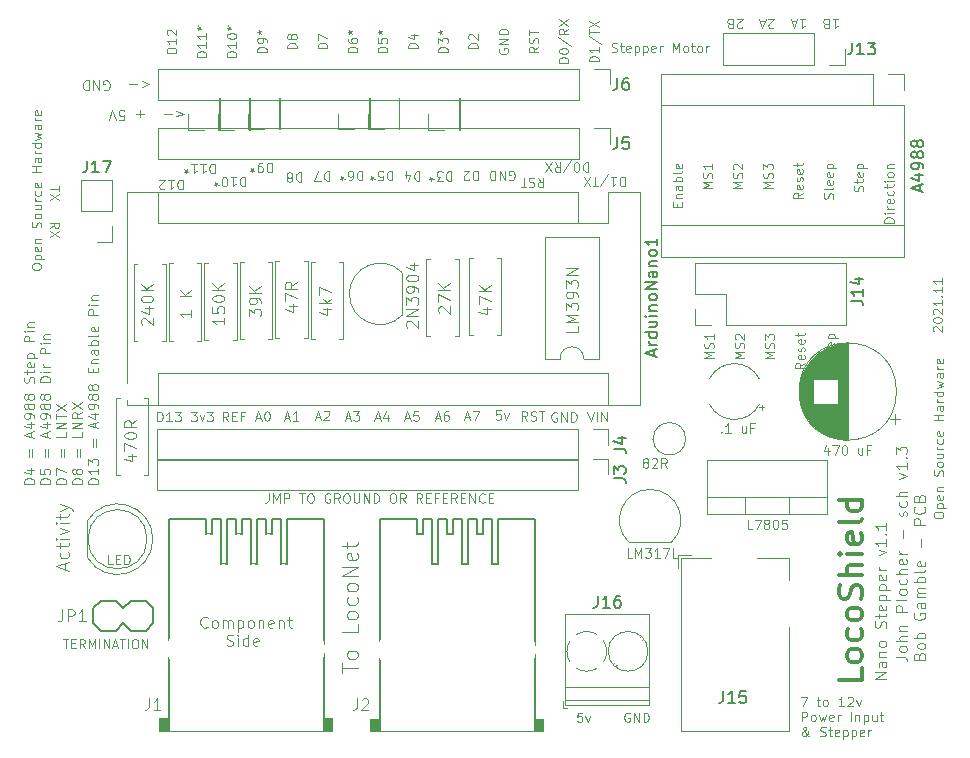
<source format=gto>
%TF.GenerationSoftware,KiCad,Pcbnew,(5.1.9)-1*%
%TF.CreationDate,2021-11-26T16:09:59-05:00*%
%TF.ProjectId,LN-Stepper_v1b,4c4e2d53-7465-4707-9065-725f7631622e,rev?*%
%TF.SameCoordinates,Original*%
%TF.FileFunction,Legend,Top*%
%TF.FilePolarity,Positive*%
%FSLAX46Y46*%
G04 Gerber Fmt 4.6, Leading zero omitted, Abs format (unit mm)*
G04 Created by KiCad (PCBNEW (5.1.9)-1) date 2021-11-26 16:09:59*
%MOMM*%
%LPD*%
G01*
G04 APERTURE LIST*
%ADD10C,0.080000*%
%ADD11C,0.100000*%
%ADD12C,0.081280*%
%ADD13C,0.065024*%
%ADD14C,0.300000*%
%ADD15C,0.113792*%
%ADD16C,0.120000*%
%ADD17C,0.203200*%
%ADD18C,0.050800*%
%ADD19C,0.150000*%
%ADD20C,0.077216*%
%ADD21O,1.500000X1.050000*%
%ADD22R,1.500000X1.050000*%
%ADD23C,3.200000*%
%ADD24R,3.500000X3.500000*%
%ADD25O,1.050000X1.500000*%
%ADD26R,1.050000X1.500000*%
%ADD27C,3.251200*%
%ADD28C,1.701800*%
%ADD29O,1.600000X1.600000*%
%ADD30C,1.600000*%
%ADD31R,1.600000X1.600000*%
%ADD32C,2.082800*%
%ADD33R,2.400000X1.600000*%
%ADD34O,2.400000X1.600000*%
%ADD35R,1.800000X1.800000*%
%ADD36C,1.800000*%
%ADD37O,1.700000X1.700000*%
%ADD38R,1.700000X1.700000*%
%ADD39R,1.905000X2.000000*%
%ADD40O,1.905000X2.000000*%
%ADD41R,2.400000X2.400000*%
%ADD42C,2.400000*%
G04 APERTURE END LIST*
D10*
X126231904Y-73331427D02*
X125431904Y-73331427D01*
X125431904Y-73140951D01*
X125470000Y-73026665D01*
X125546190Y-72950475D01*
X125622380Y-72912379D01*
X125774761Y-72874284D01*
X125889047Y-72874284D01*
X126041428Y-72912379D01*
X126117619Y-72950475D01*
X126193809Y-73026665D01*
X126231904Y-73140951D01*
X126231904Y-73331427D01*
X126231904Y-72112379D02*
X126231904Y-72569522D01*
X126231904Y-72340951D02*
X125431904Y-72340951D01*
X125546190Y-72417141D01*
X125622380Y-72493332D01*
X125660476Y-72569522D01*
X125508095Y-71807618D02*
X125470000Y-71769522D01*
X125431904Y-71693332D01*
X125431904Y-71502856D01*
X125470000Y-71426665D01*
X125508095Y-71388570D01*
X125584285Y-71350475D01*
X125660476Y-71350475D01*
X125774761Y-71388570D01*
X126231904Y-71845713D01*
X126231904Y-71350475D01*
X128786904Y-73636190D02*
X127986904Y-73636190D01*
X127986904Y-73445714D01*
X128025000Y-73331428D01*
X128101190Y-73255238D01*
X128177380Y-73217142D01*
X128329761Y-73179047D01*
X128444047Y-73179047D01*
X128596428Y-73217142D01*
X128672619Y-73255238D01*
X128748809Y-73331428D01*
X128786904Y-73445714D01*
X128786904Y-73636190D01*
X128786904Y-72417142D02*
X128786904Y-72874285D01*
X128786904Y-72645714D02*
X127986904Y-72645714D01*
X128101190Y-72721904D01*
X128177380Y-72798095D01*
X128215476Y-72874285D01*
X128786904Y-71655238D02*
X128786904Y-72112380D01*
X128786904Y-71883809D02*
X127986904Y-71883809D01*
X128101190Y-71960000D01*
X128177380Y-72036190D01*
X128215476Y-72112380D01*
X127986904Y-71198095D02*
X128177380Y-71198095D01*
X128101190Y-71388571D02*
X128177380Y-71198095D01*
X128101190Y-71007619D01*
X128329761Y-71312380D02*
X128177380Y-71198095D01*
X128329761Y-71083809D01*
X131341904Y-73636190D02*
X130541904Y-73636190D01*
X130541904Y-73445714D01*
X130580000Y-73331428D01*
X130656190Y-73255238D01*
X130732380Y-73217142D01*
X130884761Y-73179047D01*
X130999047Y-73179047D01*
X131151428Y-73217142D01*
X131227619Y-73255238D01*
X131303809Y-73331428D01*
X131341904Y-73445714D01*
X131341904Y-73636190D01*
X131341904Y-72417142D02*
X131341904Y-72874285D01*
X131341904Y-72645714D02*
X130541904Y-72645714D01*
X130656190Y-72721904D01*
X130732380Y-72798095D01*
X130770476Y-72874285D01*
X130541904Y-71921904D02*
X130541904Y-71845714D01*
X130580000Y-71769523D01*
X130618095Y-71731428D01*
X130694285Y-71693333D01*
X130846666Y-71655238D01*
X131037142Y-71655238D01*
X131189523Y-71693333D01*
X131265714Y-71731428D01*
X131303809Y-71769523D01*
X131341904Y-71845714D01*
X131341904Y-71921904D01*
X131303809Y-71998095D01*
X131265714Y-72036190D01*
X131189523Y-72074285D01*
X131037142Y-72112380D01*
X130846666Y-72112380D01*
X130694285Y-72074285D01*
X130618095Y-72036190D01*
X130580000Y-71998095D01*
X130541904Y-71921904D01*
X130541904Y-71198095D02*
X130732380Y-71198095D01*
X130656190Y-71388571D02*
X130732380Y-71198095D01*
X130656190Y-71007619D01*
X130884761Y-71312380D02*
X130732380Y-71198095D01*
X130884761Y-71083809D01*
X133896904Y-73255238D02*
X133096904Y-73255238D01*
X133096904Y-73064761D01*
X133135000Y-72950476D01*
X133211190Y-72874285D01*
X133287380Y-72836190D01*
X133439761Y-72798095D01*
X133554047Y-72798095D01*
X133706428Y-72836190D01*
X133782619Y-72874285D01*
X133858809Y-72950476D01*
X133896904Y-73064761D01*
X133896904Y-73255238D01*
X133896904Y-72417142D02*
X133896904Y-72264761D01*
X133858809Y-72188571D01*
X133820714Y-72150476D01*
X133706428Y-72074285D01*
X133554047Y-72036190D01*
X133249285Y-72036190D01*
X133173095Y-72074285D01*
X133135000Y-72112380D01*
X133096904Y-72188571D01*
X133096904Y-72340952D01*
X133135000Y-72417142D01*
X133173095Y-72455238D01*
X133249285Y-72493333D01*
X133439761Y-72493333D01*
X133515952Y-72455238D01*
X133554047Y-72417142D01*
X133592142Y-72340952D01*
X133592142Y-72188571D01*
X133554047Y-72112380D01*
X133515952Y-72074285D01*
X133439761Y-72036190D01*
X133096904Y-71579047D02*
X133287380Y-71579047D01*
X133211190Y-71769523D02*
X133287380Y-71579047D01*
X133211190Y-71388571D01*
X133439761Y-71693333D02*
X133287380Y-71579047D01*
X133439761Y-71464761D01*
X136451904Y-72950476D02*
X135651904Y-72950476D01*
X135651904Y-72760000D01*
X135690000Y-72645714D01*
X135766190Y-72569523D01*
X135842380Y-72531428D01*
X135994761Y-72493333D01*
X136109047Y-72493333D01*
X136261428Y-72531428D01*
X136337619Y-72569523D01*
X136413809Y-72645714D01*
X136451904Y-72760000D01*
X136451904Y-72950476D01*
X135994761Y-72036190D02*
X135956666Y-72112380D01*
X135918571Y-72150476D01*
X135842380Y-72188571D01*
X135804285Y-72188571D01*
X135728095Y-72150476D01*
X135690000Y-72112380D01*
X135651904Y-72036190D01*
X135651904Y-71883809D01*
X135690000Y-71807619D01*
X135728095Y-71769523D01*
X135804285Y-71731428D01*
X135842380Y-71731428D01*
X135918571Y-71769523D01*
X135956666Y-71807619D01*
X135994761Y-71883809D01*
X135994761Y-72036190D01*
X136032857Y-72112380D01*
X136070952Y-72150476D01*
X136147142Y-72188571D01*
X136299523Y-72188571D01*
X136375714Y-72150476D01*
X136413809Y-72112380D01*
X136451904Y-72036190D01*
X136451904Y-71883809D01*
X136413809Y-71807619D01*
X136375714Y-71769523D01*
X136299523Y-71731428D01*
X136147142Y-71731428D01*
X136070952Y-71769523D01*
X136032857Y-71807619D01*
X135994761Y-71883809D01*
X139006904Y-72950476D02*
X138206904Y-72950476D01*
X138206904Y-72760000D01*
X138245000Y-72645714D01*
X138321190Y-72569523D01*
X138397380Y-72531428D01*
X138549761Y-72493333D01*
X138664047Y-72493333D01*
X138816428Y-72531428D01*
X138892619Y-72569523D01*
X138968809Y-72645714D01*
X139006904Y-72760000D01*
X139006904Y-72950476D01*
X138206904Y-72226666D02*
X138206904Y-71693333D01*
X139006904Y-72036190D01*
X141561904Y-73255238D02*
X140761904Y-73255238D01*
X140761904Y-73064761D01*
X140800000Y-72950476D01*
X140876190Y-72874285D01*
X140952380Y-72836190D01*
X141104761Y-72798095D01*
X141219047Y-72798095D01*
X141371428Y-72836190D01*
X141447619Y-72874285D01*
X141523809Y-72950476D01*
X141561904Y-73064761D01*
X141561904Y-73255238D01*
X140761904Y-72112380D02*
X140761904Y-72264761D01*
X140800000Y-72340952D01*
X140838095Y-72379047D01*
X140952380Y-72455238D01*
X141104761Y-72493333D01*
X141409523Y-72493333D01*
X141485714Y-72455238D01*
X141523809Y-72417142D01*
X141561904Y-72340952D01*
X141561904Y-72188571D01*
X141523809Y-72112380D01*
X141485714Y-72074285D01*
X141409523Y-72036190D01*
X141219047Y-72036190D01*
X141142857Y-72074285D01*
X141104761Y-72112380D01*
X141066666Y-72188571D01*
X141066666Y-72340952D01*
X141104761Y-72417142D01*
X141142857Y-72455238D01*
X141219047Y-72493333D01*
X140761904Y-71579047D02*
X140952380Y-71579047D01*
X140876190Y-71769523D02*
X140952380Y-71579047D01*
X140876190Y-71388571D01*
X141104761Y-71693333D02*
X140952380Y-71579047D01*
X141104761Y-71464761D01*
X144116904Y-73255238D02*
X143316904Y-73255238D01*
X143316904Y-73064761D01*
X143355000Y-72950476D01*
X143431190Y-72874285D01*
X143507380Y-72836190D01*
X143659761Y-72798095D01*
X143774047Y-72798095D01*
X143926428Y-72836190D01*
X144002619Y-72874285D01*
X144078809Y-72950476D01*
X144116904Y-73064761D01*
X144116904Y-73255238D01*
X143316904Y-72074285D02*
X143316904Y-72455238D01*
X143697857Y-72493333D01*
X143659761Y-72455238D01*
X143621666Y-72379047D01*
X143621666Y-72188571D01*
X143659761Y-72112380D01*
X143697857Y-72074285D01*
X143774047Y-72036190D01*
X143964523Y-72036190D01*
X144040714Y-72074285D01*
X144078809Y-72112380D01*
X144116904Y-72188571D01*
X144116904Y-72379047D01*
X144078809Y-72455238D01*
X144040714Y-72493333D01*
X143316904Y-71579047D02*
X143507380Y-71579047D01*
X143431190Y-71769523D02*
X143507380Y-71579047D01*
X143431190Y-71388571D01*
X143659761Y-71693333D02*
X143507380Y-71579047D01*
X143659761Y-71464761D01*
X146671904Y-72950476D02*
X145871904Y-72950476D01*
X145871904Y-72760000D01*
X145910000Y-72645714D01*
X145986190Y-72569523D01*
X146062380Y-72531428D01*
X146214761Y-72493333D01*
X146329047Y-72493333D01*
X146481428Y-72531428D01*
X146557619Y-72569523D01*
X146633809Y-72645714D01*
X146671904Y-72760000D01*
X146671904Y-72950476D01*
X146138571Y-71807619D02*
X146671904Y-71807619D01*
X145833809Y-71998095D02*
X146405238Y-72188571D01*
X146405238Y-71693333D01*
X149226904Y-73255238D02*
X148426904Y-73255238D01*
X148426904Y-73064761D01*
X148465000Y-72950476D01*
X148541190Y-72874285D01*
X148617380Y-72836190D01*
X148769761Y-72798095D01*
X148884047Y-72798095D01*
X149036428Y-72836190D01*
X149112619Y-72874285D01*
X149188809Y-72950476D01*
X149226904Y-73064761D01*
X149226904Y-73255238D01*
X148426904Y-72531428D02*
X148426904Y-72036190D01*
X148731666Y-72302857D01*
X148731666Y-72188571D01*
X148769761Y-72112380D01*
X148807857Y-72074285D01*
X148884047Y-72036190D01*
X149074523Y-72036190D01*
X149150714Y-72074285D01*
X149188809Y-72112380D01*
X149226904Y-72188571D01*
X149226904Y-72417142D01*
X149188809Y-72493333D01*
X149150714Y-72531428D01*
X148426904Y-71579047D02*
X148617380Y-71579047D01*
X148541190Y-71769523D02*
X148617380Y-71579047D01*
X148541190Y-71388571D01*
X148769761Y-71693333D02*
X148617380Y-71579047D01*
X148769761Y-71464761D01*
X151781904Y-72950476D02*
X150981904Y-72950476D01*
X150981904Y-72760000D01*
X151020000Y-72645714D01*
X151096190Y-72569523D01*
X151172380Y-72531428D01*
X151324761Y-72493333D01*
X151439047Y-72493333D01*
X151591428Y-72531428D01*
X151667619Y-72569523D01*
X151743809Y-72645714D01*
X151781904Y-72760000D01*
X151781904Y-72950476D01*
X151058095Y-72188571D02*
X151020000Y-72150476D01*
X150981904Y-72074285D01*
X150981904Y-71883809D01*
X151020000Y-71807619D01*
X151058095Y-71769523D01*
X151134285Y-71731428D01*
X151210476Y-71731428D01*
X151324761Y-71769523D01*
X151781904Y-72226666D01*
X151781904Y-71731428D01*
X153575000Y-72969523D02*
X153536904Y-73045714D01*
X153536904Y-73160000D01*
X153575000Y-73274285D01*
X153651190Y-73350476D01*
X153727380Y-73388571D01*
X153879761Y-73426666D01*
X153994047Y-73426666D01*
X154146428Y-73388571D01*
X154222619Y-73350476D01*
X154298809Y-73274285D01*
X154336904Y-73160000D01*
X154336904Y-73083809D01*
X154298809Y-72969523D01*
X154260714Y-72931428D01*
X153994047Y-72931428D01*
X153994047Y-73083809D01*
X154336904Y-72588571D02*
X153536904Y-72588571D01*
X154336904Y-72131428D01*
X153536904Y-72131428D01*
X154336904Y-71750476D02*
X153536904Y-71750476D01*
X153536904Y-71560000D01*
X153575000Y-71445714D01*
X153651190Y-71369523D01*
X153727380Y-71331428D01*
X153879761Y-71293333D01*
X153994047Y-71293333D01*
X154146428Y-71331428D01*
X154222619Y-71369523D01*
X154298809Y-71445714D01*
X154336904Y-71560000D01*
X154336904Y-71750476D01*
X156891904Y-72798095D02*
X156510952Y-73064761D01*
X156891904Y-73255238D02*
X156091904Y-73255238D01*
X156091904Y-72950476D01*
X156130000Y-72874285D01*
X156168095Y-72836190D01*
X156244285Y-72798095D01*
X156358571Y-72798095D01*
X156434761Y-72836190D01*
X156472857Y-72874285D01*
X156510952Y-72950476D01*
X156510952Y-73255238D01*
X156853809Y-72493333D02*
X156891904Y-72379047D01*
X156891904Y-72188571D01*
X156853809Y-72112380D01*
X156815714Y-72074285D01*
X156739523Y-72036190D01*
X156663333Y-72036190D01*
X156587142Y-72074285D01*
X156549047Y-72112380D01*
X156510952Y-72188571D01*
X156472857Y-72340952D01*
X156434761Y-72417142D01*
X156396666Y-72455238D01*
X156320476Y-72493333D01*
X156244285Y-72493333D01*
X156168095Y-72455238D01*
X156130000Y-72417142D01*
X156091904Y-72340952D01*
X156091904Y-72150476D01*
X156130000Y-72036190D01*
X156091904Y-71807619D02*
X156091904Y-71350476D01*
X156891904Y-71579047D02*
X156091904Y-71579047D01*
X159446904Y-74150476D02*
X158646904Y-74150476D01*
X158646904Y-73960000D01*
X158685000Y-73845714D01*
X158761190Y-73769523D01*
X158837380Y-73731428D01*
X158989761Y-73693333D01*
X159104047Y-73693333D01*
X159256428Y-73731428D01*
X159332619Y-73769523D01*
X159408809Y-73845714D01*
X159446904Y-73960000D01*
X159446904Y-74150476D01*
X158646904Y-73198095D02*
X158646904Y-73121904D01*
X158685000Y-73045714D01*
X158723095Y-73007619D01*
X158799285Y-72969523D01*
X158951666Y-72931428D01*
X159142142Y-72931428D01*
X159294523Y-72969523D01*
X159370714Y-73007619D01*
X159408809Y-73045714D01*
X159446904Y-73121904D01*
X159446904Y-73198095D01*
X159408809Y-73274285D01*
X159370714Y-73312380D01*
X159294523Y-73350476D01*
X159142142Y-73388571D01*
X158951666Y-73388571D01*
X158799285Y-73350476D01*
X158723095Y-73312380D01*
X158685000Y-73274285D01*
X158646904Y-73198095D01*
X158608809Y-72017142D02*
X159637380Y-72702857D01*
X159446904Y-71293333D02*
X159065952Y-71560000D01*
X159446904Y-71750476D02*
X158646904Y-71750476D01*
X158646904Y-71445714D01*
X158685000Y-71369523D01*
X158723095Y-71331428D01*
X158799285Y-71293333D01*
X158913571Y-71293333D01*
X158989761Y-71331428D01*
X159027857Y-71369523D01*
X159065952Y-71445714D01*
X159065952Y-71750476D01*
X158646904Y-71026666D02*
X159446904Y-70493333D01*
X158646904Y-70493333D02*
X159446904Y-71026666D01*
X162001904Y-74055238D02*
X161201904Y-74055238D01*
X161201904Y-73864761D01*
X161240000Y-73750476D01*
X161316190Y-73674285D01*
X161392380Y-73636190D01*
X161544761Y-73598095D01*
X161659047Y-73598095D01*
X161811428Y-73636190D01*
X161887619Y-73674285D01*
X161963809Y-73750476D01*
X162001904Y-73864761D01*
X162001904Y-74055238D01*
X162001904Y-72836190D02*
X162001904Y-73293333D01*
X162001904Y-73064761D02*
X161201904Y-73064761D01*
X161316190Y-73140952D01*
X161392380Y-73217142D01*
X161430476Y-73293333D01*
X161163809Y-71921904D02*
X162192380Y-72607619D01*
X161201904Y-71769523D02*
X161201904Y-71312380D01*
X162001904Y-71540952D02*
X161201904Y-71540952D01*
X161201904Y-71121904D02*
X162001904Y-70588571D01*
X161201904Y-70588571D02*
X162001904Y-71121904D01*
X114011904Y-91499619D02*
X114011904Y-91347238D01*
X114050000Y-91271047D01*
X114126190Y-91194857D01*
X114278571Y-91156761D01*
X114545238Y-91156761D01*
X114697619Y-91194857D01*
X114773809Y-91271047D01*
X114811904Y-91347238D01*
X114811904Y-91499619D01*
X114773809Y-91575809D01*
X114697619Y-91652000D01*
X114545238Y-91690095D01*
X114278571Y-91690095D01*
X114126190Y-91652000D01*
X114050000Y-91575809D01*
X114011904Y-91499619D01*
X114278571Y-90813904D02*
X115078571Y-90813904D01*
X114316666Y-90813904D02*
X114278571Y-90737714D01*
X114278571Y-90585333D01*
X114316666Y-90509142D01*
X114354761Y-90471047D01*
X114430952Y-90432952D01*
X114659523Y-90432952D01*
X114735714Y-90471047D01*
X114773809Y-90509142D01*
X114811904Y-90585333D01*
X114811904Y-90737714D01*
X114773809Y-90813904D01*
X114773809Y-89785333D02*
X114811904Y-89861523D01*
X114811904Y-90013904D01*
X114773809Y-90090095D01*
X114697619Y-90128190D01*
X114392857Y-90128190D01*
X114316666Y-90090095D01*
X114278571Y-90013904D01*
X114278571Y-89861523D01*
X114316666Y-89785333D01*
X114392857Y-89747238D01*
X114469047Y-89747238D01*
X114545238Y-90128190D01*
X114278571Y-89404380D02*
X114811904Y-89404380D01*
X114354761Y-89404380D02*
X114316666Y-89366285D01*
X114278571Y-89290095D01*
X114278571Y-89175809D01*
X114316666Y-89099619D01*
X114392857Y-89061523D01*
X114811904Y-89061523D01*
X114773809Y-88109142D02*
X114811904Y-87994857D01*
X114811904Y-87804380D01*
X114773809Y-87728190D01*
X114735714Y-87690095D01*
X114659523Y-87652000D01*
X114583333Y-87652000D01*
X114507142Y-87690095D01*
X114469047Y-87728190D01*
X114430952Y-87804380D01*
X114392857Y-87956761D01*
X114354761Y-88032952D01*
X114316666Y-88071047D01*
X114240476Y-88109142D01*
X114164285Y-88109142D01*
X114088095Y-88071047D01*
X114050000Y-88032952D01*
X114011904Y-87956761D01*
X114011904Y-87766285D01*
X114050000Y-87652000D01*
X114811904Y-87194857D02*
X114773809Y-87271047D01*
X114735714Y-87309142D01*
X114659523Y-87347238D01*
X114430952Y-87347238D01*
X114354761Y-87309142D01*
X114316666Y-87271047D01*
X114278571Y-87194857D01*
X114278571Y-87080571D01*
X114316666Y-87004380D01*
X114354761Y-86966285D01*
X114430952Y-86928190D01*
X114659523Y-86928190D01*
X114735714Y-86966285D01*
X114773809Y-87004380D01*
X114811904Y-87080571D01*
X114811904Y-87194857D01*
X114278571Y-86242476D02*
X114811904Y-86242476D01*
X114278571Y-86585333D02*
X114697619Y-86585333D01*
X114773809Y-86547238D01*
X114811904Y-86471047D01*
X114811904Y-86356761D01*
X114773809Y-86280571D01*
X114735714Y-86242476D01*
X114811904Y-85861523D02*
X114278571Y-85861523D01*
X114430952Y-85861523D02*
X114354761Y-85823428D01*
X114316666Y-85785333D01*
X114278571Y-85709142D01*
X114278571Y-85632952D01*
X114773809Y-85023428D02*
X114811904Y-85099619D01*
X114811904Y-85252000D01*
X114773809Y-85328190D01*
X114735714Y-85366285D01*
X114659523Y-85404380D01*
X114430952Y-85404380D01*
X114354761Y-85366285D01*
X114316666Y-85328190D01*
X114278571Y-85252000D01*
X114278571Y-85099619D01*
X114316666Y-85023428D01*
X114773809Y-84375809D02*
X114811904Y-84452000D01*
X114811904Y-84604380D01*
X114773809Y-84680571D01*
X114697619Y-84718666D01*
X114392857Y-84718666D01*
X114316666Y-84680571D01*
X114278571Y-84604380D01*
X114278571Y-84452000D01*
X114316666Y-84375809D01*
X114392857Y-84337714D01*
X114469047Y-84337714D01*
X114545238Y-84718666D01*
X114811904Y-83385333D02*
X114011904Y-83385333D01*
X114392857Y-83385333D02*
X114392857Y-82928190D01*
X114811904Y-82928190D02*
X114011904Y-82928190D01*
X114811904Y-82204380D02*
X114392857Y-82204380D01*
X114316666Y-82242476D01*
X114278571Y-82318666D01*
X114278571Y-82471047D01*
X114316666Y-82547238D01*
X114773809Y-82204380D02*
X114811904Y-82280571D01*
X114811904Y-82471047D01*
X114773809Y-82547238D01*
X114697619Y-82585333D01*
X114621428Y-82585333D01*
X114545238Y-82547238D01*
X114507142Y-82471047D01*
X114507142Y-82280571D01*
X114469047Y-82204380D01*
X114811904Y-81823428D02*
X114278571Y-81823428D01*
X114430952Y-81823428D02*
X114354761Y-81785333D01*
X114316666Y-81747238D01*
X114278571Y-81671047D01*
X114278571Y-81594857D01*
X114811904Y-80985333D02*
X114011904Y-80985333D01*
X114773809Y-80985333D02*
X114811904Y-81061523D01*
X114811904Y-81213904D01*
X114773809Y-81290095D01*
X114735714Y-81328190D01*
X114659523Y-81366285D01*
X114430952Y-81366285D01*
X114354761Y-81328190D01*
X114316666Y-81290095D01*
X114278571Y-81213904D01*
X114278571Y-81061523D01*
X114316666Y-80985333D01*
X114278571Y-80680571D02*
X114811904Y-80528190D01*
X114430952Y-80375809D01*
X114811904Y-80223428D01*
X114278571Y-80071047D01*
X114811904Y-79423428D02*
X114392857Y-79423428D01*
X114316666Y-79461523D01*
X114278571Y-79537714D01*
X114278571Y-79690095D01*
X114316666Y-79766285D01*
X114773809Y-79423428D02*
X114811904Y-79499619D01*
X114811904Y-79690095D01*
X114773809Y-79766285D01*
X114697619Y-79804380D01*
X114621428Y-79804380D01*
X114545238Y-79766285D01*
X114507142Y-79690095D01*
X114507142Y-79499619D01*
X114469047Y-79423428D01*
X114811904Y-79042476D02*
X114278571Y-79042476D01*
X114430952Y-79042476D02*
X114354761Y-79004380D01*
X114316666Y-78966285D01*
X114278571Y-78890095D01*
X114278571Y-78813904D01*
X114773809Y-78242476D02*
X114811904Y-78318666D01*
X114811904Y-78471047D01*
X114773809Y-78547238D01*
X114697619Y-78585333D01*
X114392857Y-78585333D01*
X114316666Y-78547238D01*
X114278571Y-78471047D01*
X114278571Y-78318666D01*
X114316666Y-78242476D01*
X114392857Y-78204380D01*
X114469047Y-78204380D01*
X114545238Y-78585333D01*
D11*
X160252380Y-96484285D02*
X160252380Y-96960476D01*
X159252380Y-96960476D01*
X160252380Y-96150952D02*
X159252380Y-96150952D01*
X159966666Y-95817619D01*
X159252380Y-95484285D01*
X160252380Y-95484285D01*
X159252380Y-95103333D02*
X159252380Y-94484285D01*
X159633333Y-94817619D01*
X159633333Y-94674761D01*
X159680952Y-94579523D01*
X159728571Y-94531904D01*
X159823809Y-94484285D01*
X160061904Y-94484285D01*
X160157142Y-94531904D01*
X160204761Y-94579523D01*
X160252380Y-94674761D01*
X160252380Y-94960476D01*
X160204761Y-95055714D01*
X160157142Y-95103333D01*
X160252380Y-94008095D02*
X160252380Y-93817619D01*
X160204761Y-93722380D01*
X160157142Y-93674761D01*
X160014285Y-93579523D01*
X159823809Y-93531904D01*
X159442857Y-93531904D01*
X159347619Y-93579523D01*
X159300000Y-93627142D01*
X159252380Y-93722380D01*
X159252380Y-93912857D01*
X159300000Y-94008095D01*
X159347619Y-94055714D01*
X159442857Y-94103333D01*
X159680952Y-94103333D01*
X159776190Y-94055714D01*
X159823809Y-94008095D01*
X159871428Y-93912857D01*
X159871428Y-93722380D01*
X159823809Y-93627142D01*
X159776190Y-93579523D01*
X159680952Y-93531904D01*
X159252380Y-93198571D02*
X159252380Y-92579523D01*
X159633333Y-92912857D01*
X159633333Y-92770000D01*
X159680952Y-92674761D01*
X159728571Y-92627142D01*
X159823809Y-92579523D01*
X160061904Y-92579523D01*
X160157142Y-92627142D01*
X160204761Y-92674761D01*
X160252380Y-92770000D01*
X160252380Y-93055714D01*
X160204761Y-93150952D01*
X160157142Y-93198571D01*
X160252380Y-92150952D02*
X159252380Y-92150952D01*
X160252380Y-91579523D01*
X159252380Y-91579523D01*
X152215714Y-94985714D02*
X152882380Y-94985714D01*
X151834761Y-95223809D02*
X152549047Y-95461904D01*
X152549047Y-94842857D01*
X151882380Y-94557142D02*
X151882380Y-93890476D01*
X152882380Y-94319047D01*
X152882380Y-93509523D02*
X151882380Y-93509523D01*
X152882380Y-92938095D02*
X152310952Y-93366666D01*
X151882380Y-92938095D02*
X152453809Y-93509523D01*
X148527619Y-95351904D02*
X148480000Y-95304285D01*
X148432380Y-95209047D01*
X148432380Y-94970952D01*
X148480000Y-94875714D01*
X148527619Y-94828095D01*
X148622857Y-94780476D01*
X148718095Y-94780476D01*
X148860952Y-94828095D01*
X149432380Y-95399523D01*
X149432380Y-94780476D01*
X148432380Y-94447142D02*
X148432380Y-93780476D01*
X149432380Y-94209047D01*
X149432380Y-93399523D02*
X148432380Y-93399523D01*
X149432380Y-92828095D02*
X148860952Y-93256666D01*
X148432380Y-92828095D02*
X149003809Y-93399523D01*
X145817619Y-96584285D02*
X145770000Y-96536666D01*
X145722380Y-96441428D01*
X145722380Y-96203333D01*
X145770000Y-96108095D01*
X145817619Y-96060476D01*
X145912857Y-96012857D01*
X146008095Y-96012857D01*
X146150952Y-96060476D01*
X146722380Y-96631904D01*
X146722380Y-96012857D01*
X146722380Y-95584285D02*
X145722380Y-95584285D01*
X146722380Y-95012857D01*
X145722380Y-95012857D01*
X145722380Y-94631904D02*
X145722380Y-94012857D01*
X146103333Y-94346190D01*
X146103333Y-94203333D01*
X146150952Y-94108095D01*
X146198571Y-94060476D01*
X146293809Y-94012857D01*
X146531904Y-94012857D01*
X146627142Y-94060476D01*
X146674761Y-94108095D01*
X146722380Y-94203333D01*
X146722380Y-94489047D01*
X146674761Y-94584285D01*
X146627142Y-94631904D01*
X146722380Y-93536666D02*
X146722380Y-93346190D01*
X146674761Y-93250952D01*
X146627142Y-93203333D01*
X146484285Y-93108095D01*
X146293809Y-93060476D01*
X145912857Y-93060476D01*
X145817619Y-93108095D01*
X145770000Y-93155714D01*
X145722380Y-93250952D01*
X145722380Y-93441428D01*
X145770000Y-93536666D01*
X145817619Y-93584285D01*
X145912857Y-93631904D01*
X146150952Y-93631904D01*
X146246190Y-93584285D01*
X146293809Y-93536666D01*
X146341428Y-93441428D01*
X146341428Y-93250952D01*
X146293809Y-93155714D01*
X146246190Y-93108095D01*
X146150952Y-93060476D01*
X145722380Y-92441428D02*
X145722380Y-92346190D01*
X145770000Y-92250952D01*
X145817619Y-92203333D01*
X145912857Y-92155714D01*
X146103333Y-92108095D01*
X146341428Y-92108095D01*
X146531904Y-92155714D01*
X146627142Y-92203333D01*
X146674761Y-92250952D01*
X146722380Y-92346190D01*
X146722380Y-92441428D01*
X146674761Y-92536666D01*
X146627142Y-92584285D01*
X146531904Y-92631904D01*
X146341428Y-92679523D01*
X146103333Y-92679523D01*
X145912857Y-92631904D01*
X145817619Y-92584285D01*
X145770000Y-92536666D01*
X145722380Y-92441428D01*
X146055714Y-91250952D02*
X146722380Y-91250952D01*
X145674761Y-91489047D02*
X146389047Y-91727142D01*
X146389047Y-91108095D01*
X138685714Y-95040476D02*
X139352380Y-95040476D01*
X138304761Y-95278571D02*
X139019047Y-95516666D01*
X139019047Y-94897619D01*
X139352380Y-94516666D02*
X138352380Y-94516666D01*
X138971428Y-94421428D02*
X139352380Y-94135714D01*
X138685714Y-94135714D02*
X139066666Y-94516666D01*
X138352380Y-93802380D02*
X138352380Y-93135714D01*
X139352380Y-93564285D01*
X135795714Y-94765714D02*
X136462380Y-94765714D01*
X135414761Y-95003809D02*
X136129047Y-95241904D01*
X136129047Y-94622857D01*
X135462380Y-94337142D02*
X135462380Y-93670476D01*
X136462380Y-94099047D01*
X136462380Y-92718095D02*
X135986190Y-93051428D01*
X136462380Y-93289523D02*
X135462380Y-93289523D01*
X135462380Y-92908571D01*
X135510000Y-92813333D01*
X135557619Y-92765714D01*
X135652857Y-92718095D01*
X135795714Y-92718095D01*
X135890952Y-92765714D01*
X135938571Y-92813333D01*
X135986190Y-92908571D01*
X135986190Y-93289523D01*
X132422380Y-95619523D02*
X132422380Y-95000476D01*
X132803333Y-95333809D01*
X132803333Y-95190952D01*
X132850952Y-95095714D01*
X132898571Y-95048095D01*
X132993809Y-95000476D01*
X133231904Y-95000476D01*
X133327142Y-95048095D01*
X133374761Y-95095714D01*
X133422380Y-95190952D01*
X133422380Y-95476666D01*
X133374761Y-95571904D01*
X133327142Y-95619523D01*
X133422380Y-94524285D02*
X133422380Y-94333809D01*
X133374761Y-94238571D01*
X133327142Y-94190952D01*
X133184285Y-94095714D01*
X132993809Y-94048095D01*
X132612857Y-94048095D01*
X132517619Y-94095714D01*
X132470000Y-94143333D01*
X132422380Y-94238571D01*
X132422380Y-94429047D01*
X132470000Y-94524285D01*
X132517619Y-94571904D01*
X132612857Y-94619523D01*
X132850952Y-94619523D01*
X132946190Y-94571904D01*
X132993809Y-94524285D01*
X133041428Y-94429047D01*
X133041428Y-94238571D01*
X132993809Y-94143333D01*
X132946190Y-94095714D01*
X132850952Y-94048095D01*
X133422380Y-93619523D02*
X132422380Y-93619523D01*
X133422380Y-93048095D02*
X132850952Y-93476666D01*
X132422380Y-93048095D02*
X132993809Y-93619523D01*
X130312380Y-95736666D02*
X130312380Y-96308095D01*
X130312380Y-96022380D02*
X129312380Y-96022380D01*
X129455238Y-96117619D01*
X129550476Y-96212857D01*
X129598095Y-96308095D01*
X129312380Y-94831904D02*
X129312380Y-95308095D01*
X129788571Y-95355714D01*
X129740952Y-95308095D01*
X129693333Y-95212857D01*
X129693333Y-94974761D01*
X129740952Y-94879523D01*
X129788571Y-94831904D01*
X129883809Y-94784285D01*
X130121904Y-94784285D01*
X130217142Y-94831904D01*
X130264761Y-94879523D01*
X130312380Y-94974761D01*
X130312380Y-95212857D01*
X130264761Y-95308095D01*
X130217142Y-95355714D01*
X129312380Y-94165238D02*
X129312380Y-94070000D01*
X129360000Y-93974761D01*
X129407619Y-93927142D01*
X129502857Y-93879523D01*
X129693333Y-93831904D01*
X129931428Y-93831904D01*
X130121904Y-93879523D01*
X130217142Y-93927142D01*
X130264761Y-93974761D01*
X130312380Y-94070000D01*
X130312380Y-94165238D01*
X130264761Y-94260476D01*
X130217142Y-94308095D01*
X130121904Y-94355714D01*
X129931428Y-94403333D01*
X129693333Y-94403333D01*
X129502857Y-94355714D01*
X129407619Y-94308095D01*
X129360000Y-94260476D01*
X129312380Y-94165238D01*
X130312380Y-93403333D02*
X129312380Y-93403333D01*
X130312380Y-92831904D02*
X129740952Y-93260476D01*
X129312380Y-92831904D02*
X129883809Y-93403333D01*
X127532380Y-95125238D02*
X127532380Y-95696666D01*
X127532380Y-95410952D02*
X126532380Y-95410952D01*
X126675238Y-95506190D01*
X126770476Y-95601428D01*
X126818095Y-95696666D01*
X127532380Y-93934761D02*
X126532380Y-93934761D01*
X127532380Y-93363333D02*
X126960952Y-93791904D01*
X126532380Y-93363333D02*
X127103809Y-93934761D01*
X123367619Y-96348095D02*
X123320000Y-96300476D01*
X123272380Y-96205238D01*
X123272380Y-95967142D01*
X123320000Y-95871904D01*
X123367619Y-95824285D01*
X123462857Y-95776666D01*
X123558095Y-95776666D01*
X123700952Y-95824285D01*
X124272380Y-96395714D01*
X124272380Y-95776666D01*
X123605714Y-94919523D02*
X124272380Y-94919523D01*
X123224761Y-95157619D02*
X123939047Y-95395714D01*
X123939047Y-94776666D01*
X123272380Y-94205238D02*
X123272380Y-94110000D01*
X123320000Y-94014761D01*
X123367619Y-93967142D01*
X123462857Y-93919523D01*
X123653333Y-93871904D01*
X123891428Y-93871904D01*
X124081904Y-93919523D01*
X124177142Y-93967142D01*
X124224761Y-94014761D01*
X124272380Y-94110000D01*
X124272380Y-94205238D01*
X124224761Y-94300476D01*
X124177142Y-94348095D01*
X124081904Y-94395714D01*
X123891428Y-94443333D01*
X123653333Y-94443333D01*
X123462857Y-94395714D01*
X123367619Y-94348095D01*
X123320000Y-94300476D01*
X123272380Y-94205238D01*
X124272380Y-93443333D02*
X123272380Y-93443333D01*
X124272380Y-92871904D02*
X123700952Y-93300476D01*
X123272380Y-92871904D02*
X123843809Y-93443333D01*
X122195714Y-107431904D02*
X122862380Y-107431904D01*
X121814761Y-107670000D02*
X122529047Y-107908095D01*
X122529047Y-107289047D01*
X121862380Y-107003333D02*
X121862380Y-106336666D01*
X122862380Y-106765238D01*
X121862380Y-105765238D02*
X121862380Y-105670000D01*
X121910000Y-105574761D01*
X121957619Y-105527142D01*
X122052857Y-105479523D01*
X122243333Y-105431904D01*
X122481428Y-105431904D01*
X122671904Y-105479523D01*
X122767142Y-105527142D01*
X122814761Y-105574761D01*
X122862380Y-105670000D01*
X122862380Y-105765238D01*
X122814761Y-105860476D01*
X122767142Y-105908095D01*
X122671904Y-105955714D01*
X122481428Y-106003333D01*
X122243333Y-106003333D01*
X122052857Y-105955714D01*
X121957619Y-105908095D01*
X121910000Y-105860476D01*
X121862380Y-105765238D01*
X122862380Y-104431904D02*
X122386190Y-104765238D01*
X122862380Y-105003333D02*
X121862380Y-105003333D01*
X121862380Y-104622380D01*
X121910000Y-104527142D01*
X121957619Y-104479523D01*
X122052857Y-104431904D01*
X122195714Y-104431904D01*
X122290952Y-104479523D01*
X122338571Y-104527142D01*
X122386190Y-104622380D01*
X122386190Y-105003333D01*
D10*
X165912857Y-108004761D02*
X165836666Y-107966666D01*
X165798571Y-107928571D01*
X165760476Y-107852380D01*
X165760476Y-107814285D01*
X165798571Y-107738095D01*
X165836666Y-107700000D01*
X165912857Y-107661904D01*
X166065238Y-107661904D01*
X166141428Y-107700000D01*
X166179523Y-107738095D01*
X166217619Y-107814285D01*
X166217619Y-107852380D01*
X166179523Y-107928571D01*
X166141428Y-107966666D01*
X166065238Y-108004761D01*
X165912857Y-108004761D01*
X165836666Y-108042857D01*
X165798571Y-108080952D01*
X165760476Y-108157142D01*
X165760476Y-108309523D01*
X165798571Y-108385714D01*
X165836666Y-108423809D01*
X165912857Y-108461904D01*
X166065238Y-108461904D01*
X166141428Y-108423809D01*
X166179523Y-108385714D01*
X166217619Y-108309523D01*
X166217619Y-108157142D01*
X166179523Y-108080952D01*
X166141428Y-108042857D01*
X166065238Y-108004761D01*
X166522380Y-107738095D02*
X166560476Y-107700000D01*
X166636666Y-107661904D01*
X166827142Y-107661904D01*
X166903333Y-107700000D01*
X166941428Y-107738095D01*
X166979523Y-107814285D01*
X166979523Y-107890476D01*
X166941428Y-108004761D01*
X166484285Y-108461904D01*
X166979523Y-108461904D01*
X167779523Y-108461904D02*
X167512857Y-108080952D01*
X167322380Y-108461904D02*
X167322380Y-107661904D01*
X167627142Y-107661904D01*
X167703333Y-107700000D01*
X167741428Y-107738095D01*
X167779523Y-107814285D01*
X167779523Y-107928571D01*
X167741428Y-108004761D01*
X167703333Y-108042857D01*
X167627142Y-108080952D01*
X167322380Y-108080952D01*
X181450952Y-106808571D02*
X181450952Y-107341904D01*
X181260476Y-106503809D02*
X181070000Y-107075238D01*
X181565238Y-107075238D01*
X181793809Y-106541904D02*
X182327142Y-106541904D01*
X181984285Y-107341904D01*
X182784285Y-106541904D02*
X182860476Y-106541904D01*
X182936666Y-106580000D01*
X182974761Y-106618095D01*
X183012857Y-106694285D01*
X183050952Y-106846666D01*
X183050952Y-107037142D01*
X183012857Y-107189523D01*
X182974761Y-107265714D01*
X182936666Y-107303809D01*
X182860476Y-107341904D01*
X182784285Y-107341904D01*
X182708095Y-107303809D01*
X182670000Y-107265714D01*
X182631904Y-107189523D01*
X182593809Y-107037142D01*
X182593809Y-106846666D01*
X182631904Y-106694285D01*
X182670000Y-106618095D01*
X182708095Y-106580000D01*
X182784285Y-106541904D01*
X184346190Y-106808571D02*
X184346190Y-107341904D01*
X184003333Y-106808571D02*
X184003333Y-107227619D01*
X184041428Y-107303809D01*
X184117619Y-107341904D01*
X184231904Y-107341904D01*
X184308095Y-107303809D01*
X184346190Y-107265714D01*
X184993809Y-106922857D02*
X184727142Y-106922857D01*
X184727142Y-107341904D02*
X184727142Y-106541904D01*
X185108095Y-106541904D01*
X172379523Y-105415714D02*
X172417619Y-105453809D01*
X172379523Y-105491904D01*
X172341428Y-105453809D01*
X172379523Y-105415714D01*
X172379523Y-105491904D01*
X173179523Y-105491904D02*
X172722380Y-105491904D01*
X172950952Y-105491904D02*
X172950952Y-104691904D01*
X172874761Y-104806190D01*
X172798571Y-104882380D01*
X172722380Y-104920476D01*
X174474761Y-104958571D02*
X174474761Y-105491904D01*
X174131904Y-104958571D02*
X174131904Y-105377619D01*
X174170000Y-105453809D01*
X174246190Y-105491904D01*
X174360476Y-105491904D01*
X174436666Y-105453809D01*
X174474761Y-105415714D01*
X175122380Y-105072857D02*
X174855714Y-105072857D01*
X174855714Y-105491904D02*
X174855714Y-104691904D01*
X175236666Y-104691904D01*
X175013809Y-113641904D02*
X174632857Y-113641904D01*
X174632857Y-112841904D01*
X175204285Y-112841904D02*
X175737619Y-112841904D01*
X175394761Y-113641904D01*
X176156666Y-113184761D02*
X176080476Y-113146666D01*
X176042380Y-113108571D01*
X176004285Y-113032380D01*
X176004285Y-112994285D01*
X176042380Y-112918095D01*
X176080476Y-112880000D01*
X176156666Y-112841904D01*
X176309047Y-112841904D01*
X176385238Y-112880000D01*
X176423333Y-112918095D01*
X176461428Y-112994285D01*
X176461428Y-113032380D01*
X176423333Y-113108571D01*
X176385238Y-113146666D01*
X176309047Y-113184761D01*
X176156666Y-113184761D01*
X176080476Y-113222857D01*
X176042380Y-113260952D01*
X176004285Y-113337142D01*
X176004285Y-113489523D01*
X176042380Y-113565714D01*
X176080476Y-113603809D01*
X176156666Y-113641904D01*
X176309047Y-113641904D01*
X176385238Y-113603809D01*
X176423333Y-113565714D01*
X176461428Y-113489523D01*
X176461428Y-113337142D01*
X176423333Y-113260952D01*
X176385238Y-113222857D01*
X176309047Y-113184761D01*
X176956666Y-112841904D02*
X177032857Y-112841904D01*
X177109047Y-112880000D01*
X177147142Y-112918095D01*
X177185238Y-112994285D01*
X177223333Y-113146666D01*
X177223333Y-113337142D01*
X177185238Y-113489523D01*
X177147142Y-113565714D01*
X177109047Y-113603809D01*
X177032857Y-113641904D01*
X176956666Y-113641904D01*
X176880476Y-113603809D01*
X176842380Y-113565714D01*
X176804285Y-113489523D01*
X176766190Y-113337142D01*
X176766190Y-113146666D01*
X176804285Y-112994285D01*
X176842380Y-112918095D01*
X176880476Y-112880000D01*
X176956666Y-112841904D01*
X177947142Y-112841904D02*
X177566190Y-112841904D01*
X177528095Y-113222857D01*
X177566190Y-113184761D01*
X177642380Y-113146666D01*
X177832857Y-113146666D01*
X177909047Y-113184761D01*
X177947142Y-113222857D01*
X177985238Y-113299047D01*
X177985238Y-113489523D01*
X177947142Y-113565714D01*
X177909047Y-113603809D01*
X177832857Y-113641904D01*
X177642380Y-113641904D01*
X177566190Y-113603809D01*
X177528095Y-113565714D01*
X164833809Y-116051904D02*
X164452857Y-116051904D01*
X164452857Y-115251904D01*
X165100476Y-116051904D02*
X165100476Y-115251904D01*
X165367142Y-115823333D01*
X165633809Y-115251904D01*
X165633809Y-116051904D01*
X165938571Y-115251904D02*
X166433809Y-115251904D01*
X166167142Y-115556666D01*
X166281428Y-115556666D01*
X166357619Y-115594761D01*
X166395714Y-115632857D01*
X166433809Y-115709047D01*
X166433809Y-115899523D01*
X166395714Y-115975714D01*
X166357619Y-116013809D01*
X166281428Y-116051904D01*
X166052857Y-116051904D01*
X165976666Y-116013809D01*
X165938571Y-115975714D01*
X167195714Y-116051904D02*
X166738571Y-116051904D01*
X166967142Y-116051904D02*
X166967142Y-115251904D01*
X166890952Y-115366190D01*
X166814761Y-115442380D01*
X166738571Y-115480476D01*
X167462380Y-115251904D02*
X167995714Y-115251904D01*
X167652857Y-116051904D01*
X168681428Y-116051904D02*
X168300476Y-116051904D01*
X168300476Y-115251904D01*
X120855714Y-116611904D02*
X120474761Y-116611904D01*
X120474761Y-115811904D01*
X121122380Y-116192857D02*
X121389047Y-116192857D01*
X121503333Y-116611904D02*
X121122380Y-116611904D01*
X121122380Y-115811904D01*
X121503333Y-115811904D01*
X121846190Y-116611904D02*
X121846190Y-115811904D01*
X122036666Y-115811904D01*
X122150952Y-115850000D01*
X122227142Y-115926190D01*
X122265238Y-116002380D01*
X122303333Y-116154761D01*
X122303333Y-116269047D01*
X122265238Y-116421428D01*
X122227142Y-116497619D01*
X122150952Y-116573809D01*
X122036666Y-116611904D01*
X121846190Y-116611904D01*
X181818666Y-70438095D02*
X182275809Y-70438095D01*
X182047238Y-70438095D02*
X182047238Y-71238095D01*
X182123428Y-71123809D01*
X182199619Y-71047619D01*
X182275809Y-71009523D01*
X181209142Y-70857142D02*
X181094857Y-70819047D01*
X181056761Y-70780952D01*
X181018666Y-70704761D01*
X181018666Y-70590476D01*
X181056761Y-70514285D01*
X181094857Y-70476190D01*
X181171047Y-70438095D01*
X181475809Y-70438095D01*
X181475809Y-71238095D01*
X181209142Y-71238095D01*
X181132952Y-71200000D01*
X181094857Y-71161904D01*
X181056761Y-71085714D01*
X181056761Y-71009523D01*
X181094857Y-70933333D01*
X181132952Y-70895238D01*
X181209142Y-70857142D01*
X181475809Y-70857142D01*
X179037714Y-70438095D02*
X179494857Y-70438095D01*
X179266285Y-70438095D02*
X179266285Y-71238095D01*
X179342476Y-71123809D01*
X179418666Y-71047619D01*
X179494857Y-71009523D01*
X178732952Y-70666666D02*
X178352000Y-70666666D01*
X178809142Y-70438095D02*
X178542476Y-71238095D01*
X178275809Y-70438095D01*
X176828190Y-71161904D02*
X176790095Y-71200000D01*
X176713904Y-71238095D01*
X176523428Y-71238095D01*
X176447238Y-71200000D01*
X176409142Y-71161904D01*
X176371047Y-71085714D01*
X176371047Y-71009523D01*
X176409142Y-70895238D01*
X176866285Y-70438095D01*
X176371047Y-70438095D01*
X176066285Y-70666666D02*
X175685333Y-70666666D01*
X176142476Y-70438095D02*
X175875809Y-71238095D01*
X175609142Y-70438095D01*
X174161523Y-71161904D02*
X174123428Y-71200000D01*
X174047238Y-71238095D01*
X173856761Y-71238095D01*
X173780571Y-71200000D01*
X173742476Y-71161904D01*
X173704380Y-71085714D01*
X173704380Y-71009523D01*
X173742476Y-70895238D01*
X174199619Y-70438095D01*
X173704380Y-70438095D01*
X173094857Y-70857142D02*
X172980571Y-70819047D01*
X172942476Y-70780952D01*
X172904380Y-70704761D01*
X172904380Y-70590476D01*
X172942476Y-70514285D01*
X172980571Y-70476190D01*
X173056761Y-70438095D01*
X173361523Y-70438095D01*
X173361523Y-71238095D01*
X173094857Y-71238095D01*
X173018666Y-71200000D01*
X172980571Y-71161904D01*
X172942476Y-71085714D01*
X172942476Y-71009523D01*
X172980571Y-70933333D01*
X173018666Y-70895238D01*
X173094857Y-70857142D01*
X173361523Y-70857142D01*
X168642857Y-86361523D02*
X168642857Y-86094857D01*
X169061904Y-85980571D02*
X169061904Y-86361523D01*
X168261904Y-86361523D01*
X168261904Y-85980571D01*
X168528571Y-85637714D02*
X169061904Y-85637714D01*
X168604761Y-85637714D02*
X168566666Y-85599619D01*
X168528571Y-85523428D01*
X168528571Y-85409142D01*
X168566666Y-85332952D01*
X168642857Y-85294857D01*
X169061904Y-85294857D01*
X169061904Y-84571047D02*
X168642857Y-84571047D01*
X168566666Y-84609142D01*
X168528571Y-84685333D01*
X168528571Y-84837714D01*
X168566666Y-84913904D01*
X169023809Y-84571047D02*
X169061904Y-84647238D01*
X169061904Y-84837714D01*
X169023809Y-84913904D01*
X168947619Y-84952000D01*
X168871428Y-84952000D01*
X168795238Y-84913904D01*
X168757142Y-84837714D01*
X168757142Y-84647238D01*
X168719047Y-84571047D01*
X169061904Y-84190095D02*
X168261904Y-84190095D01*
X168566666Y-84190095D02*
X168528571Y-84113904D01*
X168528571Y-83961523D01*
X168566666Y-83885333D01*
X168604761Y-83847238D01*
X168680952Y-83809142D01*
X168909523Y-83809142D01*
X168985714Y-83847238D01*
X169023809Y-83885333D01*
X169061904Y-83961523D01*
X169061904Y-84113904D01*
X169023809Y-84190095D01*
X169061904Y-83352000D02*
X169023809Y-83428190D01*
X168947619Y-83466285D01*
X168261904Y-83466285D01*
X169023809Y-82742476D02*
X169061904Y-82818666D01*
X169061904Y-82971047D01*
X169023809Y-83047238D01*
X168947619Y-83085333D01*
X168642857Y-83085333D01*
X168566666Y-83047238D01*
X168528571Y-82971047D01*
X168528571Y-82818666D01*
X168566666Y-82742476D01*
X168642857Y-82704380D01*
X168719047Y-82704380D01*
X168795238Y-83085333D01*
X171621904Y-84799619D02*
X170821904Y-84799619D01*
X171393333Y-84532952D01*
X170821904Y-84266285D01*
X171621904Y-84266285D01*
X171583809Y-83923428D02*
X171621904Y-83809142D01*
X171621904Y-83618666D01*
X171583809Y-83542476D01*
X171545714Y-83504380D01*
X171469523Y-83466285D01*
X171393333Y-83466285D01*
X171317142Y-83504380D01*
X171279047Y-83542476D01*
X171240952Y-83618666D01*
X171202857Y-83771047D01*
X171164761Y-83847238D01*
X171126666Y-83885333D01*
X171050476Y-83923428D01*
X170974285Y-83923428D01*
X170898095Y-83885333D01*
X170860000Y-83847238D01*
X170821904Y-83771047D01*
X170821904Y-83580571D01*
X170860000Y-83466285D01*
X171621904Y-82704380D02*
X171621904Y-83161523D01*
X171621904Y-82932952D02*
X170821904Y-82932952D01*
X170936190Y-83009142D01*
X171012380Y-83085333D01*
X171050476Y-83161523D01*
X174181904Y-84799619D02*
X173381904Y-84799619D01*
X173953333Y-84532952D01*
X173381904Y-84266285D01*
X174181904Y-84266285D01*
X174143809Y-83923428D02*
X174181904Y-83809142D01*
X174181904Y-83618666D01*
X174143809Y-83542476D01*
X174105714Y-83504380D01*
X174029523Y-83466285D01*
X173953333Y-83466285D01*
X173877142Y-83504380D01*
X173839047Y-83542476D01*
X173800952Y-83618666D01*
X173762857Y-83771047D01*
X173724761Y-83847238D01*
X173686666Y-83885333D01*
X173610476Y-83923428D01*
X173534285Y-83923428D01*
X173458095Y-83885333D01*
X173420000Y-83847238D01*
X173381904Y-83771047D01*
X173381904Y-83580571D01*
X173420000Y-83466285D01*
X173458095Y-83161523D02*
X173420000Y-83123428D01*
X173381904Y-83047238D01*
X173381904Y-82856761D01*
X173420000Y-82780571D01*
X173458095Y-82742476D01*
X173534285Y-82704380D01*
X173610476Y-82704380D01*
X173724761Y-82742476D01*
X174181904Y-83199619D01*
X174181904Y-82704380D01*
X176741904Y-84799619D02*
X175941904Y-84799619D01*
X176513333Y-84532952D01*
X175941904Y-84266285D01*
X176741904Y-84266285D01*
X176703809Y-83923428D02*
X176741904Y-83809142D01*
X176741904Y-83618666D01*
X176703809Y-83542476D01*
X176665714Y-83504380D01*
X176589523Y-83466285D01*
X176513333Y-83466285D01*
X176437142Y-83504380D01*
X176399047Y-83542476D01*
X176360952Y-83618666D01*
X176322857Y-83771047D01*
X176284761Y-83847238D01*
X176246666Y-83885333D01*
X176170476Y-83923428D01*
X176094285Y-83923428D01*
X176018095Y-83885333D01*
X175980000Y-83847238D01*
X175941904Y-83771047D01*
X175941904Y-83580571D01*
X175980000Y-83466285D01*
X175941904Y-83199619D02*
X175941904Y-82704380D01*
X176246666Y-82971047D01*
X176246666Y-82856761D01*
X176284761Y-82780571D01*
X176322857Y-82742476D01*
X176399047Y-82704380D01*
X176589523Y-82704380D01*
X176665714Y-82742476D01*
X176703809Y-82780571D01*
X176741904Y-82856761D01*
X176741904Y-83085333D01*
X176703809Y-83161523D01*
X176665714Y-83199619D01*
X179301904Y-85180571D02*
X178920952Y-85447238D01*
X179301904Y-85637714D02*
X178501904Y-85637714D01*
X178501904Y-85332952D01*
X178540000Y-85256761D01*
X178578095Y-85218666D01*
X178654285Y-85180571D01*
X178768571Y-85180571D01*
X178844761Y-85218666D01*
X178882857Y-85256761D01*
X178920952Y-85332952D01*
X178920952Y-85637714D01*
X179263809Y-84532952D02*
X179301904Y-84609142D01*
X179301904Y-84761523D01*
X179263809Y-84837714D01*
X179187619Y-84875809D01*
X178882857Y-84875809D01*
X178806666Y-84837714D01*
X178768571Y-84761523D01*
X178768571Y-84609142D01*
X178806666Y-84532952D01*
X178882857Y-84494857D01*
X178959047Y-84494857D01*
X179035238Y-84875809D01*
X179263809Y-84190095D02*
X179301904Y-84113904D01*
X179301904Y-83961523D01*
X179263809Y-83885333D01*
X179187619Y-83847238D01*
X179149523Y-83847238D01*
X179073333Y-83885333D01*
X179035238Y-83961523D01*
X179035238Y-84075809D01*
X178997142Y-84152000D01*
X178920952Y-84190095D01*
X178882857Y-84190095D01*
X178806666Y-84152000D01*
X178768571Y-84075809D01*
X178768571Y-83961523D01*
X178806666Y-83885333D01*
X179263809Y-83199619D02*
X179301904Y-83275809D01*
X179301904Y-83428190D01*
X179263809Y-83504380D01*
X179187619Y-83542476D01*
X178882857Y-83542476D01*
X178806666Y-83504380D01*
X178768571Y-83428190D01*
X178768571Y-83275809D01*
X178806666Y-83199619D01*
X178882857Y-83161523D01*
X178959047Y-83161523D01*
X179035238Y-83542476D01*
X178768571Y-82932952D02*
X178768571Y-82628190D01*
X178501904Y-82818666D02*
X179187619Y-82818666D01*
X179263809Y-82780571D01*
X179301904Y-82704380D01*
X179301904Y-82628190D01*
X181823809Y-85675809D02*
X181861904Y-85561523D01*
X181861904Y-85371047D01*
X181823809Y-85294857D01*
X181785714Y-85256761D01*
X181709523Y-85218666D01*
X181633333Y-85218666D01*
X181557142Y-85256761D01*
X181519047Y-85294857D01*
X181480952Y-85371047D01*
X181442857Y-85523428D01*
X181404761Y-85599619D01*
X181366666Y-85637714D01*
X181290476Y-85675809D01*
X181214285Y-85675809D01*
X181138095Y-85637714D01*
X181100000Y-85599619D01*
X181061904Y-85523428D01*
X181061904Y-85332952D01*
X181100000Y-85218666D01*
X181861904Y-84761523D02*
X181823809Y-84837714D01*
X181747619Y-84875809D01*
X181061904Y-84875809D01*
X181823809Y-84152000D02*
X181861904Y-84228190D01*
X181861904Y-84380571D01*
X181823809Y-84456761D01*
X181747619Y-84494857D01*
X181442857Y-84494857D01*
X181366666Y-84456761D01*
X181328571Y-84380571D01*
X181328571Y-84228190D01*
X181366666Y-84152000D01*
X181442857Y-84113904D01*
X181519047Y-84113904D01*
X181595238Y-84494857D01*
X181823809Y-83466285D02*
X181861904Y-83542476D01*
X181861904Y-83694857D01*
X181823809Y-83771047D01*
X181747619Y-83809142D01*
X181442857Y-83809142D01*
X181366666Y-83771047D01*
X181328571Y-83694857D01*
X181328571Y-83542476D01*
X181366666Y-83466285D01*
X181442857Y-83428190D01*
X181519047Y-83428190D01*
X181595238Y-83809142D01*
X181328571Y-83085333D02*
X182128571Y-83085333D01*
X181366666Y-83085333D02*
X181328571Y-83009142D01*
X181328571Y-82856761D01*
X181366666Y-82780571D01*
X181404761Y-82742476D01*
X181480952Y-82704380D01*
X181709523Y-82704380D01*
X181785714Y-82742476D01*
X181823809Y-82780571D01*
X181861904Y-82856761D01*
X181861904Y-83009142D01*
X181823809Y-83085333D01*
X184383809Y-85028190D02*
X184421904Y-84913904D01*
X184421904Y-84723428D01*
X184383809Y-84647238D01*
X184345714Y-84609142D01*
X184269523Y-84571047D01*
X184193333Y-84571047D01*
X184117142Y-84609142D01*
X184079047Y-84647238D01*
X184040952Y-84723428D01*
X184002857Y-84875809D01*
X183964761Y-84952000D01*
X183926666Y-84990095D01*
X183850476Y-85028190D01*
X183774285Y-85028190D01*
X183698095Y-84990095D01*
X183660000Y-84952000D01*
X183621904Y-84875809D01*
X183621904Y-84685333D01*
X183660000Y-84571047D01*
X183888571Y-84342476D02*
X183888571Y-84037714D01*
X183621904Y-84228190D02*
X184307619Y-84228190D01*
X184383809Y-84190095D01*
X184421904Y-84113904D01*
X184421904Y-84037714D01*
X184383809Y-83466285D02*
X184421904Y-83542476D01*
X184421904Y-83694857D01*
X184383809Y-83771047D01*
X184307619Y-83809142D01*
X184002857Y-83809142D01*
X183926666Y-83771047D01*
X183888571Y-83694857D01*
X183888571Y-83542476D01*
X183926666Y-83466285D01*
X184002857Y-83428190D01*
X184079047Y-83428190D01*
X184155238Y-83809142D01*
X183888571Y-83085333D02*
X184688571Y-83085333D01*
X183926666Y-83085333D02*
X183888571Y-83009142D01*
X183888571Y-82856761D01*
X183926666Y-82780571D01*
X183964761Y-82742476D01*
X184040952Y-82704380D01*
X184269523Y-82704380D01*
X184345714Y-82742476D01*
X184383809Y-82780571D01*
X184421904Y-82856761D01*
X184421904Y-83009142D01*
X184383809Y-83085333D01*
X186981904Y-87694857D02*
X186181904Y-87694857D01*
X186181904Y-87504380D01*
X186220000Y-87390095D01*
X186296190Y-87313904D01*
X186372380Y-87275809D01*
X186524761Y-87237714D01*
X186639047Y-87237714D01*
X186791428Y-87275809D01*
X186867619Y-87313904D01*
X186943809Y-87390095D01*
X186981904Y-87504380D01*
X186981904Y-87694857D01*
X186981904Y-86894857D02*
X186448571Y-86894857D01*
X186181904Y-86894857D02*
X186220000Y-86932952D01*
X186258095Y-86894857D01*
X186220000Y-86856761D01*
X186181904Y-86894857D01*
X186258095Y-86894857D01*
X186981904Y-86513904D02*
X186448571Y-86513904D01*
X186600952Y-86513904D02*
X186524761Y-86475809D01*
X186486666Y-86437714D01*
X186448571Y-86361523D01*
X186448571Y-86285333D01*
X186943809Y-85713904D02*
X186981904Y-85790095D01*
X186981904Y-85942476D01*
X186943809Y-86018666D01*
X186867619Y-86056761D01*
X186562857Y-86056761D01*
X186486666Y-86018666D01*
X186448571Y-85942476D01*
X186448571Y-85790095D01*
X186486666Y-85713904D01*
X186562857Y-85675809D01*
X186639047Y-85675809D01*
X186715238Y-86056761D01*
X186943809Y-84990095D02*
X186981904Y-85066285D01*
X186981904Y-85218666D01*
X186943809Y-85294857D01*
X186905714Y-85332952D01*
X186829523Y-85371047D01*
X186600952Y-85371047D01*
X186524761Y-85332952D01*
X186486666Y-85294857D01*
X186448571Y-85218666D01*
X186448571Y-85066285D01*
X186486666Y-84990095D01*
X186448571Y-84761523D02*
X186448571Y-84456761D01*
X186181904Y-84647238D02*
X186867619Y-84647238D01*
X186943809Y-84609142D01*
X186981904Y-84532952D01*
X186981904Y-84456761D01*
X186981904Y-84190095D02*
X186448571Y-84190095D01*
X186181904Y-84190095D02*
X186220000Y-84228190D01*
X186258095Y-84190095D01*
X186220000Y-84152000D01*
X186181904Y-84190095D01*
X186258095Y-84190095D01*
X186981904Y-83694857D02*
X186943809Y-83771047D01*
X186905714Y-83809142D01*
X186829523Y-83847238D01*
X186600952Y-83847238D01*
X186524761Y-83809142D01*
X186486666Y-83771047D01*
X186448571Y-83694857D01*
X186448571Y-83580571D01*
X186486666Y-83504380D01*
X186524761Y-83466285D01*
X186600952Y-83428190D01*
X186829523Y-83428190D01*
X186905714Y-83466285D01*
X186943809Y-83504380D01*
X186981904Y-83580571D01*
X186981904Y-83694857D01*
X186448571Y-83085333D02*
X186981904Y-83085333D01*
X186524761Y-83085333D02*
X186486666Y-83047238D01*
X186448571Y-82971047D01*
X186448571Y-82856761D01*
X186486666Y-82780571D01*
X186562857Y-82742476D01*
X186981904Y-82742476D01*
X171761904Y-99199619D02*
X170961904Y-99199619D01*
X171533333Y-98932952D01*
X170961904Y-98666285D01*
X171761904Y-98666285D01*
X171723809Y-98323428D02*
X171761904Y-98209142D01*
X171761904Y-98018666D01*
X171723809Y-97942476D01*
X171685714Y-97904380D01*
X171609523Y-97866285D01*
X171533333Y-97866285D01*
X171457142Y-97904380D01*
X171419047Y-97942476D01*
X171380952Y-98018666D01*
X171342857Y-98171047D01*
X171304761Y-98247238D01*
X171266666Y-98285333D01*
X171190476Y-98323428D01*
X171114285Y-98323428D01*
X171038095Y-98285333D01*
X171000000Y-98247238D01*
X170961904Y-98171047D01*
X170961904Y-97980571D01*
X171000000Y-97866285D01*
X171761904Y-97104380D02*
X171761904Y-97561523D01*
X171761904Y-97332952D02*
X170961904Y-97332952D01*
X171076190Y-97409142D01*
X171152380Y-97485333D01*
X171190476Y-97561523D01*
X174321904Y-99199619D02*
X173521904Y-99199619D01*
X174093333Y-98932952D01*
X173521904Y-98666285D01*
X174321904Y-98666285D01*
X174283809Y-98323428D02*
X174321904Y-98209142D01*
X174321904Y-98018666D01*
X174283809Y-97942476D01*
X174245714Y-97904380D01*
X174169523Y-97866285D01*
X174093333Y-97866285D01*
X174017142Y-97904380D01*
X173979047Y-97942476D01*
X173940952Y-98018666D01*
X173902857Y-98171047D01*
X173864761Y-98247238D01*
X173826666Y-98285333D01*
X173750476Y-98323428D01*
X173674285Y-98323428D01*
X173598095Y-98285333D01*
X173560000Y-98247238D01*
X173521904Y-98171047D01*
X173521904Y-97980571D01*
X173560000Y-97866285D01*
X173598095Y-97561523D02*
X173560000Y-97523428D01*
X173521904Y-97447238D01*
X173521904Y-97256761D01*
X173560000Y-97180571D01*
X173598095Y-97142476D01*
X173674285Y-97104380D01*
X173750476Y-97104380D01*
X173864761Y-97142476D01*
X174321904Y-97599619D01*
X174321904Y-97104380D01*
X176881904Y-99199619D02*
X176081904Y-99199619D01*
X176653333Y-98932952D01*
X176081904Y-98666285D01*
X176881904Y-98666285D01*
X176843809Y-98323428D02*
X176881904Y-98209142D01*
X176881904Y-98018666D01*
X176843809Y-97942476D01*
X176805714Y-97904380D01*
X176729523Y-97866285D01*
X176653333Y-97866285D01*
X176577142Y-97904380D01*
X176539047Y-97942476D01*
X176500952Y-98018666D01*
X176462857Y-98171047D01*
X176424761Y-98247238D01*
X176386666Y-98285333D01*
X176310476Y-98323428D01*
X176234285Y-98323428D01*
X176158095Y-98285333D01*
X176120000Y-98247238D01*
X176081904Y-98171047D01*
X176081904Y-97980571D01*
X176120000Y-97866285D01*
X176081904Y-97599619D02*
X176081904Y-97104380D01*
X176386666Y-97371047D01*
X176386666Y-97256761D01*
X176424761Y-97180571D01*
X176462857Y-97142476D01*
X176539047Y-97104380D01*
X176729523Y-97104380D01*
X176805714Y-97142476D01*
X176843809Y-97180571D01*
X176881904Y-97256761D01*
X176881904Y-97485333D01*
X176843809Y-97561523D01*
X176805714Y-97599619D01*
X179441904Y-99580571D02*
X179060952Y-99847238D01*
X179441904Y-100037714D02*
X178641904Y-100037714D01*
X178641904Y-99732952D01*
X178680000Y-99656761D01*
X178718095Y-99618666D01*
X178794285Y-99580571D01*
X178908571Y-99580571D01*
X178984761Y-99618666D01*
X179022857Y-99656761D01*
X179060952Y-99732952D01*
X179060952Y-100037714D01*
X179403809Y-98932952D02*
X179441904Y-99009142D01*
X179441904Y-99161523D01*
X179403809Y-99237714D01*
X179327619Y-99275809D01*
X179022857Y-99275809D01*
X178946666Y-99237714D01*
X178908571Y-99161523D01*
X178908571Y-99009142D01*
X178946666Y-98932952D01*
X179022857Y-98894857D01*
X179099047Y-98894857D01*
X179175238Y-99275809D01*
X179403809Y-98590095D02*
X179441904Y-98513904D01*
X179441904Y-98361523D01*
X179403809Y-98285333D01*
X179327619Y-98247238D01*
X179289523Y-98247238D01*
X179213333Y-98285333D01*
X179175238Y-98361523D01*
X179175238Y-98475809D01*
X179137142Y-98552000D01*
X179060952Y-98590095D01*
X179022857Y-98590095D01*
X178946666Y-98552000D01*
X178908571Y-98475809D01*
X178908571Y-98361523D01*
X178946666Y-98285333D01*
X179403809Y-97599619D02*
X179441904Y-97675809D01*
X179441904Y-97828190D01*
X179403809Y-97904380D01*
X179327619Y-97942476D01*
X179022857Y-97942476D01*
X178946666Y-97904380D01*
X178908571Y-97828190D01*
X178908571Y-97675809D01*
X178946666Y-97599619D01*
X179022857Y-97561523D01*
X179099047Y-97561523D01*
X179175238Y-97942476D01*
X178908571Y-97332952D02*
X178908571Y-97028190D01*
X178641904Y-97218666D02*
X179327619Y-97218666D01*
X179403809Y-97180571D01*
X179441904Y-97104380D01*
X179441904Y-97028190D01*
X181963809Y-100075809D02*
X182001904Y-99961523D01*
X182001904Y-99771047D01*
X181963809Y-99694857D01*
X181925714Y-99656761D01*
X181849523Y-99618666D01*
X181773333Y-99618666D01*
X181697142Y-99656761D01*
X181659047Y-99694857D01*
X181620952Y-99771047D01*
X181582857Y-99923428D01*
X181544761Y-99999619D01*
X181506666Y-100037714D01*
X181430476Y-100075809D01*
X181354285Y-100075809D01*
X181278095Y-100037714D01*
X181240000Y-99999619D01*
X181201904Y-99923428D01*
X181201904Y-99732952D01*
X181240000Y-99618666D01*
X182001904Y-99161523D02*
X181963809Y-99237714D01*
X181887619Y-99275809D01*
X181201904Y-99275809D01*
X181963809Y-98552000D02*
X182001904Y-98628190D01*
X182001904Y-98780571D01*
X181963809Y-98856761D01*
X181887619Y-98894857D01*
X181582857Y-98894857D01*
X181506666Y-98856761D01*
X181468571Y-98780571D01*
X181468571Y-98628190D01*
X181506666Y-98552000D01*
X181582857Y-98513904D01*
X181659047Y-98513904D01*
X181735238Y-98894857D01*
X181963809Y-97866285D02*
X182001904Y-97942476D01*
X182001904Y-98094857D01*
X181963809Y-98171047D01*
X181887619Y-98209142D01*
X181582857Y-98209142D01*
X181506666Y-98171047D01*
X181468571Y-98094857D01*
X181468571Y-97942476D01*
X181506666Y-97866285D01*
X181582857Y-97828190D01*
X181659047Y-97828190D01*
X181735238Y-98209142D01*
X181468571Y-97485333D02*
X182268571Y-97485333D01*
X181506666Y-97485333D02*
X181468571Y-97409142D01*
X181468571Y-97256761D01*
X181506666Y-97180571D01*
X181544761Y-97142476D01*
X181620952Y-97104380D01*
X181849523Y-97104380D01*
X181925714Y-97142476D01*
X181963809Y-97180571D01*
X182001904Y-97256761D01*
X182001904Y-97409142D01*
X181963809Y-97485333D01*
X114209523Y-109815619D02*
X113359523Y-109815619D01*
X113359523Y-109613238D01*
X113400000Y-109491809D01*
X113480952Y-109410857D01*
X113561904Y-109370380D01*
X113723809Y-109329904D01*
X113845238Y-109329904D01*
X114007142Y-109370380D01*
X114088095Y-109410857D01*
X114169047Y-109491809D01*
X114209523Y-109613238D01*
X114209523Y-109815619D01*
X113642857Y-108601333D02*
X114209523Y-108601333D01*
X113319047Y-108803714D02*
X113926190Y-109006095D01*
X113926190Y-108479904D01*
X113764285Y-107508476D02*
X113764285Y-106860857D01*
X114007142Y-106860857D02*
X114007142Y-107508476D01*
X113966666Y-105848952D02*
X113966666Y-105444190D01*
X114209523Y-105929904D02*
X113359523Y-105646571D01*
X114209523Y-105363238D01*
X113642857Y-104715619D02*
X114209523Y-104715619D01*
X113319047Y-104918000D02*
X113926190Y-105120380D01*
X113926190Y-104594190D01*
X114209523Y-104229904D02*
X114209523Y-104068000D01*
X114169047Y-103987047D01*
X114128571Y-103946571D01*
X114007142Y-103865619D01*
X113845238Y-103825142D01*
X113521428Y-103825142D01*
X113440476Y-103865619D01*
X113400000Y-103906095D01*
X113359523Y-103987047D01*
X113359523Y-104148952D01*
X113400000Y-104229904D01*
X113440476Y-104270380D01*
X113521428Y-104310857D01*
X113723809Y-104310857D01*
X113804761Y-104270380D01*
X113845238Y-104229904D01*
X113885714Y-104148952D01*
X113885714Y-103987047D01*
X113845238Y-103906095D01*
X113804761Y-103865619D01*
X113723809Y-103825142D01*
X113723809Y-103339428D02*
X113683333Y-103420380D01*
X113642857Y-103460857D01*
X113561904Y-103501333D01*
X113521428Y-103501333D01*
X113440476Y-103460857D01*
X113400000Y-103420380D01*
X113359523Y-103339428D01*
X113359523Y-103177523D01*
X113400000Y-103096571D01*
X113440476Y-103056095D01*
X113521428Y-103015619D01*
X113561904Y-103015619D01*
X113642857Y-103056095D01*
X113683333Y-103096571D01*
X113723809Y-103177523D01*
X113723809Y-103339428D01*
X113764285Y-103420380D01*
X113804761Y-103460857D01*
X113885714Y-103501333D01*
X114047619Y-103501333D01*
X114128571Y-103460857D01*
X114169047Y-103420380D01*
X114209523Y-103339428D01*
X114209523Y-103177523D01*
X114169047Y-103096571D01*
X114128571Y-103056095D01*
X114047619Y-103015619D01*
X113885714Y-103015619D01*
X113804761Y-103056095D01*
X113764285Y-103096571D01*
X113723809Y-103177523D01*
X113723809Y-102529904D02*
X113683333Y-102610857D01*
X113642857Y-102651333D01*
X113561904Y-102691809D01*
X113521428Y-102691809D01*
X113440476Y-102651333D01*
X113400000Y-102610857D01*
X113359523Y-102529904D01*
X113359523Y-102368000D01*
X113400000Y-102287047D01*
X113440476Y-102246571D01*
X113521428Y-102206095D01*
X113561904Y-102206095D01*
X113642857Y-102246571D01*
X113683333Y-102287047D01*
X113723809Y-102368000D01*
X113723809Y-102529904D01*
X113764285Y-102610857D01*
X113804761Y-102651333D01*
X113885714Y-102691809D01*
X114047619Y-102691809D01*
X114128571Y-102651333D01*
X114169047Y-102610857D01*
X114209523Y-102529904D01*
X114209523Y-102368000D01*
X114169047Y-102287047D01*
X114128571Y-102246571D01*
X114047619Y-102206095D01*
X113885714Y-102206095D01*
X113804761Y-102246571D01*
X113764285Y-102287047D01*
X113723809Y-102368000D01*
X114169047Y-101234666D02*
X114209523Y-101113238D01*
X114209523Y-100910857D01*
X114169047Y-100829904D01*
X114128571Y-100789428D01*
X114047619Y-100748952D01*
X113966666Y-100748952D01*
X113885714Y-100789428D01*
X113845238Y-100829904D01*
X113804761Y-100910857D01*
X113764285Y-101072761D01*
X113723809Y-101153714D01*
X113683333Y-101194190D01*
X113602380Y-101234666D01*
X113521428Y-101234666D01*
X113440476Y-101194190D01*
X113400000Y-101153714D01*
X113359523Y-101072761D01*
X113359523Y-100870380D01*
X113400000Y-100748952D01*
X113642857Y-100506095D02*
X113642857Y-100182285D01*
X113359523Y-100384666D02*
X114088095Y-100384666D01*
X114169047Y-100344190D01*
X114209523Y-100263238D01*
X114209523Y-100182285D01*
X114169047Y-99575142D02*
X114209523Y-99656095D01*
X114209523Y-99818000D01*
X114169047Y-99898952D01*
X114088095Y-99939428D01*
X113764285Y-99939428D01*
X113683333Y-99898952D01*
X113642857Y-99818000D01*
X113642857Y-99656095D01*
X113683333Y-99575142D01*
X113764285Y-99534666D01*
X113845238Y-99534666D01*
X113926190Y-99939428D01*
X113642857Y-99170380D02*
X114492857Y-99170380D01*
X113683333Y-99170380D02*
X113642857Y-99089428D01*
X113642857Y-98927523D01*
X113683333Y-98846571D01*
X113723809Y-98806095D01*
X113804761Y-98765619D01*
X114047619Y-98765619D01*
X114128571Y-98806095D01*
X114169047Y-98846571D01*
X114209523Y-98927523D01*
X114209523Y-99089428D01*
X114169047Y-99170380D01*
X114209523Y-97753714D02*
X113359523Y-97753714D01*
X113359523Y-97429904D01*
X113400000Y-97348952D01*
X113440476Y-97308476D01*
X113521428Y-97268000D01*
X113642857Y-97268000D01*
X113723809Y-97308476D01*
X113764285Y-97348952D01*
X113804761Y-97429904D01*
X113804761Y-97753714D01*
X114209523Y-96903714D02*
X113642857Y-96903714D01*
X113359523Y-96903714D02*
X113400000Y-96944190D01*
X113440476Y-96903714D01*
X113400000Y-96863238D01*
X113359523Y-96903714D01*
X113440476Y-96903714D01*
X113642857Y-96498952D02*
X114209523Y-96498952D01*
X113723809Y-96498952D02*
X113683333Y-96458476D01*
X113642857Y-96377523D01*
X113642857Y-96256095D01*
X113683333Y-96175142D01*
X113764285Y-96134666D01*
X114209523Y-96134666D01*
X115564523Y-109815619D02*
X114714523Y-109815619D01*
X114714523Y-109613238D01*
X114755000Y-109491809D01*
X114835952Y-109410857D01*
X114916904Y-109370380D01*
X115078809Y-109329904D01*
X115200238Y-109329904D01*
X115362142Y-109370380D01*
X115443095Y-109410857D01*
X115524047Y-109491809D01*
X115564523Y-109613238D01*
X115564523Y-109815619D01*
X114714523Y-108560857D02*
X114714523Y-108965619D01*
X115119285Y-109006095D01*
X115078809Y-108965619D01*
X115038333Y-108884666D01*
X115038333Y-108682285D01*
X115078809Y-108601333D01*
X115119285Y-108560857D01*
X115200238Y-108520380D01*
X115402619Y-108520380D01*
X115483571Y-108560857D01*
X115524047Y-108601333D01*
X115564523Y-108682285D01*
X115564523Y-108884666D01*
X115524047Y-108965619D01*
X115483571Y-109006095D01*
X115119285Y-107508476D02*
X115119285Y-106860857D01*
X115362142Y-106860857D02*
X115362142Y-107508476D01*
X115321666Y-105848952D02*
X115321666Y-105444190D01*
X115564523Y-105929904D02*
X114714523Y-105646571D01*
X115564523Y-105363238D01*
X114997857Y-104715619D02*
X115564523Y-104715619D01*
X114674047Y-104918000D02*
X115281190Y-105120380D01*
X115281190Y-104594190D01*
X115564523Y-104229904D02*
X115564523Y-104068000D01*
X115524047Y-103987047D01*
X115483571Y-103946571D01*
X115362142Y-103865619D01*
X115200238Y-103825142D01*
X114876428Y-103825142D01*
X114795476Y-103865619D01*
X114755000Y-103906095D01*
X114714523Y-103987047D01*
X114714523Y-104148952D01*
X114755000Y-104229904D01*
X114795476Y-104270380D01*
X114876428Y-104310857D01*
X115078809Y-104310857D01*
X115159761Y-104270380D01*
X115200238Y-104229904D01*
X115240714Y-104148952D01*
X115240714Y-103987047D01*
X115200238Y-103906095D01*
X115159761Y-103865619D01*
X115078809Y-103825142D01*
X115078809Y-103339428D02*
X115038333Y-103420380D01*
X114997857Y-103460857D01*
X114916904Y-103501333D01*
X114876428Y-103501333D01*
X114795476Y-103460857D01*
X114755000Y-103420380D01*
X114714523Y-103339428D01*
X114714523Y-103177523D01*
X114755000Y-103096571D01*
X114795476Y-103056095D01*
X114876428Y-103015619D01*
X114916904Y-103015619D01*
X114997857Y-103056095D01*
X115038333Y-103096571D01*
X115078809Y-103177523D01*
X115078809Y-103339428D01*
X115119285Y-103420380D01*
X115159761Y-103460857D01*
X115240714Y-103501333D01*
X115402619Y-103501333D01*
X115483571Y-103460857D01*
X115524047Y-103420380D01*
X115564523Y-103339428D01*
X115564523Y-103177523D01*
X115524047Y-103096571D01*
X115483571Y-103056095D01*
X115402619Y-103015619D01*
X115240714Y-103015619D01*
X115159761Y-103056095D01*
X115119285Y-103096571D01*
X115078809Y-103177523D01*
X115078809Y-102529904D02*
X115038333Y-102610857D01*
X114997857Y-102651333D01*
X114916904Y-102691809D01*
X114876428Y-102691809D01*
X114795476Y-102651333D01*
X114755000Y-102610857D01*
X114714523Y-102529904D01*
X114714523Y-102368000D01*
X114755000Y-102287047D01*
X114795476Y-102246571D01*
X114876428Y-102206095D01*
X114916904Y-102206095D01*
X114997857Y-102246571D01*
X115038333Y-102287047D01*
X115078809Y-102368000D01*
X115078809Y-102529904D01*
X115119285Y-102610857D01*
X115159761Y-102651333D01*
X115240714Y-102691809D01*
X115402619Y-102691809D01*
X115483571Y-102651333D01*
X115524047Y-102610857D01*
X115564523Y-102529904D01*
X115564523Y-102368000D01*
X115524047Y-102287047D01*
X115483571Y-102246571D01*
X115402619Y-102206095D01*
X115240714Y-102206095D01*
X115159761Y-102246571D01*
X115119285Y-102287047D01*
X115078809Y-102368000D01*
X115564523Y-101194190D02*
X114714523Y-101194190D01*
X114714523Y-100991809D01*
X114755000Y-100870380D01*
X114835952Y-100789428D01*
X114916904Y-100748952D01*
X115078809Y-100708476D01*
X115200238Y-100708476D01*
X115362142Y-100748952D01*
X115443095Y-100789428D01*
X115524047Y-100870380D01*
X115564523Y-100991809D01*
X115564523Y-101194190D01*
X115564523Y-100344190D02*
X114997857Y-100344190D01*
X114714523Y-100344190D02*
X114755000Y-100384666D01*
X114795476Y-100344190D01*
X114755000Y-100303714D01*
X114714523Y-100344190D01*
X114795476Y-100344190D01*
X115564523Y-99939428D02*
X114997857Y-99939428D01*
X115159761Y-99939428D02*
X115078809Y-99898952D01*
X115038333Y-99858476D01*
X114997857Y-99777523D01*
X114997857Y-99696571D01*
X115564523Y-98765619D02*
X114714523Y-98765619D01*
X114714523Y-98441809D01*
X114755000Y-98360857D01*
X114795476Y-98320380D01*
X114876428Y-98279904D01*
X114997857Y-98279904D01*
X115078809Y-98320380D01*
X115119285Y-98360857D01*
X115159761Y-98441809D01*
X115159761Y-98765619D01*
X115564523Y-97915619D02*
X114997857Y-97915619D01*
X114714523Y-97915619D02*
X114755000Y-97956095D01*
X114795476Y-97915619D01*
X114755000Y-97875142D01*
X114714523Y-97915619D01*
X114795476Y-97915619D01*
X114997857Y-97510857D02*
X115564523Y-97510857D01*
X115078809Y-97510857D02*
X115038333Y-97470380D01*
X114997857Y-97389428D01*
X114997857Y-97268000D01*
X115038333Y-97187047D01*
X115119285Y-97146571D01*
X115564523Y-97146571D01*
X116919523Y-109815619D02*
X116069523Y-109815619D01*
X116069523Y-109613238D01*
X116110000Y-109491809D01*
X116190952Y-109410857D01*
X116271904Y-109370380D01*
X116433809Y-109329904D01*
X116555238Y-109329904D01*
X116717142Y-109370380D01*
X116798095Y-109410857D01*
X116879047Y-109491809D01*
X116919523Y-109613238D01*
X116919523Y-109815619D01*
X116069523Y-109046571D02*
X116069523Y-108479904D01*
X116919523Y-108844190D01*
X116474285Y-107508476D02*
X116474285Y-106860857D01*
X116717142Y-106860857D02*
X116717142Y-107508476D01*
X116919523Y-105403714D02*
X116919523Y-105808476D01*
X116069523Y-105808476D01*
X116919523Y-105120380D02*
X116069523Y-105120380D01*
X116919523Y-104634666D01*
X116069523Y-104634666D01*
X116069523Y-104351333D02*
X116069523Y-103865619D01*
X116919523Y-104108476D02*
X116069523Y-104108476D01*
X116069523Y-103663238D02*
X116919523Y-103096571D01*
X116069523Y-103096571D02*
X116919523Y-103663238D01*
X118274523Y-109815619D02*
X117424523Y-109815619D01*
X117424523Y-109613238D01*
X117465000Y-109491809D01*
X117545952Y-109410857D01*
X117626904Y-109370380D01*
X117788809Y-109329904D01*
X117910238Y-109329904D01*
X118072142Y-109370380D01*
X118153095Y-109410857D01*
X118234047Y-109491809D01*
X118274523Y-109613238D01*
X118274523Y-109815619D01*
X117788809Y-108844190D02*
X117748333Y-108925142D01*
X117707857Y-108965619D01*
X117626904Y-109006095D01*
X117586428Y-109006095D01*
X117505476Y-108965619D01*
X117465000Y-108925142D01*
X117424523Y-108844190D01*
X117424523Y-108682285D01*
X117465000Y-108601333D01*
X117505476Y-108560857D01*
X117586428Y-108520380D01*
X117626904Y-108520380D01*
X117707857Y-108560857D01*
X117748333Y-108601333D01*
X117788809Y-108682285D01*
X117788809Y-108844190D01*
X117829285Y-108925142D01*
X117869761Y-108965619D01*
X117950714Y-109006095D01*
X118112619Y-109006095D01*
X118193571Y-108965619D01*
X118234047Y-108925142D01*
X118274523Y-108844190D01*
X118274523Y-108682285D01*
X118234047Y-108601333D01*
X118193571Y-108560857D01*
X118112619Y-108520380D01*
X117950714Y-108520380D01*
X117869761Y-108560857D01*
X117829285Y-108601333D01*
X117788809Y-108682285D01*
X117829285Y-107508476D02*
X117829285Y-106860857D01*
X118072142Y-106860857D02*
X118072142Y-107508476D01*
X118274523Y-105403714D02*
X118274523Y-105808476D01*
X117424523Y-105808476D01*
X118274523Y-105120380D02*
X117424523Y-105120380D01*
X118274523Y-104634666D01*
X117424523Y-104634666D01*
X118274523Y-103744190D02*
X117869761Y-104027523D01*
X118274523Y-104229904D02*
X117424523Y-104229904D01*
X117424523Y-103906095D01*
X117465000Y-103825142D01*
X117505476Y-103784666D01*
X117586428Y-103744190D01*
X117707857Y-103744190D01*
X117788809Y-103784666D01*
X117829285Y-103825142D01*
X117869761Y-103906095D01*
X117869761Y-104229904D01*
X117424523Y-103460857D02*
X118274523Y-102894190D01*
X117424523Y-102894190D02*
X118274523Y-103460857D01*
X119629523Y-109815619D02*
X118779523Y-109815619D01*
X118779523Y-109613238D01*
X118820000Y-109491809D01*
X118900952Y-109410857D01*
X118981904Y-109370380D01*
X119143809Y-109329904D01*
X119265238Y-109329904D01*
X119427142Y-109370380D01*
X119508095Y-109410857D01*
X119589047Y-109491809D01*
X119629523Y-109613238D01*
X119629523Y-109815619D01*
X119629523Y-108520380D02*
X119629523Y-109006095D01*
X119629523Y-108763238D02*
X118779523Y-108763238D01*
X118900952Y-108844190D01*
X118981904Y-108925142D01*
X119022380Y-109006095D01*
X118779523Y-108237047D02*
X118779523Y-107710857D01*
X119103333Y-107994190D01*
X119103333Y-107872761D01*
X119143809Y-107791809D01*
X119184285Y-107751333D01*
X119265238Y-107710857D01*
X119467619Y-107710857D01*
X119548571Y-107751333D01*
X119589047Y-107791809D01*
X119629523Y-107872761D01*
X119629523Y-108115619D01*
X119589047Y-108196571D01*
X119548571Y-108237047D01*
X119184285Y-106698952D02*
X119184285Y-106051333D01*
X119427142Y-106051333D02*
X119427142Y-106698952D01*
X119386666Y-105039428D02*
X119386666Y-104634666D01*
X119629523Y-105120380D02*
X118779523Y-104837047D01*
X119629523Y-104553714D01*
X119062857Y-103906095D02*
X119629523Y-103906095D01*
X118739047Y-104108476D02*
X119346190Y-104310857D01*
X119346190Y-103784666D01*
X119629523Y-103420380D02*
X119629523Y-103258476D01*
X119589047Y-103177523D01*
X119548571Y-103137047D01*
X119427142Y-103056095D01*
X119265238Y-103015619D01*
X118941428Y-103015619D01*
X118860476Y-103056095D01*
X118820000Y-103096571D01*
X118779523Y-103177523D01*
X118779523Y-103339428D01*
X118820000Y-103420380D01*
X118860476Y-103460857D01*
X118941428Y-103501333D01*
X119143809Y-103501333D01*
X119224761Y-103460857D01*
X119265238Y-103420380D01*
X119305714Y-103339428D01*
X119305714Y-103177523D01*
X119265238Y-103096571D01*
X119224761Y-103056095D01*
X119143809Y-103015619D01*
X119143809Y-102529904D02*
X119103333Y-102610857D01*
X119062857Y-102651333D01*
X118981904Y-102691809D01*
X118941428Y-102691809D01*
X118860476Y-102651333D01*
X118820000Y-102610857D01*
X118779523Y-102529904D01*
X118779523Y-102368000D01*
X118820000Y-102287047D01*
X118860476Y-102246571D01*
X118941428Y-102206095D01*
X118981904Y-102206095D01*
X119062857Y-102246571D01*
X119103333Y-102287047D01*
X119143809Y-102368000D01*
X119143809Y-102529904D01*
X119184285Y-102610857D01*
X119224761Y-102651333D01*
X119305714Y-102691809D01*
X119467619Y-102691809D01*
X119548571Y-102651333D01*
X119589047Y-102610857D01*
X119629523Y-102529904D01*
X119629523Y-102368000D01*
X119589047Y-102287047D01*
X119548571Y-102246571D01*
X119467619Y-102206095D01*
X119305714Y-102206095D01*
X119224761Y-102246571D01*
X119184285Y-102287047D01*
X119143809Y-102368000D01*
X119143809Y-101720380D02*
X119103333Y-101801333D01*
X119062857Y-101841809D01*
X118981904Y-101882285D01*
X118941428Y-101882285D01*
X118860476Y-101841809D01*
X118820000Y-101801333D01*
X118779523Y-101720380D01*
X118779523Y-101558476D01*
X118820000Y-101477523D01*
X118860476Y-101437047D01*
X118941428Y-101396571D01*
X118981904Y-101396571D01*
X119062857Y-101437047D01*
X119103333Y-101477523D01*
X119143809Y-101558476D01*
X119143809Y-101720380D01*
X119184285Y-101801333D01*
X119224761Y-101841809D01*
X119305714Y-101882285D01*
X119467619Y-101882285D01*
X119548571Y-101841809D01*
X119589047Y-101801333D01*
X119629523Y-101720380D01*
X119629523Y-101558476D01*
X119589047Y-101477523D01*
X119548571Y-101437047D01*
X119467619Y-101396571D01*
X119305714Y-101396571D01*
X119224761Y-101437047D01*
X119184285Y-101477523D01*
X119143809Y-101558476D01*
X119184285Y-100384666D02*
X119184285Y-100101333D01*
X119629523Y-99979904D02*
X119629523Y-100384666D01*
X118779523Y-100384666D01*
X118779523Y-99979904D01*
X119062857Y-99615619D02*
X119629523Y-99615619D01*
X119143809Y-99615619D02*
X119103333Y-99575142D01*
X119062857Y-99494190D01*
X119062857Y-99372761D01*
X119103333Y-99291809D01*
X119184285Y-99251333D01*
X119629523Y-99251333D01*
X119629523Y-98482285D02*
X119184285Y-98482285D01*
X119103333Y-98522761D01*
X119062857Y-98603714D01*
X119062857Y-98765619D01*
X119103333Y-98846571D01*
X119589047Y-98482285D02*
X119629523Y-98563238D01*
X119629523Y-98765619D01*
X119589047Y-98846571D01*
X119508095Y-98887047D01*
X119427142Y-98887047D01*
X119346190Y-98846571D01*
X119305714Y-98765619D01*
X119305714Y-98563238D01*
X119265238Y-98482285D01*
X119629523Y-98077523D02*
X118779523Y-98077523D01*
X119103333Y-98077523D02*
X119062857Y-97996571D01*
X119062857Y-97834666D01*
X119103333Y-97753714D01*
X119143809Y-97713238D01*
X119224761Y-97672761D01*
X119467619Y-97672761D01*
X119548571Y-97713238D01*
X119589047Y-97753714D01*
X119629523Y-97834666D01*
X119629523Y-97996571D01*
X119589047Y-98077523D01*
X119629523Y-97187047D02*
X119589047Y-97268000D01*
X119508095Y-97308476D01*
X118779523Y-97308476D01*
X119589047Y-96539428D02*
X119629523Y-96620380D01*
X119629523Y-96782285D01*
X119589047Y-96863238D01*
X119508095Y-96903714D01*
X119184285Y-96903714D01*
X119103333Y-96863238D01*
X119062857Y-96782285D01*
X119062857Y-96620380D01*
X119103333Y-96539428D01*
X119184285Y-96498952D01*
X119265238Y-96498952D01*
X119346190Y-96903714D01*
X119629523Y-95487047D02*
X118779523Y-95487047D01*
X118779523Y-95163238D01*
X118820000Y-95082285D01*
X118860476Y-95041809D01*
X118941428Y-95001333D01*
X119062857Y-95001333D01*
X119143809Y-95041809D01*
X119184285Y-95082285D01*
X119224761Y-95163238D01*
X119224761Y-95487047D01*
X119629523Y-94637047D02*
X119062857Y-94637047D01*
X118779523Y-94637047D02*
X118820000Y-94677523D01*
X118860476Y-94637047D01*
X118820000Y-94596571D01*
X118779523Y-94637047D01*
X118860476Y-94637047D01*
X119062857Y-94232285D02*
X119629523Y-94232285D01*
X119143809Y-94232285D02*
X119103333Y-94191809D01*
X119062857Y-94110857D01*
X119062857Y-93989428D01*
X119103333Y-93908476D01*
X119184285Y-93868000D01*
X119629523Y-93868000D01*
X123315238Y-76202142D02*
X123962857Y-75959285D01*
X123315238Y-75716428D01*
X122910476Y-75959285D02*
X122262857Y-75959285D01*
X120117619Y-76445000D02*
X120198571Y-76485476D01*
X120320000Y-76485476D01*
X120441428Y-76445000D01*
X120522380Y-76364047D01*
X120562857Y-76283095D01*
X120603333Y-76121190D01*
X120603333Y-75999761D01*
X120562857Y-75837857D01*
X120522380Y-75756904D01*
X120441428Y-75675952D01*
X120320000Y-75635476D01*
X120239047Y-75635476D01*
X120117619Y-75675952D01*
X120077142Y-75716428D01*
X120077142Y-75999761D01*
X120239047Y-75999761D01*
X119712857Y-75635476D02*
X119712857Y-76485476D01*
X119227142Y-75635476D01*
X119227142Y-76485476D01*
X118822380Y-75635476D02*
X118822380Y-76485476D01*
X118620000Y-76485476D01*
X118498571Y-76445000D01*
X118417619Y-76364047D01*
X118377142Y-76283095D01*
X118336666Y-76121190D01*
X118336666Y-75999761D01*
X118377142Y-75837857D01*
X118417619Y-75756904D01*
X118498571Y-75675952D01*
X118620000Y-75635476D01*
X118822380Y-75635476D01*
X126259047Y-78702142D02*
X126906666Y-78459285D01*
X126259047Y-78216428D01*
X125854285Y-78459285D02*
X125206666Y-78459285D01*
X123506666Y-78459285D02*
X122859047Y-78459285D01*
X123182857Y-78135476D02*
X123182857Y-78783095D01*
X121401904Y-78985476D02*
X121806666Y-78985476D01*
X121847142Y-78580714D01*
X121806666Y-78621190D01*
X121725714Y-78661666D01*
X121523333Y-78661666D01*
X121442380Y-78621190D01*
X121401904Y-78580714D01*
X121361428Y-78499761D01*
X121361428Y-78297380D01*
X121401904Y-78216428D01*
X121442380Y-78175952D01*
X121523333Y-78135476D01*
X121725714Y-78135476D01*
X121806666Y-78175952D01*
X121847142Y-78216428D01*
X121118571Y-78985476D02*
X120835238Y-78135476D01*
X120551904Y-78985476D01*
X164235238Y-83798095D02*
X164235238Y-84598095D01*
X164044761Y-84598095D01*
X163930476Y-84560000D01*
X163854285Y-84483809D01*
X163816190Y-84407619D01*
X163778095Y-84255238D01*
X163778095Y-84140952D01*
X163816190Y-83988571D01*
X163854285Y-83912380D01*
X163930476Y-83836190D01*
X164044761Y-83798095D01*
X164235238Y-83798095D01*
X163016190Y-83798095D02*
X163473333Y-83798095D01*
X163244761Y-83798095D02*
X163244761Y-84598095D01*
X163320952Y-84483809D01*
X163397142Y-84407619D01*
X163473333Y-84369523D01*
X162101904Y-84636190D02*
X162787619Y-83607619D01*
X161949523Y-84598095D02*
X161492380Y-84598095D01*
X161720952Y-83798095D02*
X161720952Y-84598095D01*
X161301904Y-84598095D02*
X160768571Y-83798095D01*
X160768571Y-84598095D02*
X161301904Y-83798095D01*
X161140476Y-82598095D02*
X161140476Y-83398095D01*
X160950000Y-83398095D01*
X160835714Y-83360000D01*
X160759523Y-83283809D01*
X160721428Y-83207619D01*
X160683333Y-83055238D01*
X160683333Y-82940952D01*
X160721428Y-82788571D01*
X160759523Y-82712380D01*
X160835714Y-82636190D01*
X160950000Y-82598095D01*
X161140476Y-82598095D01*
X160188095Y-83398095D02*
X160111904Y-83398095D01*
X160035714Y-83360000D01*
X159997619Y-83321904D01*
X159959523Y-83245714D01*
X159921428Y-83093333D01*
X159921428Y-82902857D01*
X159959523Y-82750476D01*
X159997619Y-82674285D01*
X160035714Y-82636190D01*
X160111904Y-82598095D01*
X160188095Y-82598095D01*
X160264285Y-82636190D01*
X160302380Y-82674285D01*
X160340476Y-82750476D01*
X160378571Y-82902857D01*
X160378571Y-83093333D01*
X160340476Y-83245714D01*
X160302380Y-83321904D01*
X160264285Y-83360000D01*
X160188095Y-83398095D01*
X159007142Y-83436190D02*
X159692857Y-82407619D01*
X158283333Y-82598095D02*
X158550000Y-82979047D01*
X158740476Y-82598095D02*
X158740476Y-83398095D01*
X158435714Y-83398095D01*
X158359523Y-83360000D01*
X158321428Y-83321904D01*
X158283333Y-83245714D01*
X158283333Y-83131428D01*
X158321428Y-83055238D01*
X158359523Y-83017142D01*
X158435714Y-82979047D01*
X158740476Y-82979047D01*
X158016666Y-83398095D02*
X157483333Y-82598095D01*
X157483333Y-83398095D02*
X158016666Y-82598095D01*
X156868095Y-83878095D02*
X157134761Y-84259047D01*
X157325238Y-83878095D02*
X157325238Y-84678095D01*
X157020476Y-84678095D01*
X156944285Y-84640000D01*
X156906190Y-84601904D01*
X156868095Y-84525714D01*
X156868095Y-84411428D01*
X156906190Y-84335238D01*
X156944285Y-84297142D01*
X157020476Y-84259047D01*
X157325238Y-84259047D01*
X156563333Y-83916190D02*
X156449047Y-83878095D01*
X156258571Y-83878095D01*
X156182380Y-83916190D01*
X156144285Y-83954285D01*
X156106190Y-84030476D01*
X156106190Y-84106666D01*
X156144285Y-84182857D01*
X156182380Y-84220952D01*
X156258571Y-84259047D01*
X156410952Y-84297142D01*
X156487142Y-84335238D01*
X156525238Y-84373333D01*
X156563333Y-84449523D01*
X156563333Y-84525714D01*
X156525238Y-84601904D01*
X156487142Y-84640000D01*
X156410952Y-84678095D01*
X156220476Y-84678095D01*
X156106190Y-84640000D01*
X155877619Y-84678095D02*
X155420476Y-84678095D01*
X155649047Y-83878095D02*
X155649047Y-84678095D01*
X154459523Y-84080000D02*
X154535714Y-84118095D01*
X154650000Y-84118095D01*
X154764285Y-84080000D01*
X154840476Y-84003809D01*
X154878571Y-83927619D01*
X154916666Y-83775238D01*
X154916666Y-83660952D01*
X154878571Y-83508571D01*
X154840476Y-83432380D01*
X154764285Y-83356190D01*
X154650000Y-83318095D01*
X154573809Y-83318095D01*
X154459523Y-83356190D01*
X154421428Y-83394285D01*
X154421428Y-83660952D01*
X154573809Y-83660952D01*
X154078571Y-83318095D02*
X154078571Y-84118095D01*
X153621428Y-83318095D01*
X153621428Y-84118095D01*
X153240476Y-83318095D02*
X153240476Y-84118095D01*
X153050000Y-84118095D01*
X152935714Y-84080000D01*
X152859523Y-84003809D01*
X152821428Y-83927619D01*
X152783333Y-83775238D01*
X152783333Y-83660952D01*
X152821428Y-83508571D01*
X152859523Y-83432380D01*
X152935714Y-83356190D01*
X153050000Y-83318095D01*
X153240476Y-83318095D01*
X151790476Y-83318095D02*
X151790476Y-84118095D01*
X151600000Y-84118095D01*
X151485714Y-84080000D01*
X151409523Y-84003809D01*
X151371428Y-83927619D01*
X151333333Y-83775238D01*
X151333333Y-83660952D01*
X151371428Y-83508571D01*
X151409523Y-83432380D01*
X151485714Y-83356190D01*
X151600000Y-83318095D01*
X151790476Y-83318095D01*
X151028571Y-84041904D02*
X150990476Y-84080000D01*
X150914285Y-84118095D01*
X150723809Y-84118095D01*
X150647619Y-84080000D01*
X150609523Y-84041904D01*
X150571428Y-83965714D01*
X150571428Y-83889523D01*
X150609523Y-83775238D01*
X151066666Y-83318095D01*
X150571428Y-83318095D01*
X149515238Y-83358095D02*
X149515238Y-84158095D01*
X149324761Y-84158095D01*
X149210476Y-84120000D01*
X149134285Y-84043809D01*
X149096190Y-83967619D01*
X149058095Y-83815238D01*
X149058095Y-83700952D01*
X149096190Y-83548571D01*
X149134285Y-83472380D01*
X149210476Y-83396190D01*
X149324761Y-83358095D01*
X149515238Y-83358095D01*
X148791428Y-84158095D02*
X148296190Y-84158095D01*
X148562857Y-83853333D01*
X148448571Y-83853333D01*
X148372380Y-83815238D01*
X148334285Y-83777142D01*
X148296190Y-83700952D01*
X148296190Y-83510476D01*
X148334285Y-83434285D01*
X148372380Y-83396190D01*
X148448571Y-83358095D01*
X148677142Y-83358095D01*
X148753333Y-83396190D01*
X148791428Y-83434285D01*
X147839047Y-84158095D02*
X147839047Y-83967619D01*
X148029523Y-84043809D02*
X147839047Y-83967619D01*
X147648571Y-84043809D01*
X147953333Y-83815238D02*
X147839047Y-83967619D01*
X147724761Y-83815238D01*
X146840476Y-83358095D02*
X146840476Y-84158095D01*
X146650000Y-84158095D01*
X146535714Y-84120000D01*
X146459523Y-84043809D01*
X146421428Y-83967619D01*
X146383333Y-83815238D01*
X146383333Y-83700952D01*
X146421428Y-83548571D01*
X146459523Y-83472380D01*
X146535714Y-83396190D01*
X146650000Y-83358095D01*
X146840476Y-83358095D01*
X145697619Y-83891428D02*
X145697619Y-83358095D01*
X145888095Y-84196190D02*
X146078571Y-83624761D01*
X145583333Y-83624761D01*
X144535238Y-83318095D02*
X144535238Y-84118095D01*
X144344761Y-84118095D01*
X144230476Y-84080000D01*
X144154285Y-84003809D01*
X144116190Y-83927619D01*
X144078095Y-83775238D01*
X144078095Y-83660952D01*
X144116190Y-83508571D01*
X144154285Y-83432380D01*
X144230476Y-83356190D01*
X144344761Y-83318095D01*
X144535238Y-83318095D01*
X143354285Y-84118095D02*
X143735238Y-84118095D01*
X143773333Y-83737142D01*
X143735238Y-83775238D01*
X143659047Y-83813333D01*
X143468571Y-83813333D01*
X143392380Y-83775238D01*
X143354285Y-83737142D01*
X143316190Y-83660952D01*
X143316190Y-83470476D01*
X143354285Y-83394285D01*
X143392380Y-83356190D01*
X143468571Y-83318095D01*
X143659047Y-83318095D01*
X143735238Y-83356190D01*
X143773333Y-83394285D01*
X142859047Y-84118095D02*
X142859047Y-83927619D01*
X143049523Y-84003809D02*
X142859047Y-83927619D01*
X142668571Y-84003809D01*
X142973333Y-83775238D02*
X142859047Y-83927619D01*
X142744761Y-83775238D01*
X141985238Y-83318095D02*
X141985238Y-84118095D01*
X141794761Y-84118095D01*
X141680476Y-84080000D01*
X141604285Y-84003809D01*
X141566190Y-83927619D01*
X141528095Y-83775238D01*
X141528095Y-83660952D01*
X141566190Y-83508571D01*
X141604285Y-83432380D01*
X141680476Y-83356190D01*
X141794761Y-83318095D01*
X141985238Y-83318095D01*
X140842380Y-84118095D02*
X140994761Y-84118095D01*
X141070952Y-84080000D01*
X141109047Y-84041904D01*
X141185238Y-83927619D01*
X141223333Y-83775238D01*
X141223333Y-83470476D01*
X141185238Y-83394285D01*
X141147142Y-83356190D01*
X141070952Y-83318095D01*
X140918571Y-83318095D01*
X140842380Y-83356190D01*
X140804285Y-83394285D01*
X140766190Y-83470476D01*
X140766190Y-83660952D01*
X140804285Y-83737142D01*
X140842380Y-83775238D01*
X140918571Y-83813333D01*
X141070952Y-83813333D01*
X141147142Y-83775238D01*
X141185238Y-83737142D01*
X141223333Y-83660952D01*
X140309047Y-84118095D02*
X140309047Y-83927619D01*
X140499523Y-84003809D02*
X140309047Y-83927619D01*
X140118571Y-84003809D01*
X140423333Y-83775238D02*
X140309047Y-83927619D01*
X140194761Y-83775238D01*
X139200476Y-83358095D02*
X139200476Y-84158095D01*
X139010000Y-84158095D01*
X138895714Y-84120000D01*
X138819523Y-84043809D01*
X138781428Y-83967619D01*
X138743333Y-83815238D01*
X138743333Y-83700952D01*
X138781428Y-83548571D01*
X138819523Y-83472380D01*
X138895714Y-83396190D01*
X139010000Y-83358095D01*
X139200476Y-83358095D01*
X138476666Y-84158095D02*
X137943333Y-84158095D01*
X138286190Y-83358095D01*
X136830476Y-83428095D02*
X136830476Y-84228095D01*
X136640000Y-84228095D01*
X136525714Y-84190000D01*
X136449523Y-84113809D01*
X136411428Y-84037619D01*
X136373333Y-83885238D01*
X136373333Y-83770952D01*
X136411428Y-83618571D01*
X136449523Y-83542380D01*
X136525714Y-83466190D01*
X136640000Y-83428095D01*
X136830476Y-83428095D01*
X135916190Y-83885238D02*
X135992380Y-83923333D01*
X136030476Y-83961428D01*
X136068571Y-84037619D01*
X136068571Y-84075714D01*
X136030476Y-84151904D01*
X135992380Y-84190000D01*
X135916190Y-84228095D01*
X135763809Y-84228095D01*
X135687619Y-84190000D01*
X135649523Y-84151904D01*
X135611428Y-84075714D01*
X135611428Y-84037619D01*
X135649523Y-83961428D01*
X135687619Y-83923333D01*
X135763809Y-83885238D01*
X135916190Y-83885238D01*
X135992380Y-83847142D01*
X136030476Y-83809047D01*
X136068571Y-83732857D01*
X136068571Y-83580476D01*
X136030476Y-83504285D01*
X135992380Y-83466190D01*
X135916190Y-83428095D01*
X135763809Y-83428095D01*
X135687619Y-83466190D01*
X135649523Y-83504285D01*
X135611428Y-83580476D01*
X135611428Y-83732857D01*
X135649523Y-83809047D01*
X135687619Y-83847142D01*
X135763809Y-83885238D01*
X134345238Y-82638095D02*
X134345238Y-83438095D01*
X134154761Y-83438095D01*
X134040476Y-83400000D01*
X133964285Y-83323809D01*
X133926190Y-83247619D01*
X133888095Y-83095238D01*
X133888095Y-82980952D01*
X133926190Y-82828571D01*
X133964285Y-82752380D01*
X134040476Y-82676190D01*
X134154761Y-82638095D01*
X134345238Y-82638095D01*
X133507142Y-82638095D02*
X133354761Y-82638095D01*
X133278571Y-82676190D01*
X133240476Y-82714285D01*
X133164285Y-82828571D01*
X133126190Y-82980952D01*
X133126190Y-83285714D01*
X133164285Y-83361904D01*
X133202380Y-83400000D01*
X133278571Y-83438095D01*
X133430952Y-83438095D01*
X133507142Y-83400000D01*
X133545238Y-83361904D01*
X133583333Y-83285714D01*
X133583333Y-83095238D01*
X133545238Y-83019047D01*
X133507142Y-82980952D01*
X133430952Y-82942857D01*
X133278571Y-82942857D01*
X133202380Y-82980952D01*
X133164285Y-83019047D01*
X133126190Y-83095238D01*
X132669047Y-83438095D02*
X132669047Y-83247619D01*
X132859523Y-83323809D02*
X132669047Y-83247619D01*
X132478571Y-83323809D01*
X132783333Y-83095238D02*
X132669047Y-83247619D01*
X132554761Y-83095238D01*
X132076190Y-83838095D02*
X132076190Y-84638095D01*
X131885714Y-84638095D01*
X131771428Y-84600000D01*
X131695238Y-84523809D01*
X131657142Y-84447619D01*
X131619047Y-84295238D01*
X131619047Y-84180952D01*
X131657142Y-84028571D01*
X131695238Y-83952380D01*
X131771428Y-83876190D01*
X131885714Y-83838095D01*
X132076190Y-83838095D01*
X130857142Y-83838095D02*
X131314285Y-83838095D01*
X131085714Y-83838095D02*
X131085714Y-84638095D01*
X131161904Y-84523809D01*
X131238095Y-84447619D01*
X131314285Y-84409523D01*
X130361904Y-84638095D02*
X130285714Y-84638095D01*
X130209523Y-84600000D01*
X130171428Y-84561904D01*
X130133333Y-84485714D01*
X130095238Y-84333333D01*
X130095238Y-84142857D01*
X130133333Y-83990476D01*
X130171428Y-83914285D01*
X130209523Y-83876190D01*
X130285714Y-83838095D01*
X130361904Y-83838095D01*
X130438095Y-83876190D01*
X130476190Y-83914285D01*
X130514285Y-83990476D01*
X130552380Y-84142857D01*
X130552380Y-84333333D01*
X130514285Y-84485714D01*
X130476190Y-84561904D01*
X130438095Y-84600000D01*
X130361904Y-84638095D01*
X129638095Y-84638095D02*
X129638095Y-84447619D01*
X129828571Y-84523809D02*
X129638095Y-84447619D01*
X129447619Y-84523809D01*
X129752380Y-84295238D02*
X129638095Y-84447619D01*
X129523809Y-84295238D01*
X129496190Y-82738095D02*
X129496190Y-83538095D01*
X129305714Y-83538095D01*
X129191428Y-83500000D01*
X129115238Y-83423809D01*
X129077142Y-83347619D01*
X129039047Y-83195238D01*
X129039047Y-83080952D01*
X129077142Y-82928571D01*
X129115238Y-82852380D01*
X129191428Y-82776190D01*
X129305714Y-82738095D01*
X129496190Y-82738095D01*
X128277142Y-82738095D02*
X128734285Y-82738095D01*
X128505714Y-82738095D02*
X128505714Y-83538095D01*
X128581904Y-83423809D01*
X128658095Y-83347619D01*
X128734285Y-83309523D01*
X127515238Y-82738095D02*
X127972380Y-82738095D01*
X127743809Y-82738095D02*
X127743809Y-83538095D01*
X127820000Y-83423809D01*
X127896190Y-83347619D01*
X127972380Y-83309523D01*
X127058095Y-83538095D02*
X127058095Y-83347619D01*
X127248571Y-83423809D02*
X127058095Y-83347619D01*
X126867619Y-83423809D01*
X127172380Y-83195238D02*
X127058095Y-83347619D01*
X126943809Y-83195238D01*
X126781428Y-84048095D02*
X126781428Y-84848095D01*
X126590952Y-84848095D01*
X126476666Y-84810000D01*
X126400476Y-84733809D01*
X126362380Y-84657619D01*
X126324285Y-84505238D01*
X126324285Y-84390952D01*
X126362380Y-84238571D01*
X126400476Y-84162380D01*
X126476666Y-84086190D01*
X126590952Y-84048095D01*
X126781428Y-84048095D01*
X125562380Y-84048095D02*
X126019523Y-84048095D01*
X125790952Y-84048095D02*
X125790952Y-84848095D01*
X125867142Y-84733809D01*
X125943333Y-84657619D01*
X126019523Y-84619523D01*
X125257619Y-84771904D02*
X125219523Y-84810000D01*
X125143333Y-84848095D01*
X124952857Y-84848095D01*
X124876666Y-84810000D01*
X124838571Y-84771904D01*
X124800476Y-84695714D01*
X124800476Y-84619523D01*
X124838571Y-84505238D01*
X125295714Y-84048095D01*
X124800476Y-84048095D01*
X130622857Y-104521904D02*
X130356190Y-104140952D01*
X130165714Y-104521904D02*
X130165714Y-103721904D01*
X130470476Y-103721904D01*
X130546666Y-103760000D01*
X130584761Y-103798095D01*
X130622857Y-103874285D01*
X130622857Y-103988571D01*
X130584761Y-104064761D01*
X130546666Y-104102857D01*
X130470476Y-104140952D01*
X130165714Y-104140952D01*
X130965714Y-104102857D02*
X131232380Y-104102857D01*
X131346666Y-104521904D02*
X130965714Y-104521904D01*
X130965714Y-103721904D01*
X131346666Y-103721904D01*
X131956190Y-104102857D02*
X131689523Y-104102857D01*
X131689523Y-104521904D02*
X131689523Y-103721904D01*
X132070476Y-103721904D01*
X161063809Y-103721904D02*
X161330476Y-104521904D01*
X161597142Y-103721904D01*
X161863809Y-104521904D02*
X161863809Y-103721904D01*
X162244761Y-104521904D02*
X162244761Y-103721904D01*
X162701904Y-104521904D01*
X162701904Y-103721904D01*
X158470476Y-103790000D02*
X158394285Y-103751904D01*
X158280000Y-103751904D01*
X158165714Y-103790000D01*
X158089523Y-103866190D01*
X158051428Y-103942380D01*
X158013333Y-104094761D01*
X158013333Y-104209047D01*
X158051428Y-104361428D01*
X158089523Y-104437619D01*
X158165714Y-104513809D01*
X158280000Y-104551904D01*
X158356190Y-104551904D01*
X158470476Y-104513809D01*
X158508571Y-104475714D01*
X158508571Y-104209047D01*
X158356190Y-104209047D01*
X158851428Y-104551904D02*
X158851428Y-103751904D01*
X159308571Y-104551904D01*
X159308571Y-103751904D01*
X159689523Y-104551904D02*
X159689523Y-103751904D01*
X159880000Y-103751904D01*
X159994285Y-103790000D01*
X160070476Y-103866190D01*
X160108571Y-103942380D01*
X160146666Y-104094761D01*
X160146666Y-104209047D01*
X160108571Y-104361428D01*
X160070476Y-104437619D01*
X159994285Y-104513809D01*
X159880000Y-104551904D01*
X159689523Y-104551904D01*
X155961904Y-104451904D02*
X155695238Y-104070952D01*
X155504761Y-104451904D02*
X155504761Y-103651904D01*
X155809523Y-103651904D01*
X155885714Y-103690000D01*
X155923809Y-103728095D01*
X155961904Y-103804285D01*
X155961904Y-103918571D01*
X155923809Y-103994761D01*
X155885714Y-104032857D01*
X155809523Y-104070952D01*
X155504761Y-104070952D01*
X156266666Y-104413809D02*
X156380952Y-104451904D01*
X156571428Y-104451904D01*
X156647619Y-104413809D01*
X156685714Y-104375714D01*
X156723809Y-104299523D01*
X156723809Y-104223333D01*
X156685714Y-104147142D01*
X156647619Y-104109047D01*
X156571428Y-104070952D01*
X156419047Y-104032857D01*
X156342857Y-103994761D01*
X156304761Y-103956666D01*
X156266666Y-103880476D01*
X156266666Y-103804285D01*
X156304761Y-103728095D01*
X156342857Y-103690000D01*
X156419047Y-103651904D01*
X156609523Y-103651904D01*
X156723809Y-103690000D01*
X156952380Y-103651904D02*
X157409523Y-103651904D01*
X157180952Y-104451904D02*
X157180952Y-103651904D01*
X153705714Y-103581904D02*
X153324761Y-103581904D01*
X153286666Y-103962857D01*
X153324761Y-103924761D01*
X153400952Y-103886666D01*
X153591428Y-103886666D01*
X153667619Y-103924761D01*
X153705714Y-103962857D01*
X153743809Y-104039047D01*
X153743809Y-104229523D01*
X153705714Y-104305714D01*
X153667619Y-104343809D01*
X153591428Y-104381904D01*
X153400952Y-104381904D01*
X153324761Y-104343809D01*
X153286666Y-104305714D01*
X154010476Y-103848571D02*
X154200952Y-104381904D01*
X154391428Y-103848571D01*
X150698571Y-104183333D02*
X151079523Y-104183333D01*
X150622380Y-104411904D02*
X150889047Y-103611904D01*
X151155714Y-104411904D01*
X151346190Y-103611904D02*
X151879523Y-103611904D01*
X151536666Y-104411904D01*
X148188571Y-104223333D02*
X148569523Y-104223333D01*
X148112380Y-104451904D02*
X148379047Y-103651904D01*
X148645714Y-104451904D01*
X149255238Y-103651904D02*
X149102857Y-103651904D01*
X149026666Y-103690000D01*
X148988571Y-103728095D01*
X148912380Y-103842380D01*
X148874285Y-103994761D01*
X148874285Y-104299523D01*
X148912380Y-104375714D01*
X148950476Y-104413809D01*
X149026666Y-104451904D01*
X149179047Y-104451904D01*
X149255238Y-104413809D01*
X149293333Y-104375714D01*
X149331428Y-104299523D01*
X149331428Y-104109047D01*
X149293333Y-104032857D01*
X149255238Y-103994761D01*
X149179047Y-103956666D01*
X149026666Y-103956666D01*
X148950476Y-103994761D01*
X148912380Y-104032857D01*
X148874285Y-104109047D01*
X145628571Y-104233333D02*
X146009523Y-104233333D01*
X145552380Y-104461904D02*
X145819047Y-103661904D01*
X146085714Y-104461904D01*
X146733333Y-103661904D02*
X146352380Y-103661904D01*
X146314285Y-104042857D01*
X146352380Y-104004761D01*
X146428571Y-103966666D01*
X146619047Y-103966666D01*
X146695238Y-104004761D01*
X146733333Y-104042857D01*
X146771428Y-104119047D01*
X146771428Y-104309523D01*
X146733333Y-104385714D01*
X146695238Y-104423809D01*
X146619047Y-104461904D01*
X146428571Y-104461904D01*
X146352380Y-104423809D01*
X146314285Y-104385714D01*
X143098571Y-104253333D02*
X143479523Y-104253333D01*
X143022380Y-104481904D02*
X143289047Y-103681904D01*
X143555714Y-104481904D01*
X144165238Y-103948571D02*
X144165238Y-104481904D01*
X143974761Y-103643809D02*
X143784285Y-104215238D01*
X144279523Y-104215238D01*
X140588571Y-104253333D02*
X140969523Y-104253333D01*
X140512380Y-104481904D02*
X140779047Y-103681904D01*
X141045714Y-104481904D01*
X141236190Y-103681904D02*
X141731428Y-103681904D01*
X141464761Y-103986666D01*
X141579047Y-103986666D01*
X141655238Y-104024761D01*
X141693333Y-104062857D01*
X141731428Y-104139047D01*
X141731428Y-104329523D01*
X141693333Y-104405714D01*
X141655238Y-104443809D01*
X141579047Y-104481904D01*
X141350476Y-104481904D01*
X141274285Y-104443809D01*
X141236190Y-104405714D01*
X138038571Y-104183333D02*
X138419523Y-104183333D01*
X137962380Y-104411904D02*
X138229047Y-103611904D01*
X138495714Y-104411904D01*
X138724285Y-103688095D02*
X138762380Y-103650000D01*
X138838571Y-103611904D01*
X139029047Y-103611904D01*
X139105238Y-103650000D01*
X139143333Y-103688095D01*
X139181428Y-103764285D01*
X139181428Y-103840476D01*
X139143333Y-103954761D01*
X138686190Y-104411904D01*
X139181428Y-104411904D01*
X135428571Y-104223333D02*
X135809523Y-104223333D01*
X135352380Y-104451904D02*
X135619047Y-103651904D01*
X135885714Y-104451904D01*
X136571428Y-104451904D02*
X136114285Y-104451904D01*
X136342857Y-104451904D02*
X136342857Y-103651904D01*
X136266666Y-103766190D01*
X136190476Y-103842380D01*
X136114285Y-103880476D01*
X133018571Y-104223333D02*
X133399523Y-104223333D01*
X132942380Y-104451904D02*
X133209047Y-103651904D01*
X133475714Y-104451904D01*
X133894761Y-103651904D02*
X133970952Y-103651904D01*
X134047142Y-103690000D01*
X134085238Y-103728095D01*
X134123333Y-103804285D01*
X134161428Y-103956666D01*
X134161428Y-104147142D01*
X134123333Y-104299523D01*
X134085238Y-104375714D01*
X134047142Y-104413809D01*
X133970952Y-104451904D01*
X133894761Y-104451904D01*
X133818571Y-104413809D01*
X133780476Y-104375714D01*
X133742380Y-104299523D01*
X133704285Y-104147142D01*
X133704285Y-103956666D01*
X133742380Y-103804285D01*
X133780476Y-103728095D01*
X133818571Y-103690000D01*
X133894761Y-103651904D01*
X127477619Y-103721904D02*
X127972857Y-103721904D01*
X127706190Y-104026666D01*
X127820476Y-104026666D01*
X127896666Y-104064761D01*
X127934761Y-104102857D01*
X127972857Y-104179047D01*
X127972857Y-104369523D01*
X127934761Y-104445714D01*
X127896666Y-104483809D01*
X127820476Y-104521904D01*
X127591904Y-104521904D01*
X127515714Y-104483809D01*
X127477619Y-104445714D01*
X128239523Y-103988571D02*
X128430000Y-104521904D01*
X128620476Y-103988571D01*
X128849047Y-103721904D02*
X129344285Y-103721904D01*
X129077619Y-104026666D01*
X129191904Y-104026666D01*
X129268095Y-104064761D01*
X129306190Y-104102857D01*
X129344285Y-104179047D01*
X129344285Y-104369523D01*
X129306190Y-104445714D01*
X129268095Y-104483809D01*
X129191904Y-104521904D01*
X128963333Y-104521904D01*
X128887142Y-104483809D01*
X128849047Y-104445714D01*
X124638571Y-104521904D02*
X124638571Y-103721904D01*
X124829047Y-103721904D01*
X124943333Y-103760000D01*
X125019523Y-103836190D01*
X125057619Y-103912380D01*
X125095714Y-104064761D01*
X125095714Y-104179047D01*
X125057619Y-104331428D01*
X125019523Y-104407619D01*
X124943333Y-104483809D01*
X124829047Y-104521904D01*
X124638571Y-104521904D01*
X125857619Y-104521904D02*
X125400476Y-104521904D01*
X125629047Y-104521904D02*
X125629047Y-103721904D01*
X125552857Y-103836190D01*
X125476666Y-103912380D01*
X125400476Y-103950476D01*
X126124285Y-103721904D02*
X126619523Y-103721904D01*
X126352857Y-104026666D01*
X126467142Y-104026666D01*
X126543333Y-104064761D01*
X126581428Y-104102857D01*
X126619523Y-104179047D01*
X126619523Y-104369523D01*
X126581428Y-104445714D01*
X126543333Y-104483809D01*
X126467142Y-104521904D01*
X126238571Y-104521904D01*
X126162380Y-104483809D01*
X126124285Y-104445714D01*
X134078571Y-110621904D02*
X134078571Y-111193333D01*
X134040476Y-111307619D01*
X133964285Y-111383809D01*
X133850000Y-111421904D01*
X133773809Y-111421904D01*
X134459523Y-111421904D02*
X134459523Y-110621904D01*
X134726190Y-111193333D01*
X134992857Y-110621904D01*
X134992857Y-111421904D01*
X135373809Y-111421904D02*
X135373809Y-110621904D01*
X135678571Y-110621904D01*
X135754761Y-110660000D01*
X135792857Y-110698095D01*
X135830952Y-110774285D01*
X135830952Y-110888571D01*
X135792857Y-110964761D01*
X135754761Y-111002857D01*
X135678571Y-111040952D01*
X135373809Y-111040952D01*
X136669047Y-110621904D02*
X137126190Y-110621904D01*
X136897619Y-111421904D02*
X136897619Y-110621904D01*
X137545238Y-110621904D02*
X137697619Y-110621904D01*
X137773809Y-110660000D01*
X137850000Y-110736190D01*
X137888095Y-110888571D01*
X137888095Y-111155238D01*
X137850000Y-111307619D01*
X137773809Y-111383809D01*
X137697619Y-111421904D01*
X137545238Y-111421904D01*
X137469047Y-111383809D01*
X137392857Y-111307619D01*
X137354761Y-111155238D01*
X137354761Y-110888571D01*
X137392857Y-110736190D01*
X137469047Y-110660000D01*
X137545238Y-110621904D01*
X139259523Y-110660000D02*
X139183333Y-110621904D01*
X139069047Y-110621904D01*
X138954761Y-110660000D01*
X138878571Y-110736190D01*
X138840476Y-110812380D01*
X138802380Y-110964761D01*
X138802380Y-111079047D01*
X138840476Y-111231428D01*
X138878571Y-111307619D01*
X138954761Y-111383809D01*
X139069047Y-111421904D01*
X139145238Y-111421904D01*
X139259523Y-111383809D01*
X139297619Y-111345714D01*
X139297619Y-111079047D01*
X139145238Y-111079047D01*
X140097619Y-111421904D02*
X139830952Y-111040952D01*
X139640476Y-111421904D02*
X139640476Y-110621904D01*
X139945238Y-110621904D01*
X140021428Y-110660000D01*
X140059523Y-110698095D01*
X140097619Y-110774285D01*
X140097619Y-110888571D01*
X140059523Y-110964761D01*
X140021428Y-111002857D01*
X139945238Y-111040952D01*
X139640476Y-111040952D01*
X140592857Y-110621904D02*
X140745238Y-110621904D01*
X140821428Y-110660000D01*
X140897619Y-110736190D01*
X140935714Y-110888571D01*
X140935714Y-111155238D01*
X140897619Y-111307619D01*
X140821428Y-111383809D01*
X140745238Y-111421904D01*
X140592857Y-111421904D01*
X140516666Y-111383809D01*
X140440476Y-111307619D01*
X140402380Y-111155238D01*
X140402380Y-110888571D01*
X140440476Y-110736190D01*
X140516666Y-110660000D01*
X140592857Y-110621904D01*
X141278571Y-110621904D02*
X141278571Y-111269523D01*
X141316666Y-111345714D01*
X141354761Y-111383809D01*
X141430952Y-111421904D01*
X141583333Y-111421904D01*
X141659523Y-111383809D01*
X141697619Y-111345714D01*
X141735714Y-111269523D01*
X141735714Y-110621904D01*
X142116666Y-111421904D02*
X142116666Y-110621904D01*
X142573809Y-111421904D01*
X142573809Y-110621904D01*
X142954761Y-111421904D02*
X142954761Y-110621904D01*
X143145238Y-110621904D01*
X143259523Y-110660000D01*
X143335714Y-110736190D01*
X143373809Y-110812380D01*
X143411904Y-110964761D01*
X143411904Y-111079047D01*
X143373809Y-111231428D01*
X143335714Y-111307619D01*
X143259523Y-111383809D01*
X143145238Y-111421904D01*
X142954761Y-111421904D01*
X144516666Y-110621904D02*
X144669047Y-110621904D01*
X144745238Y-110660000D01*
X144821428Y-110736190D01*
X144859523Y-110888571D01*
X144859523Y-111155238D01*
X144821428Y-111307619D01*
X144745238Y-111383809D01*
X144669047Y-111421904D01*
X144516666Y-111421904D01*
X144440476Y-111383809D01*
X144364285Y-111307619D01*
X144326190Y-111155238D01*
X144326190Y-110888571D01*
X144364285Y-110736190D01*
X144440476Y-110660000D01*
X144516666Y-110621904D01*
X145659523Y-111421904D02*
X145392857Y-111040952D01*
X145202380Y-111421904D02*
X145202380Y-110621904D01*
X145507142Y-110621904D01*
X145583333Y-110660000D01*
X145621428Y-110698095D01*
X145659523Y-110774285D01*
X145659523Y-110888571D01*
X145621428Y-110964761D01*
X145583333Y-111002857D01*
X145507142Y-111040952D01*
X145202380Y-111040952D01*
X147069047Y-111421904D02*
X146802380Y-111040952D01*
X146611904Y-111421904D02*
X146611904Y-110621904D01*
X146916666Y-110621904D01*
X146992857Y-110660000D01*
X147030952Y-110698095D01*
X147069047Y-110774285D01*
X147069047Y-110888571D01*
X147030952Y-110964761D01*
X146992857Y-111002857D01*
X146916666Y-111040952D01*
X146611904Y-111040952D01*
X147411904Y-111002857D02*
X147678571Y-111002857D01*
X147792857Y-111421904D02*
X147411904Y-111421904D01*
X147411904Y-110621904D01*
X147792857Y-110621904D01*
X148402380Y-111002857D02*
X148135714Y-111002857D01*
X148135714Y-111421904D02*
X148135714Y-110621904D01*
X148516666Y-110621904D01*
X148821428Y-111002857D02*
X149088095Y-111002857D01*
X149202380Y-111421904D02*
X148821428Y-111421904D01*
X148821428Y-110621904D01*
X149202380Y-110621904D01*
X150002380Y-111421904D02*
X149735714Y-111040952D01*
X149545238Y-111421904D02*
X149545238Y-110621904D01*
X149850000Y-110621904D01*
X149926190Y-110660000D01*
X149964285Y-110698095D01*
X150002380Y-110774285D01*
X150002380Y-110888571D01*
X149964285Y-110964761D01*
X149926190Y-111002857D01*
X149850000Y-111040952D01*
X149545238Y-111040952D01*
X150345238Y-111002857D02*
X150611904Y-111002857D01*
X150726190Y-111421904D02*
X150345238Y-111421904D01*
X150345238Y-110621904D01*
X150726190Y-110621904D01*
X151069047Y-111421904D02*
X151069047Y-110621904D01*
X151526190Y-111421904D01*
X151526190Y-110621904D01*
X152364285Y-111345714D02*
X152326190Y-111383809D01*
X152211904Y-111421904D01*
X152135714Y-111421904D01*
X152021428Y-111383809D01*
X151945238Y-111307619D01*
X151907142Y-111231428D01*
X151869047Y-111079047D01*
X151869047Y-110964761D01*
X151907142Y-110812380D01*
X151945238Y-110736190D01*
X152021428Y-110660000D01*
X152135714Y-110621904D01*
X152211904Y-110621904D01*
X152326190Y-110660000D01*
X152364285Y-110698095D01*
X152707142Y-111002857D02*
X152973809Y-111002857D01*
X153088095Y-111421904D02*
X152707142Y-111421904D01*
X152707142Y-110621904D01*
X153088095Y-110621904D01*
D12*
X128894184Y-121922634D02*
X128848222Y-121968596D01*
X128710336Y-122014558D01*
X128618412Y-122014558D01*
X128480527Y-121968596D01*
X128388603Y-121876672D01*
X128342641Y-121784748D01*
X128296679Y-121600900D01*
X128296679Y-121463015D01*
X128342641Y-121279167D01*
X128388603Y-121187243D01*
X128480527Y-121095320D01*
X128618412Y-121049358D01*
X128710336Y-121049358D01*
X128848222Y-121095320D01*
X128894184Y-121141281D01*
X129445727Y-122014558D02*
X129353803Y-121968596D01*
X129307841Y-121922634D01*
X129261879Y-121830710D01*
X129261879Y-121554939D01*
X129307841Y-121463015D01*
X129353803Y-121417053D01*
X129445727Y-121371091D01*
X129583612Y-121371091D01*
X129675536Y-121417053D01*
X129721498Y-121463015D01*
X129767460Y-121554939D01*
X129767460Y-121830710D01*
X129721498Y-121922634D01*
X129675536Y-121968596D01*
X129583612Y-122014558D01*
X129445727Y-122014558D01*
X130181117Y-122014558D02*
X130181117Y-121371091D01*
X130181117Y-121463015D02*
X130227079Y-121417053D01*
X130319003Y-121371091D01*
X130456889Y-121371091D01*
X130548812Y-121417053D01*
X130594774Y-121508977D01*
X130594774Y-122014558D01*
X130594774Y-121508977D02*
X130640736Y-121417053D01*
X130732660Y-121371091D01*
X130870546Y-121371091D01*
X130962470Y-121417053D01*
X131008432Y-121508977D01*
X131008432Y-122014558D01*
X131468051Y-121371091D02*
X131468051Y-122336291D01*
X131468051Y-121417053D02*
X131559974Y-121371091D01*
X131743822Y-121371091D01*
X131835746Y-121417053D01*
X131881708Y-121463015D01*
X131927670Y-121554939D01*
X131927670Y-121830710D01*
X131881708Y-121922634D01*
X131835746Y-121968596D01*
X131743822Y-122014558D01*
X131559974Y-122014558D01*
X131468051Y-121968596D01*
X132479212Y-122014558D02*
X132387289Y-121968596D01*
X132341327Y-121922634D01*
X132295365Y-121830710D01*
X132295365Y-121554939D01*
X132341327Y-121463015D01*
X132387289Y-121417053D01*
X132479212Y-121371091D01*
X132617098Y-121371091D01*
X132709022Y-121417053D01*
X132754984Y-121463015D01*
X132800946Y-121554939D01*
X132800946Y-121830710D01*
X132754984Y-121922634D01*
X132709022Y-121968596D01*
X132617098Y-122014558D01*
X132479212Y-122014558D01*
X133214603Y-121371091D02*
X133214603Y-122014558D01*
X133214603Y-121463015D02*
X133260565Y-121417053D01*
X133352489Y-121371091D01*
X133490374Y-121371091D01*
X133582298Y-121417053D01*
X133628260Y-121508977D01*
X133628260Y-122014558D01*
X134455574Y-121968596D02*
X134363651Y-122014558D01*
X134179803Y-122014558D01*
X134087879Y-121968596D01*
X134041917Y-121876672D01*
X134041917Y-121508977D01*
X134087879Y-121417053D01*
X134179803Y-121371091D01*
X134363651Y-121371091D01*
X134455574Y-121417053D01*
X134501536Y-121508977D01*
X134501536Y-121600900D01*
X134041917Y-121692824D01*
X134915193Y-121371091D02*
X134915193Y-122014558D01*
X134915193Y-121463015D02*
X134961155Y-121417053D01*
X135053079Y-121371091D01*
X135190965Y-121371091D01*
X135282889Y-121417053D01*
X135328851Y-121508977D01*
X135328851Y-122014558D01*
X135650584Y-121371091D02*
X136018279Y-121371091D01*
X135788470Y-121049358D02*
X135788470Y-121876672D01*
X135834432Y-121968596D01*
X135926355Y-122014558D01*
X136018279Y-122014558D01*
X130502851Y-123497676D02*
X130640736Y-123543638D01*
X130870546Y-123543638D01*
X130962470Y-123497676D01*
X131008432Y-123451714D01*
X131054393Y-123359790D01*
X131054393Y-123267866D01*
X131008432Y-123175942D01*
X130962470Y-123129980D01*
X130870546Y-123084019D01*
X130686698Y-123038057D01*
X130594774Y-122992095D01*
X130548812Y-122946133D01*
X130502851Y-122854209D01*
X130502851Y-122762285D01*
X130548812Y-122670361D01*
X130594774Y-122624400D01*
X130686698Y-122578438D01*
X130916508Y-122578438D01*
X131054393Y-122624400D01*
X131468051Y-123543638D02*
X131468051Y-122900171D01*
X131468051Y-122578438D02*
X131422089Y-122624400D01*
X131468051Y-122670361D01*
X131514012Y-122624400D01*
X131468051Y-122578438D01*
X131468051Y-122670361D01*
X132341327Y-123543638D02*
X132341327Y-122578438D01*
X132341327Y-123497676D02*
X132249403Y-123543638D01*
X132065555Y-123543638D01*
X131973632Y-123497676D01*
X131927670Y-123451714D01*
X131881708Y-123359790D01*
X131881708Y-123084019D01*
X131927670Y-122992095D01*
X131973632Y-122946133D01*
X132065555Y-122900171D01*
X132249403Y-122900171D01*
X132341327Y-122946133D01*
X133168641Y-123497676D02*
X133076717Y-123543638D01*
X132892870Y-123543638D01*
X132800946Y-123497676D01*
X132754984Y-123405752D01*
X132754984Y-123038057D01*
X132800946Y-122946133D01*
X132892870Y-122900171D01*
X133076717Y-122900171D01*
X133168641Y-122946133D01*
X133214603Y-123038057D01*
X133214603Y-123129980D01*
X132754984Y-123221904D01*
X187149758Y-124441587D02*
X187839186Y-124441587D01*
X187977072Y-124487548D01*
X188068996Y-124579472D01*
X188114958Y-124717358D01*
X188114958Y-124809282D01*
X188114958Y-123844082D02*
X188068996Y-123936006D01*
X188023034Y-123981968D01*
X187931110Y-124027929D01*
X187655339Y-124027929D01*
X187563415Y-123981968D01*
X187517453Y-123936006D01*
X187471491Y-123844082D01*
X187471491Y-123706196D01*
X187517453Y-123614272D01*
X187563415Y-123568310D01*
X187655339Y-123522348D01*
X187931110Y-123522348D01*
X188023034Y-123568310D01*
X188068996Y-123614272D01*
X188114958Y-123706196D01*
X188114958Y-123844082D01*
X188114958Y-123108691D02*
X187149758Y-123108691D01*
X188114958Y-122695034D02*
X187609377Y-122695034D01*
X187517453Y-122740996D01*
X187471491Y-122832920D01*
X187471491Y-122970806D01*
X187517453Y-123062729D01*
X187563415Y-123108691D01*
X187471491Y-122235415D02*
X188114958Y-122235415D01*
X187563415Y-122235415D02*
X187517453Y-122189453D01*
X187471491Y-122097529D01*
X187471491Y-121959644D01*
X187517453Y-121867720D01*
X187609377Y-121821758D01*
X188114958Y-121821758D01*
X188114958Y-120626748D02*
X187149758Y-120626748D01*
X187149758Y-120259053D01*
X187195720Y-120167129D01*
X187241681Y-120121168D01*
X187333605Y-120075206D01*
X187471491Y-120075206D01*
X187563415Y-120121168D01*
X187609377Y-120167129D01*
X187655339Y-120259053D01*
X187655339Y-120626748D01*
X188114958Y-119523663D02*
X188068996Y-119615587D01*
X187977072Y-119661548D01*
X187149758Y-119661548D01*
X188114958Y-119018082D02*
X188068996Y-119110006D01*
X188023034Y-119155968D01*
X187931110Y-119201929D01*
X187655339Y-119201929D01*
X187563415Y-119155968D01*
X187517453Y-119110006D01*
X187471491Y-119018082D01*
X187471491Y-118880196D01*
X187517453Y-118788272D01*
X187563415Y-118742310D01*
X187655339Y-118696348D01*
X187931110Y-118696348D01*
X188023034Y-118742310D01*
X188068996Y-118788272D01*
X188114958Y-118880196D01*
X188114958Y-119018082D01*
X188068996Y-117869034D02*
X188114958Y-117960958D01*
X188114958Y-118144806D01*
X188068996Y-118236729D01*
X188023034Y-118282691D01*
X187931110Y-118328653D01*
X187655339Y-118328653D01*
X187563415Y-118282691D01*
X187517453Y-118236729D01*
X187471491Y-118144806D01*
X187471491Y-117960958D01*
X187517453Y-117869034D01*
X188114958Y-117455377D02*
X187149758Y-117455377D01*
X188114958Y-117041720D02*
X187609377Y-117041720D01*
X187517453Y-117087682D01*
X187471491Y-117179606D01*
X187471491Y-117317491D01*
X187517453Y-117409415D01*
X187563415Y-117455377D01*
X188068996Y-116214406D02*
X188114958Y-116306329D01*
X188114958Y-116490177D01*
X188068996Y-116582101D01*
X187977072Y-116628063D01*
X187609377Y-116628063D01*
X187517453Y-116582101D01*
X187471491Y-116490177D01*
X187471491Y-116306329D01*
X187517453Y-116214406D01*
X187609377Y-116168444D01*
X187701300Y-116168444D01*
X187793224Y-116628063D01*
X188114958Y-115754787D02*
X187471491Y-115754787D01*
X187655339Y-115754787D02*
X187563415Y-115708825D01*
X187517453Y-115662863D01*
X187471491Y-115570939D01*
X187471491Y-115479015D01*
X187747262Y-114421891D02*
X187747262Y-113686501D01*
X188068996Y-112537453D02*
X188114958Y-112445529D01*
X188114958Y-112261682D01*
X188068996Y-112169758D01*
X187977072Y-112123796D01*
X187931110Y-112123796D01*
X187839186Y-112169758D01*
X187793224Y-112261682D01*
X187793224Y-112399568D01*
X187747262Y-112491491D01*
X187655339Y-112537453D01*
X187609377Y-112537453D01*
X187517453Y-112491491D01*
X187471491Y-112399568D01*
X187471491Y-112261682D01*
X187517453Y-112169758D01*
X188068996Y-111296482D02*
X188114958Y-111388406D01*
X188114958Y-111572253D01*
X188068996Y-111664177D01*
X188023034Y-111710139D01*
X187931110Y-111756101D01*
X187655339Y-111756101D01*
X187563415Y-111710139D01*
X187517453Y-111664177D01*
X187471491Y-111572253D01*
X187471491Y-111388406D01*
X187517453Y-111296482D01*
X188114958Y-110882825D02*
X187149758Y-110882825D01*
X188114958Y-110469168D02*
X187609377Y-110469168D01*
X187517453Y-110515129D01*
X187471491Y-110607053D01*
X187471491Y-110744939D01*
X187517453Y-110836863D01*
X187563415Y-110882825D01*
X187471491Y-109366082D02*
X188114958Y-109136272D01*
X187471491Y-108906463D01*
X188114958Y-108033187D02*
X188114958Y-108584729D01*
X188114958Y-108308958D02*
X187149758Y-108308958D01*
X187287643Y-108400882D01*
X187379567Y-108492806D01*
X187425529Y-108584729D01*
X188023034Y-107619529D02*
X188068996Y-107573568D01*
X188114958Y-107619529D01*
X188068996Y-107665491D01*
X188023034Y-107619529D01*
X188114958Y-107619529D01*
X187149758Y-107251834D02*
X187149758Y-106654329D01*
X187517453Y-106976063D01*
X187517453Y-106838177D01*
X187563415Y-106746253D01*
X187609377Y-106700291D01*
X187701300Y-106654329D01*
X187931110Y-106654329D01*
X188023034Y-106700291D01*
X188068996Y-106746253D01*
X188114958Y-106838177D01*
X188114958Y-107113948D01*
X188068996Y-107205872D01*
X188023034Y-107251834D01*
X189138457Y-124395625D02*
X189184419Y-124257739D01*
X189230380Y-124211777D01*
X189322304Y-124165815D01*
X189460190Y-124165815D01*
X189552114Y-124211777D01*
X189598076Y-124257739D01*
X189644038Y-124349663D01*
X189644038Y-124717358D01*
X188678838Y-124717358D01*
X188678838Y-124395625D01*
X188724800Y-124303701D01*
X188770761Y-124257739D01*
X188862685Y-124211777D01*
X188954609Y-124211777D01*
X189046533Y-124257739D01*
X189092495Y-124303701D01*
X189138457Y-124395625D01*
X189138457Y-124717358D01*
X189644038Y-123614272D02*
X189598076Y-123706196D01*
X189552114Y-123752158D01*
X189460190Y-123798120D01*
X189184419Y-123798120D01*
X189092495Y-123752158D01*
X189046533Y-123706196D01*
X189000571Y-123614272D01*
X189000571Y-123476387D01*
X189046533Y-123384463D01*
X189092495Y-123338501D01*
X189184419Y-123292539D01*
X189460190Y-123292539D01*
X189552114Y-123338501D01*
X189598076Y-123384463D01*
X189644038Y-123476387D01*
X189644038Y-123614272D01*
X189644038Y-122878882D02*
X188678838Y-122878882D01*
X189046533Y-122878882D02*
X189000571Y-122786958D01*
X189000571Y-122603110D01*
X189046533Y-122511187D01*
X189092495Y-122465225D01*
X189184419Y-122419263D01*
X189460190Y-122419263D01*
X189552114Y-122465225D01*
X189598076Y-122511187D01*
X189644038Y-122603110D01*
X189644038Y-122786958D01*
X189598076Y-122878882D01*
X188724800Y-120764634D02*
X188678838Y-120856558D01*
X188678838Y-120994444D01*
X188724800Y-121132329D01*
X188816723Y-121224253D01*
X188908647Y-121270215D01*
X189092495Y-121316177D01*
X189230380Y-121316177D01*
X189414228Y-121270215D01*
X189506152Y-121224253D01*
X189598076Y-121132329D01*
X189644038Y-120994444D01*
X189644038Y-120902520D01*
X189598076Y-120764634D01*
X189552114Y-120718672D01*
X189230380Y-120718672D01*
X189230380Y-120902520D01*
X189644038Y-119891358D02*
X189138457Y-119891358D01*
X189046533Y-119937320D01*
X189000571Y-120029244D01*
X189000571Y-120213091D01*
X189046533Y-120305015D01*
X189598076Y-119891358D02*
X189644038Y-119983282D01*
X189644038Y-120213091D01*
X189598076Y-120305015D01*
X189506152Y-120350977D01*
X189414228Y-120350977D01*
X189322304Y-120305015D01*
X189276342Y-120213091D01*
X189276342Y-119983282D01*
X189230380Y-119891358D01*
X189644038Y-119431739D02*
X189000571Y-119431739D01*
X189092495Y-119431739D02*
X189046533Y-119385777D01*
X189000571Y-119293853D01*
X189000571Y-119155968D01*
X189046533Y-119064044D01*
X189138457Y-119018082D01*
X189644038Y-119018082D01*
X189138457Y-119018082D02*
X189046533Y-118972120D01*
X189000571Y-118880196D01*
X189000571Y-118742310D01*
X189046533Y-118650387D01*
X189138457Y-118604425D01*
X189644038Y-118604425D01*
X189644038Y-118144806D02*
X188678838Y-118144806D01*
X189046533Y-118144806D02*
X189000571Y-118052882D01*
X189000571Y-117869034D01*
X189046533Y-117777110D01*
X189092495Y-117731148D01*
X189184419Y-117685187D01*
X189460190Y-117685187D01*
X189552114Y-117731148D01*
X189598076Y-117777110D01*
X189644038Y-117869034D01*
X189644038Y-118052882D01*
X189598076Y-118144806D01*
X189644038Y-117133644D02*
X189598076Y-117225568D01*
X189506152Y-117271529D01*
X188678838Y-117271529D01*
X189598076Y-116398253D02*
X189644038Y-116490177D01*
X189644038Y-116674025D01*
X189598076Y-116765948D01*
X189506152Y-116811910D01*
X189138457Y-116811910D01*
X189046533Y-116765948D01*
X189000571Y-116674025D01*
X189000571Y-116490177D01*
X189046533Y-116398253D01*
X189138457Y-116352291D01*
X189230380Y-116352291D01*
X189322304Y-116811910D01*
X189276342Y-115203244D02*
X189276342Y-114467853D01*
X189644038Y-113272844D02*
X188678838Y-113272844D01*
X188678838Y-112905148D01*
X188724800Y-112813225D01*
X188770761Y-112767263D01*
X188862685Y-112721301D01*
X189000571Y-112721301D01*
X189092495Y-112767263D01*
X189138457Y-112813225D01*
X189184419Y-112905148D01*
X189184419Y-113272844D01*
X189552114Y-111756101D02*
X189598076Y-111802063D01*
X189644038Y-111939948D01*
X189644038Y-112031872D01*
X189598076Y-112169758D01*
X189506152Y-112261682D01*
X189414228Y-112307644D01*
X189230380Y-112353606D01*
X189092495Y-112353606D01*
X188908647Y-112307644D01*
X188816723Y-112261682D01*
X188724800Y-112169758D01*
X188678838Y-112031872D01*
X188678838Y-111939948D01*
X188724800Y-111802063D01*
X188770761Y-111756101D01*
X189138457Y-111020710D02*
X189184419Y-110882825D01*
X189230380Y-110836863D01*
X189322304Y-110790901D01*
X189460190Y-110790901D01*
X189552114Y-110836863D01*
X189598076Y-110882825D01*
X189644038Y-110974748D01*
X189644038Y-111342444D01*
X188678838Y-111342444D01*
X188678838Y-111020710D01*
X188724800Y-110928787D01*
X188770761Y-110882825D01*
X188862685Y-110836863D01*
X188954609Y-110836863D01*
X189046533Y-110882825D01*
X189092495Y-110928787D01*
X189138457Y-111020710D01*
X189138457Y-111342444D01*
D13*
X190384609Y-96900656D02*
X190347840Y-96863886D01*
X190311070Y-96790347D01*
X190311070Y-96606500D01*
X190347840Y-96532961D01*
X190384609Y-96496191D01*
X190458148Y-96459422D01*
X190531687Y-96459422D01*
X190641996Y-96496191D01*
X191083230Y-96937425D01*
X191083230Y-96459422D01*
X190311070Y-95981418D02*
X190311070Y-95907879D01*
X190347840Y-95834340D01*
X190384609Y-95797570D01*
X190458148Y-95760801D01*
X190605226Y-95724031D01*
X190789074Y-95724031D01*
X190936152Y-95760801D01*
X191009691Y-95797570D01*
X191046460Y-95834340D01*
X191083230Y-95907879D01*
X191083230Y-95981418D01*
X191046460Y-96054957D01*
X191009691Y-96091726D01*
X190936152Y-96128496D01*
X190789074Y-96165265D01*
X190605226Y-96165265D01*
X190458148Y-96128496D01*
X190384609Y-96091726D01*
X190347840Y-96054957D01*
X190311070Y-95981418D01*
X190384609Y-95429875D02*
X190347840Y-95393105D01*
X190311070Y-95319566D01*
X190311070Y-95135719D01*
X190347840Y-95062180D01*
X190384609Y-95025410D01*
X190458148Y-94988641D01*
X190531687Y-94988641D01*
X190641996Y-95025410D01*
X191083230Y-95466644D01*
X191083230Y-94988641D01*
X191083230Y-94253250D02*
X191083230Y-94694484D01*
X191083230Y-94473867D02*
X190311070Y-94473867D01*
X190421379Y-94547406D01*
X190494918Y-94620945D01*
X190531687Y-94694484D01*
X191009691Y-93922324D02*
X191046460Y-93885555D01*
X191083230Y-93922324D01*
X191046460Y-93959094D01*
X191009691Y-93922324D01*
X191083230Y-93922324D01*
X191083230Y-93150164D02*
X191083230Y-93591399D01*
X191083230Y-93370782D02*
X190311070Y-93370782D01*
X190421379Y-93444321D01*
X190494918Y-93517860D01*
X190531687Y-93591399D01*
X191083230Y-92414774D02*
X191083230Y-92856008D01*
X191083230Y-92635391D02*
X190311070Y-92635391D01*
X190421379Y-92708930D01*
X190494918Y-92782469D01*
X190531687Y-92856008D01*
D12*
X186364038Y-126327358D02*
X185398838Y-126327358D01*
X186364038Y-125775815D01*
X185398838Y-125775815D01*
X186364038Y-124902539D02*
X185858457Y-124902539D01*
X185766533Y-124948501D01*
X185720571Y-125040425D01*
X185720571Y-125224272D01*
X185766533Y-125316196D01*
X186318076Y-124902539D02*
X186364038Y-124994463D01*
X186364038Y-125224272D01*
X186318076Y-125316196D01*
X186226152Y-125362158D01*
X186134228Y-125362158D01*
X186042304Y-125316196D01*
X185996342Y-125224272D01*
X185996342Y-124994463D01*
X185950380Y-124902539D01*
X185720571Y-124442920D02*
X186364038Y-124442920D01*
X185812495Y-124442920D02*
X185766533Y-124396958D01*
X185720571Y-124305034D01*
X185720571Y-124167148D01*
X185766533Y-124075225D01*
X185858457Y-124029263D01*
X186364038Y-124029263D01*
X186364038Y-123431758D02*
X186318076Y-123523682D01*
X186272114Y-123569644D01*
X186180190Y-123615606D01*
X185904419Y-123615606D01*
X185812495Y-123569644D01*
X185766533Y-123523682D01*
X185720571Y-123431758D01*
X185720571Y-123293872D01*
X185766533Y-123201948D01*
X185812495Y-123155987D01*
X185904419Y-123110025D01*
X186180190Y-123110025D01*
X186272114Y-123155987D01*
X186318076Y-123201948D01*
X186364038Y-123293872D01*
X186364038Y-123431758D01*
X186318076Y-122006939D02*
X186364038Y-121869053D01*
X186364038Y-121639244D01*
X186318076Y-121547320D01*
X186272114Y-121501358D01*
X186180190Y-121455396D01*
X186088266Y-121455396D01*
X185996342Y-121501358D01*
X185950380Y-121547320D01*
X185904419Y-121639244D01*
X185858457Y-121823091D01*
X185812495Y-121915015D01*
X185766533Y-121960977D01*
X185674609Y-122006939D01*
X185582685Y-122006939D01*
X185490761Y-121960977D01*
X185444800Y-121915015D01*
X185398838Y-121823091D01*
X185398838Y-121593282D01*
X185444800Y-121455396D01*
X185720571Y-121179625D02*
X185720571Y-120811929D01*
X185398838Y-121041739D02*
X186226152Y-121041739D01*
X186318076Y-120995777D01*
X186364038Y-120903853D01*
X186364038Y-120811929D01*
X186318076Y-120122501D02*
X186364038Y-120214425D01*
X186364038Y-120398272D01*
X186318076Y-120490196D01*
X186226152Y-120536158D01*
X185858457Y-120536158D01*
X185766533Y-120490196D01*
X185720571Y-120398272D01*
X185720571Y-120214425D01*
X185766533Y-120122501D01*
X185858457Y-120076539D01*
X185950380Y-120076539D01*
X186042304Y-120536158D01*
X185720571Y-119662882D02*
X186685771Y-119662882D01*
X185766533Y-119662882D02*
X185720571Y-119570958D01*
X185720571Y-119387110D01*
X185766533Y-119295187D01*
X185812495Y-119249225D01*
X185904419Y-119203263D01*
X186180190Y-119203263D01*
X186272114Y-119249225D01*
X186318076Y-119295187D01*
X186364038Y-119387110D01*
X186364038Y-119570958D01*
X186318076Y-119662882D01*
X185720571Y-118789606D02*
X186685771Y-118789606D01*
X185766533Y-118789606D02*
X185720571Y-118697682D01*
X185720571Y-118513834D01*
X185766533Y-118421910D01*
X185812495Y-118375948D01*
X185904419Y-118329987D01*
X186180190Y-118329987D01*
X186272114Y-118375948D01*
X186318076Y-118421910D01*
X186364038Y-118513834D01*
X186364038Y-118697682D01*
X186318076Y-118789606D01*
X186318076Y-117548634D02*
X186364038Y-117640558D01*
X186364038Y-117824406D01*
X186318076Y-117916329D01*
X186226152Y-117962291D01*
X185858457Y-117962291D01*
X185766533Y-117916329D01*
X185720571Y-117824406D01*
X185720571Y-117640558D01*
X185766533Y-117548634D01*
X185858457Y-117502672D01*
X185950380Y-117502672D01*
X186042304Y-117962291D01*
X186364038Y-117089015D02*
X185720571Y-117089015D01*
X185904419Y-117089015D02*
X185812495Y-117043053D01*
X185766533Y-116997091D01*
X185720571Y-116905168D01*
X185720571Y-116813244D01*
X185720571Y-115848044D02*
X186364038Y-115618234D01*
X185720571Y-115388425D01*
X186364038Y-114515148D02*
X186364038Y-115066691D01*
X186364038Y-114790920D02*
X185398838Y-114790920D01*
X185536723Y-114882844D01*
X185628647Y-114974768D01*
X185674609Y-115066691D01*
X186272114Y-114101491D02*
X186318076Y-114055529D01*
X186364038Y-114101491D01*
X186318076Y-114147453D01*
X186272114Y-114101491D01*
X186364038Y-114101491D01*
X186364038Y-113136291D02*
X186364038Y-113687834D01*
X186364038Y-113412063D02*
X185398838Y-113412063D01*
X185536723Y-113503987D01*
X185628647Y-113595910D01*
X185674609Y-113687834D01*
D14*
X184334761Y-125446904D02*
X184334761Y-126399285D01*
X182334761Y-126399285D01*
X184334761Y-124494523D02*
X184239523Y-124685000D01*
X184144285Y-124780238D01*
X183953809Y-124875476D01*
X183382380Y-124875476D01*
X183191904Y-124780238D01*
X183096666Y-124685000D01*
X183001428Y-124494523D01*
X183001428Y-124208809D01*
X183096666Y-124018333D01*
X183191904Y-123923095D01*
X183382380Y-123827857D01*
X183953809Y-123827857D01*
X184144285Y-123923095D01*
X184239523Y-124018333D01*
X184334761Y-124208809D01*
X184334761Y-124494523D01*
X184239523Y-122113571D02*
X184334761Y-122304047D01*
X184334761Y-122685000D01*
X184239523Y-122875476D01*
X184144285Y-122970714D01*
X183953809Y-123065952D01*
X183382380Y-123065952D01*
X183191904Y-122970714D01*
X183096666Y-122875476D01*
X183001428Y-122685000D01*
X183001428Y-122304047D01*
X183096666Y-122113571D01*
X184334761Y-120970714D02*
X184239523Y-121161190D01*
X184144285Y-121256428D01*
X183953809Y-121351666D01*
X183382380Y-121351666D01*
X183191904Y-121256428D01*
X183096666Y-121161190D01*
X183001428Y-120970714D01*
X183001428Y-120685000D01*
X183096666Y-120494523D01*
X183191904Y-120399285D01*
X183382380Y-120304047D01*
X183953809Y-120304047D01*
X184144285Y-120399285D01*
X184239523Y-120494523D01*
X184334761Y-120685000D01*
X184334761Y-120970714D01*
X184239523Y-119542142D02*
X184334761Y-119256428D01*
X184334761Y-118780238D01*
X184239523Y-118589761D01*
X184144285Y-118494523D01*
X183953809Y-118399285D01*
X183763333Y-118399285D01*
X183572857Y-118494523D01*
X183477619Y-118589761D01*
X183382380Y-118780238D01*
X183287142Y-119161190D01*
X183191904Y-119351666D01*
X183096666Y-119446904D01*
X182906190Y-119542142D01*
X182715714Y-119542142D01*
X182525238Y-119446904D01*
X182430000Y-119351666D01*
X182334761Y-119161190D01*
X182334761Y-118685000D01*
X182430000Y-118399285D01*
X184334761Y-117542142D02*
X182334761Y-117542142D01*
X184334761Y-116685000D02*
X183287142Y-116685000D01*
X183096666Y-116780238D01*
X183001428Y-116970714D01*
X183001428Y-117256428D01*
X183096666Y-117446904D01*
X183191904Y-117542142D01*
X184334761Y-115732619D02*
X183001428Y-115732619D01*
X182334761Y-115732619D02*
X182430000Y-115827857D01*
X182525238Y-115732619D01*
X182430000Y-115637380D01*
X182334761Y-115732619D01*
X182525238Y-115732619D01*
X184239523Y-114018333D02*
X184334761Y-114208809D01*
X184334761Y-114589761D01*
X184239523Y-114780238D01*
X184049047Y-114875476D01*
X183287142Y-114875476D01*
X183096666Y-114780238D01*
X183001428Y-114589761D01*
X183001428Y-114208809D01*
X183096666Y-114018333D01*
X183287142Y-113923095D01*
X183477619Y-113923095D01*
X183668095Y-114875476D01*
X184334761Y-112780238D02*
X184239523Y-112970714D01*
X184049047Y-113065952D01*
X182334761Y-113065952D01*
X184334761Y-111161190D02*
X182334761Y-111161190D01*
X184239523Y-111161190D02*
X184334761Y-111351666D01*
X184334761Y-111732619D01*
X184239523Y-111923095D01*
X184144285Y-112018333D01*
X183953809Y-112113571D01*
X183382380Y-112113571D01*
X183191904Y-112018333D01*
X183096666Y-111923095D01*
X183001428Y-111732619D01*
X183001428Y-111351666D01*
X183096666Y-111161190D01*
D13*
X115536769Y-88167347D02*
X115904464Y-87909960D01*
X115536769Y-87726113D02*
X116308929Y-87726113D01*
X116308929Y-88020269D01*
X116272160Y-88093808D01*
X116235390Y-88130577D01*
X116161851Y-88167347D01*
X116051542Y-88167347D01*
X115978003Y-88130577D01*
X115941234Y-88093808D01*
X115904464Y-88020269D01*
X115904464Y-87726113D01*
X116308929Y-88424734D02*
X115536769Y-88939507D01*
X116308929Y-88939507D02*
X115536769Y-88424734D01*
X116308929Y-84615804D02*
X116308929Y-85057038D01*
X115536769Y-84836421D02*
X116308929Y-84836421D01*
X116308929Y-85240886D02*
X115536769Y-85755659D01*
X116308929Y-85755659D02*
X115536769Y-85240886D01*
X160593808Y-129191070D02*
X160226113Y-129191070D01*
X160189343Y-129558765D01*
X160226113Y-129521996D01*
X160299652Y-129485226D01*
X160483499Y-129485226D01*
X160557038Y-129521996D01*
X160593808Y-129558765D01*
X160630577Y-129632304D01*
X160630577Y-129816152D01*
X160593808Y-129889691D01*
X160557038Y-129926460D01*
X160483499Y-129963230D01*
X160299652Y-129963230D01*
X160226113Y-129926460D01*
X160189343Y-129889691D01*
X160887964Y-129448457D02*
X161071812Y-129963230D01*
X161255659Y-129448457D01*
X164630577Y-129227840D02*
X164557038Y-129191070D01*
X164446730Y-129191070D01*
X164336421Y-129227840D01*
X164262882Y-129301379D01*
X164226113Y-129374918D01*
X164189343Y-129521996D01*
X164189343Y-129632304D01*
X164226113Y-129779382D01*
X164262882Y-129852921D01*
X164336421Y-129926460D01*
X164446730Y-129963230D01*
X164520269Y-129963230D01*
X164630577Y-129926460D01*
X164667347Y-129889691D01*
X164667347Y-129632304D01*
X164520269Y-129632304D01*
X164998273Y-129963230D02*
X164998273Y-129191070D01*
X165439507Y-129963230D01*
X165439507Y-129191070D01*
X165807202Y-129963230D02*
X165807202Y-129191070D01*
X165991050Y-129191070D01*
X166101358Y-129227840D01*
X166174897Y-129301379D01*
X166211667Y-129374918D01*
X166248437Y-129521996D01*
X166248437Y-129632304D01*
X166211667Y-129779382D01*
X166174897Y-129852921D01*
X166101358Y-129926460D01*
X165991050Y-129963230D01*
X165807202Y-129963230D01*
D15*
X140244373Y-125797341D02*
X140244373Y-125025181D01*
X141595653Y-125411261D02*
X140244373Y-125411261D01*
X141595653Y-124381715D02*
X141531306Y-124510408D01*
X141466960Y-124574755D01*
X141338266Y-124639101D01*
X140952186Y-124639101D01*
X140823493Y-124574755D01*
X140759146Y-124510408D01*
X140694800Y-124381715D01*
X140694800Y-124188675D01*
X140759146Y-124059981D01*
X140823493Y-123995635D01*
X140952186Y-123931288D01*
X141338266Y-123931288D01*
X141466960Y-123995635D01*
X141531306Y-124059981D01*
X141595653Y-124188675D01*
X141595653Y-124381715D01*
X141595653Y-121679155D02*
X141595653Y-122322621D01*
X140244373Y-122322621D01*
X141595653Y-121035688D02*
X141531306Y-121164381D01*
X141466960Y-121228728D01*
X141338266Y-121293075D01*
X140952186Y-121293075D01*
X140823493Y-121228728D01*
X140759146Y-121164381D01*
X140694800Y-121035688D01*
X140694800Y-120842648D01*
X140759146Y-120713955D01*
X140823493Y-120649608D01*
X140952186Y-120585261D01*
X141338266Y-120585261D01*
X141466960Y-120649608D01*
X141531306Y-120713955D01*
X141595653Y-120842648D01*
X141595653Y-121035688D01*
X141531306Y-119427021D02*
X141595653Y-119555715D01*
X141595653Y-119813101D01*
X141531306Y-119941795D01*
X141466960Y-120006141D01*
X141338266Y-120070488D01*
X140952186Y-120070488D01*
X140823493Y-120006141D01*
X140759146Y-119941795D01*
X140694800Y-119813101D01*
X140694800Y-119555715D01*
X140759146Y-119427021D01*
X141595653Y-118654861D02*
X141531306Y-118783555D01*
X141466960Y-118847901D01*
X141338266Y-118912248D01*
X140952186Y-118912248D01*
X140823493Y-118847901D01*
X140759146Y-118783555D01*
X140694800Y-118654861D01*
X140694800Y-118461821D01*
X140759146Y-118333128D01*
X140823493Y-118268781D01*
X140952186Y-118204435D01*
X141338266Y-118204435D01*
X141466960Y-118268781D01*
X141531306Y-118333128D01*
X141595653Y-118461821D01*
X141595653Y-118654861D01*
X141595653Y-117625315D02*
X140244373Y-117625315D01*
X141595653Y-116853155D01*
X140244373Y-116853155D01*
X141531306Y-115694915D02*
X141595653Y-115823608D01*
X141595653Y-116080995D01*
X141531306Y-116209688D01*
X141402613Y-116274035D01*
X140887840Y-116274035D01*
X140759146Y-116209688D01*
X140694800Y-116080995D01*
X140694800Y-115823608D01*
X140759146Y-115694915D01*
X140887840Y-115630568D01*
X141016533Y-115630568D01*
X141145226Y-116274035D01*
X140694800Y-115244488D02*
X140694800Y-114729715D01*
X140244373Y-115051448D02*
X141402613Y-115051448D01*
X141531306Y-114987101D01*
X141595653Y-114858408D01*
X141595653Y-114729715D01*
D11*
X116823333Y-117055476D02*
X116823333Y-116531666D01*
X117137619Y-117160238D02*
X116037619Y-116793571D01*
X117137619Y-116426904D01*
X117085238Y-115588809D02*
X117137619Y-115693571D01*
X117137619Y-115903095D01*
X117085238Y-116007857D01*
X117032857Y-116060238D01*
X116928095Y-116112619D01*
X116613809Y-116112619D01*
X116509047Y-116060238D01*
X116456666Y-116007857D01*
X116404285Y-115903095D01*
X116404285Y-115693571D01*
X116456666Y-115588809D01*
X116404285Y-115274523D02*
X116404285Y-114855476D01*
X116037619Y-115117380D02*
X116980476Y-115117380D01*
X117085238Y-115065000D01*
X117137619Y-114960238D01*
X117137619Y-114855476D01*
X117137619Y-114488809D02*
X116404285Y-114488809D01*
X116037619Y-114488809D02*
X116090000Y-114541190D01*
X116142380Y-114488809D01*
X116090000Y-114436428D01*
X116037619Y-114488809D01*
X116142380Y-114488809D01*
X116404285Y-114069761D02*
X117137619Y-113807857D01*
X116404285Y-113545952D01*
X117137619Y-113126904D02*
X116404285Y-113126904D01*
X116037619Y-113126904D02*
X116090000Y-113179285D01*
X116142380Y-113126904D01*
X116090000Y-113074523D01*
X116037619Y-113126904D01*
X116142380Y-113126904D01*
X116404285Y-112760238D02*
X116404285Y-112341190D01*
X116037619Y-112603095D02*
X116980476Y-112603095D01*
X117085238Y-112550714D01*
X117137619Y-112445952D01*
X117137619Y-112341190D01*
X116404285Y-112079285D02*
X117137619Y-111817380D01*
X116404285Y-111555476D02*
X117137619Y-111817380D01*
X117399523Y-111922142D01*
X117451904Y-111974523D01*
X117504285Y-112079285D01*
D10*
X190391904Y-112529619D02*
X190391904Y-112377238D01*
X190430000Y-112301047D01*
X190506190Y-112224857D01*
X190658571Y-112186761D01*
X190925238Y-112186761D01*
X191077619Y-112224857D01*
X191153809Y-112301047D01*
X191191904Y-112377238D01*
X191191904Y-112529619D01*
X191153809Y-112605809D01*
X191077619Y-112682000D01*
X190925238Y-112720095D01*
X190658571Y-112720095D01*
X190506190Y-112682000D01*
X190430000Y-112605809D01*
X190391904Y-112529619D01*
X190658571Y-111843904D02*
X191458571Y-111843904D01*
X190696666Y-111843904D02*
X190658571Y-111767714D01*
X190658571Y-111615333D01*
X190696666Y-111539142D01*
X190734761Y-111501047D01*
X190810952Y-111462952D01*
X191039523Y-111462952D01*
X191115714Y-111501047D01*
X191153809Y-111539142D01*
X191191904Y-111615333D01*
X191191904Y-111767714D01*
X191153809Y-111843904D01*
X191153809Y-110815333D02*
X191191904Y-110891523D01*
X191191904Y-111043904D01*
X191153809Y-111120095D01*
X191077619Y-111158190D01*
X190772857Y-111158190D01*
X190696666Y-111120095D01*
X190658571Y-111043904D01*
X190658571Y-110891523D01*
X190696666Y-110815333D01*
X190772857Y-110777238D01*
X190849047Y-110777238D01*
X190925238Y-111158190D01*
X190658571Y-110434380D02*
X191191904Y-110434380D01*
X190734761Y-110434380D02*
X190696666Y-110396285D01*
X190658571Y-110320095D01*
X190658571Y-110205809D01*
X190696666Y-110129619D01*
X190772857Y-110091523D01*
X191191904Y-110091523D01*
X191153809Y-109139142D02*
X191191904Y-109024857D01*
X191191904Y-108834380D01*
X191153809Y-108758190D01*
X191115714Y-108720095D01*
X191039523Y-108682000D01*
X190963333Y-108682000D01*
X190887142Y-108720095D01*
X190849047Y-108758190D01*
X190810952Y-108834380D01*
X190772857Y-108986761D01*
X190734761Y-109062952D01*
X190696666Y-109101047D01*
X190620476Y-109139142D01*
X190544285Y-109139142D01*
X190468095Y-109101047D01*
X190430000Y-109062952D01*
X190391904Y-108986761D01*
X190391904Y-108796285D01*
X190430000Y-108682000D01*
X191191904Y-108224857D02*
X191153809Y-108301047D01*
X191115714Y-108339142D01*
X191039523Y-108377238D01*
X190810952Y-108377238D01*
X190734761Y-108339142D01*
X190696666Y-108301047D01*
X190658571Y-108224857D01*
X190658571Y-108110571D01*
X190696666Y-108034380D01*
X190734761Y-107996285D01*
X190810952Y-107958190D01*
X191039523Y-107958190D01*
X191115714Y-107996285D01*
X191153809Y-108034380D01*
X191191904Y-108110571D01*
X191191904Y-108224857D01*
X190658571Y-107272476D02*
X191191904Y-107272476D01*
X190658571Y-107615333D02*
X191077619Y-107615333D01*
X191153809Y-107577238D01*
X191191904Y-107501047D01*
X191191904Y-107386761D01*
X191153809Y-107310571D01*
X191115714Y-107272476D01*
X191191904Y-106891523D02*
X190658571Y-106891523D01*
X190810952Y-106891523D02*
X190734761Y-106853428D01*
X190696666Y-106815333D01*
X190658571Y-106739142D01*
X190658571Y-106662952D01*
X191153809Y-106053428D02*
X191191904Y-106129619D01*
X191191904Y-106282000D01*
X191153809Y-106358190D01*
X191115714Y-106396285D01*
X191039523Y-106434380D01*
X190810952Y-106434380D01*
X190734761Y-106396285D01*
X190696666Y-106358190D01*
X190658571Y-106282000D01*
X190658571Y-106129619D01*
X190696666Y-106053428D01*
X191153809Y-105405809D02*
X191191904Y-105482000D01*
X191191904Y-105634380D01*
X191153809Y-105710571D01*
X191077619Y-105748666D01*
X190772857Y-105748666D01*
X190696666Y-105710571D01*
X190658571Y-105634380D01*
X190658571Y-105482000D01*
X190696666Y-105405809D01*
X190772857Y-105367714D01*
X190849047Y-105367714D01*
X190925238Y-105748666D01*
X191191904Y-104415333D02*
X190391904Y-104415333D01*
X190772857Y-104415333D02*
X190772857Y-103958190D01*
X191191904Y-103958190D02*
X190391904Y-103958190D01*
X191191904Y-103234380D02*
X190772857Y-103234380D01*
X190696666Y-103272476D01*
X190658571Y-103348666D01*
X190658571Y-103501047D01*
X190696666Y-103577238D01*
X191153809Y-103234380D02*
X191191904Y-103310571D01*
X191191904Y-103501047D01*
X191153809Y-103577238D01*
X191077619Y-103615333D01*
X191001428Y-103615333D01*
X190925238Y-103577238D01*
X190887142Y-103501047D01*
X190887142Y-103310571D01*
X190849047Y-103234380D01*
X191191904Y-102853428D02*
X190658571Y-102853428D01*
X190810952Y-102853428D02*
X190734761Y-102815333D01*
X190696666Y-102777238D01*
X190658571Y-102701047D01*
X190658571Y-102624857D01*
X191191904Y-102015333D02*
X190391904Y-102015333D01*
X191153809Y-102015333D02*
X191191904Y-102091523D01*
X191191904Y-102243904D01*
X191153809Y-102320095D01*
X191115714Y-102358190D01*
X191039523Y-102396285D01*
X190810952Y-102396285D01*
X190734761Y-102358190D01*
X190696666Y-102320095D01*
X190658571Y-102243904D01*
X190658571Y-102091523D01*
X190696666Y-102015333D01*
X190658571Y-101710571D02*
X191191904Y-101558190D01*
X190810952Y-101405809D01*
X191191904Y-101253428D01*
X190658571Y-101101047D01*
X191191904Y-100453428D02*
X190772857Y-100453428D01*
X190696666Y-100491523D01*
X190658571Y-100567714D01*
X190658571Y-100720095D01*
X190696666Y-100796285D01*
X191153809Y-100453428D02*
X191191904Y-100529619D01*
X191191904Y-100720095D01*
X191153809Y-100796285D01*
X191077619Y-100834380D01*
X191001428Y-100834380D01*
X190925238Y-100796285D01*
X190887142Y-100720095D01*
X190887142Y-100529619D01*
X190849047Y-100453428D01*
X191191904Y-100072476D02*
X190658571Y-100072476D01*
X190810952Y-100072476D02*
X190734761Y-100034380D01*
X190696666Y-99996285D01*
X190658571Y-99920095D01*
X190658571Y-99843904D01*
X191153809Y-99272476D02*
X191191904Y-99348666D01*
X191191904Y-99501047D01*
X191153809Y-99577238D01*
X191077619Y-99615333D01*
X190772857Y-99615333D01*
X190696666Y-99577238D01*
X190658571Y-99501047D01*
X190658571Y-99348666D01*
X190696666Y-99272476D01*
X190772857Y-99234380D01*
X190849047Y-99234380D01*
X190925238Y-99615333D01*
X163123238Y-73223809D02*
X163237523Y-73261904D01*
X163428000Y-73261904D01*
X163504190Y-73223809D01*
X163542285Y-73185714D01*
X163580380Y-73109523D01*
X163580380Y-73033333D01*
X163542285Y-72957142D01*
X163504190Y-72919047D01*
X163428000Y-72880952D01*
X163275619Y-72842857D01*
X163199428Y-72804761D01*
X163161333Y-72766666D01*
X163123238Y-72690476D01*
X163123238Y-72614285D01*
X163161333Y-72538095D01*
X163199428Y-72500000D01*
X163275619Y-72461904D01*
X163466095Y-72461904D01*
X163580380Y-72500000D01*
X163808952Y-72728571D02*
X164113714Y-72728571D01*
X163923238Y-72461904D02*
X163923238Y-73147619D01*
X163961333Y-73223809D01*
X164037523Y-73261904D01*
X164113714Y-73261904D01*
X164685142Y-73223809D02*
X164608952Y-73261904D01*
X164456571Y-73261904D01*
X164380380Y-73223809D01*
X164342285Y-73147619D01*
X164342285Y-72842857D01*
X164380380Y-72766666D01*
X164456571Y-72728571D01*
X164608952Y-72728571D01*
X164685142Y-72766666D01*
X164723238Y-72842857D01*
X164723238Y-72919047D01*
X164342285Y-72995238D01*
X165066095Y-72728571D02*
X165066095Y-73528571D01*
X165066095Y-72766666D02*
X165142285Y-72728571D01*
X165294666Y-72728571D01*
X165370857Y-72766666D01*
X165408952Y-72804761D01*
X165447047Y-72880952D01*
X165447047Y-73109523D01*
X165408952Y-73185714D01*
X165370857Y-73223809D01*
X165294666Y-73261904D01*
X165142285Y-73261904D01*
X165066095Y-73223809D01*
X165789904Y-72728571D02*
X165789904Y-73528571D01*
X165789904Y-72766666D02*
X165866095Y-72728571D01*
X166018476Y-72728571D01*
X166094666Y-72766666D01*
X166132761Y-72804761D01*
X166170857Y-72880952D01*
X166170857Y-73109523D01*
X166132761Y-73185714D01*
X166094666Y-73223809D01*
X166018476Y-73261904D01*
X165866095Y-73261904D01*
X165789904Y-73223809D01*
X166818476Y-73223809D02*
X166742285Y-73261904D01*
X166589904Y-73261904D01*
X166513714Y-73223809D01*
X166475619Y-73147619D01*
X166475619Y-72842857D01*
X166513714Y-72766666D01*
X166589904Y-72728571D01*
X166742285Y-72728571D01*
X166818476Y-72766666D01*
X166856571Y-72842857D01*
X166856571Y-72919047D01*
X166475619Y-72995238D01*
X167199428Y-73261904D02*
X167199428Y-72728571D01*
X167199428Y-72880952D02*
X167237523Y-72804761D01*
X167275619Y-72766666D01*
X167351809Y-72728571D01*
X167428000Y-72728571D01*
X168304190Y-73261904D02*
X168304190Y-72461904D01*
X168570857Y-73033333D01*
X168837523Y-72461904D01*
X168837523Y-73261904D01*
X169332761Y-73261904D02*
X169256571Y-73223809D01*
X169218476Y-73185714D01*
X169180380Y-73109523D01*
X169180380Y-72880952D01*
X169218476Y-72804761D01*
X169256571Y-72766666D01*
X169332761Y-72728571D01*
X169447047Y-72728571D01*
X169523238Y-72766666D01*
X169561333Y-72804761D01*
X169599428Y-72880952D01*
X169599428Y-73109523D01*
X169561333Y-73185714D01*
X169523238Y-73223809D01*
X169447047Y-73261904D01*
X169332761Y-73261904D01*
X169828000Y-72728571D02*
X170132761Y-72728571D01*
X169942285Y-72461904D02*
X169942285Y-73147619D01*
X169980380Y-73223809D01*
X170056571Y-73261904D01*
X170132761Y-73261904D01*
X170513714Y-73261904D02*
X170437523Y-73223809D01*
X170399428Y-73185714D01*
X170361333Y-73109523D01*
X170361333Y-72880952D01*
X170399428Y-72804761D01*
X170437523Y-72766666D01*
X170513714Y-72728571D01*
X170628000Y-72728571D01*
X170704190Y-72766666D01*
X170742285Y-72804761D01*
X170780380Y-72880952D01*
X170780380Y-73109523D01*
X170742285Y-73185714D01*
X170704190Y-73223809D01*
X170628000Y-73261904D01*
X170513714Y-73261904D01*
X171123238Y-73261904D02*
X171123238Y-72728571D01*
X171123238Y-72880952D02*
X171161333Y-72804761D01*
X171199428Y-72766666D01*
X171275619Y-72728571D01*
X171351809Y-72728571D01*
X179136285Y-127831904D02*
X179669619Y-127831904D01*
X179326761Y-128631904D01*
X180469619Y-128098571D02*
X180774380Y-128098571D01*
X180583904Y-127831904D02*
X180583904Y-128517619D01*
X180622000Y-128593809D01*
X180698190Y-128631904D01*
X180774380Y-128631904D01*
X181155333Y-128631904D02*
X181079142Y-128593809D01*
X181041047Y-128555714D01*
X181002952Y-128479523D01*
X181002952Y-128250952D01*
X181041047Y-128174761D01*
X181079142Y-128136666D01*
X181155333Y-128098571D01*
X181269619Y-128098571D01*
X181345809Y-128136666D01*
X181383904Y-128174761D01*
X181422000Y-128250952D01*
X181422000Y-128479523D01*
X181383904Y-128555714D01*
X181345809Y-128593809D01*
X181269619Y-128631904D01*
X181155333Y-128631904D01*
X182793428Y-128631904D02*
X182336285Y-128631904D01*
X182564857Y-128631904D02*
X182564857Y-127831904D01*
X182488666Y-127946190D01*
X182412476Y-128022380D01*
X182336285Y-128060476D01*
X183098190Y-127908095D02*
X183136285Y-127870000D01*
X183212476Y-127831904D01*
X183402952Y-127831904D01*
X183479142Y-127870000D01*
X183517238Y-127908095D01*
X183555333Y-127984285D01*
X183555333Y-128060476D01*
X183517238Y-128174761D01*
X183060095Y-128631904D01*
X183555333Y-128631904D01*
X183822000Y-128098571D02*
X184012476Y-128631904D01*
X184202952Y-128098571D01*
X179212476Y-129911904D02*
X179212476Y-129111904D01*
X179517238Y-129111904D01*
X179593428Y-129150000D01*
X179631523Y-129188095D01*
X179669619Y-129264285D01*
X179669619Y-129378571D01*
X179631523Y-129454761D01*
X179593428Y-129492857D01*
X179517238Y-129530952D01*
X179212476Y-129530952D01*
X180126761Y-129911904D02*
X180050571Y-129873809D01*
X180012476Y-129835714D01*
X179974380Y-129759523D01*
X179974380Y-129530952D01*
X180012476Y-129454761D01*
X180050571Y-129416666D01*
X180126761Y-129378571D01*
X180241047Y-129378571D01*
X180317238Y-129416666D01*
X180355333Y-129454761D01*
X180393428Y-129530952D01*
X180393428Y-129759523D01*
X180355333Y-129835714D01*
X180317238Y-129873809D01*
X180241047Y-129911904D01*
X180126761Y-129911904D01*
X180660095Y-129378571D02*
X180812476Y-129911904D01*
X180964857Y-129530952D01*
X181117238Y-129911904D01*
X181269619Y-129378571D01*
X181879142Y-129873809D02*
X181802952Y-129911904D01*
X181650571Y-129911904D01*
X181574380Y-129873809D01*
X181536285Y-129797619D01*
X181536285Y-129492857D01*
X181574380Y-129416666D01*
X181650571Y-129378571D01*
X181802952Y-129378571D01*
X181879142Y-129416666D01*
X181917238Y-129492857D01*
X181917238Y-129569047D01*
X181536285Y-129645238D01*
X182260095Y-129911904D02*
X182260095Y-129378571D01*
X182260095Y-129530952D02*
X182298190Y-129454761D01*
X182336285Y-129416666D01*
X182412476Y-129378571D01*
X182488666Y-129378571D01*
X183364857Y-129911904D02*
X183364857Y-129111904D01*
X183745809Y-129378571D02*
X183745809Y-129911904D01*
X183745809Y-129454761D02*
X183783904Y-129416666D01*
X183860095Y-129378571D01*
X183974380Y-129378571D01*
X184050571Y-129416666D01*
X184088666Y-129492857D01*
X184088666Y-129911904D01*
X184469619Y-129378571D02*
X184469619Y-130178571D01*
X184469619Y-129416666D02*
X184545809Y-129378571D01*
X184698190Y-129378571D01*
X184774380Y-129416666D01*
X184812476Y-129454761D01*
X184850571Y-129530952D01*
X184850571Y-129759523D01*
X184812476Y-129835714D01*
X184774380Y-129873809D01*
X184698190Y-129911904D01*
X184545809Y-129911904D01*
X184469619Y-129873809D01*
X185536285Y-129378571D02*
X185536285Y-129911904D01*
X185193428Y-129378571D02*
X185193428Y-129797619D01*
X185231523Y-129873809D01*
X185307714Y-129911904D01*
X185422000Y-129911904D01*
X185498190Y-129873809D01*
X185536285Y-129835714D01*
X185802952Y-129378571D02*
X186107714Y-129378571D01*
X185917238Y-129111904D02*
X185917238Y-129797619D01*
X185955333Y-129873809D01*
X186031523Y-129911904D01*
X186107714Y-129911904D01*
X179860095Y-131191904D02*
X179822000Y-131191904D01*
X179745809Y-131153809D01*
X179631523Y-131039523D01*
X179441047Y-130810952D01*
X179364857Y-130696666D01*
X179326761Y-130582380D01*
X179326761Y-130506190D01*
X179364857Y-130430000D01*
X179441047Y-130391904D01*
X179479142Y-130391904D01*
X179555333Y-130430000D01*
X179593428Y-130506190D01*
X179593428Y-130544285D01*
X179555333Y-130620476D01*
X179517238Y-130658571D01*
X179288666Y-130810952D01*
X179250571Y-130849047D01*
X179212476Y-130925238D01*
X179212476Y-131039523D01*
X179250571Y-131115714D01*
X179288666Y-131153809D01*
X179364857Y-131191904D01*
X179479142Y-131191904D01*
X179555333Y-131153809D01*
X179593428Y-131115714D01*
X179707714Y-130963333D01*
X179745809Y-130849047D01*
X179745809Y-130772857D01*
X180774380Y-131153809D02*
X180888666Y-131191904D01*
X181079142Y-131191904D01*
X181155333Y-131153809D01*
X181193428Y-131115714D01*
X181231523Y-131039523D01*
X181231523Y-130963333D01*
X181193428Y-130887142D01*
X181155333Y-130849047D01*
X181079142Y-130810952D01*
X180926761Y-130772857D01*
X180850571Y-130734761D01*
X180812476Y-130696666D01*
X180774380Y-130620476D01*
X180774380Y-130544285D01*
X180812476Y-130468095D01*
X180850571Y-130430000D01*
X180926761Y-130391904D01*
X181117238Y-130391904D01*
X181231523Y-130430000D01*
X181460095Y-130658571D02*
X181764857Y-130658571D01*
X181574380Y-130391904D02*
X181574380Y-131077619D01*
X181612476Y-131153809D01*
X181688666Y-131191904D01*
X181764857Y-131191904D01*
X182336285Y-131153809D02*
X182260095Y-131191904D01*
X182107714Y-131191904D01*
X182031523Y-131153809D01*
X181993428Y-131077619D01*
X181993428Y-130772857D01*
X182031523Y-130696666D01*
X182107714Y-130658571D01*
X182260095Y-130658571D01*
X182336285Y-130696666D01*
X182374380Y-130772857D01*
X182374380Y-130849047D01*
X181993428Y-130925238D01*
X182717238Y-130658571D02*
X182717238Y-131458571D01*
X182717238Y-130696666D02*
X182793428Y-130658571D01*
X182945809Y-130658571D01*
X183022000Y-130696666D01*
X183060095Y-130734761D01*
X183098190Y-130810952D01*
X183098190Y-131039523D01*
X183060095Y-131115714D01*
X183022000Y-131153809D01*
X182945809Y-131191904D01*
X182793428Y-131191904D01*
X182717238Y-131153809D01*
X183441047Y-130658571D02*
X183441047Y-131458571D01*
X183441047Y-130696666D02*
X183517238Y-130658571D01*
X183669619Y-130658571D01*
X183745809Y-130696666D01*
X183783904Y-130734761D01*
X183822000Y-130810952D01*
X183822000Y-131039523D01*
X183783904Y-131115714D01*
X183745809Y-131153809D01*
X183669619Y-131191904D01*
X183517238Y-131191904D01*
X183441047Y-131153809D01*
X184469619Y-131153809D02*
X184393428Y-131191904D01*
X184241047Y-131191904D01*
X184164857Y-131153809D01*
X184126761Y-131077619D01*
X184126761Y-130772857D01*
X184164857Y-130696666D01*
X184241047Y-130658571D01*
X184393428Y-130658571D01*
X184469619Y-130696666D01*
X184507714Y-130772857D01*
X184507714Y-130849047D01*
X184126761Y-130925238D01*
X184850571Y-131191904D02*
X184850571Y-130658571D01*
X184850571Y-130810952D02*
X184888666Y-130734761D01*
X184926761Y-130696666D01*
X185002952Y-130658571D01*
X185079142Y-130658571D01*
D13*
X116677368Y-122963230D02*
X117118602Y-122963230D01*
X116897985Y-123735390D02*
X116897985Y-122963230D01*
X117375989Y-123330925D02*
X117633376Y-123330925D01*
X117743684Y-123735390D02*
X117375989Y-123735390D01*
X117375989Y-122963230D01*
X117743684Y-122963230D01*
X118515844Y-123735390D02*
X118258458Y-123367695D01*
X118074610Y-123735390D02*
X118074610Y-122963230D01*
X118368766Y-122963230D01*
X118442305Y-123000000D01*
X118479075Y-123036769D01*
X118515844Y-123110308D01*
X118515844Y-123220617D01*
X118479075Y-123294156D01*
X118442305Y-123330925D01*
X118368766Y-123367695D01*
X118074610Y-123367695D01*
X118846770Y-123735390D02*
X118846770Y-122963230D01*
X119104157Y-123514773D01*
X119361543Y-122963230D01*
X119361543Y-123735390D01*
X119729239Y-123735390D02*
X119729239Y-122963230D01*
X120096934Y-123735390D02*
X120096934Y-122963230D01*
X120538168Y-123735390D01*
X120538168Y-122963230D01*
X120869094Y-123514773D02*
X121236789Y-123514773D01*
X120795555Y-123735390D02*
X121052942Y-122963230D01*
X121310328Y-123735390D01*
X121457406Y-122963230D02*
X121898641Y-122963230D01*
X121678023Y-123735390D02*
X121678023Y-122963230D01*
X122156027Y-123735390D02*
X122156027Y-122963230D01*
X122670801Y-122963230D02*
X122817879Y-122963230D01*
X122891418Y-123000000D01*
X122964957Y-123073539D01*
X123001726Y-123220617D01*
X123001726Y-123478003D01*
X122964957Y-123625081D01*
X122891418Y-123698620D01*
X122817879Y-123735390D01*
X122670801Y-123735390D01*
X122597262Y-123698620D01*
X122523722Y-123625081D01*
X122486953Y-123478003D01*
X122486953Y-123220617D01*
X122523722Y-123073539D01*
X122597262Y-123000000D01*
X122670801Y-122963230D01*
X123332652Y-123735390D02*
X123332652Y-122963230D01*
X123773886Y-123735390D01*
X123773886Y-122963230D01*
D16*
X145350000Y-95530000D02*
X145350000Y-91930000D01*
X145338478Y-95568478D02*
G75*
G02*
X140900000Y-93730000I-1838478J1838478D01*
G01*
X145338478Y-91891522D02*
G75*
G03*
X140900000Y-93730000I-1838478J-1838478D01*
G01*
X168940000Y-116060000D02*
X171540000Y-116060000D01*
X168940000Y-130760000D02*
X168940000Y-116060000D01*
X178140000Y-116060000D02*
X178140000Y-117960000D01*
X175440000Y-116060000D02*
X178140000Y-116060000D01*
X178140000Y-130760000D02*
X168940000Y-130760000D01*
X178140000Y-121960000D02*
X178140000Y-130760000D01*
X168740000Y-116910000D02*
X168740000Y-115860000D01*
X169790000Y-115860000D02*
X168740000Y-115860000D01*
X164570000Y-114730000D02*
X168170000Y-114730000D01*
X164531522Y-114718478D02*
G75*
G02*
X166370000Y-110280000I1838478J1838478D01*
G01*
X168208478Y-114718478D02*
G75*
G03*
X166370000Y-110280000I-1838478J1838478D01*
G01*
D17*
X156593000Y-112799600D02*
X156593000Y-130765100D01*
X143469000Y-130765100D02*
X143469000Y-112799600D01*
X143469000Y-112799600D02*
X146602000Y-112794600D01*
X147110000Y-112799600D02*
X147872000Y-112799600D01*
X148380000Y-112794600D02*
X149142000Y-112794600D01*
X149650000Y-112794600D02*
X150412000Y-112794600D01*
X150920000Y-112794600D02*
X151682000Y-112794600D01*
X152190000Y-112799600D02*
X152952000Y-112799700D01*
X153460000Y-112794600D02*
X156593000Y-112799600D01*
X147872000Y-116604600D02*
X148380000Y-116604600D01*
X149142000Y-114064600D02*
X149650000Y-114064600D01*
X150412000Y-116604600D02*
X150920000Y-116604600D01*
X147872000Y-112794600D02*
X147872000Y-112799600D01*
X147872000Y-112799600D02*
X147872000Y-116604600D01*
X149142000Y-112794600D02*
X149142000Y-114064600D01*
X148380000Y-112794600D02*
X148380000Y-116604600D01*
X150412000Y-112794600D02*
X150412000Y-116604600D01*
X149650000Y-112794600D02*
X149650000Y-114064600D01*
X151682000Y-112794600D02*
X151682000Y-114064600D01*
X150920000Y-112794600D02*
X150920000Y-116604600D01*
X151682000Y-114064600D02*
X152190000Y-114064600D01*
D18*
X156593000Y-130765100D02*
X143469000Y-130765100D01*
D17*
X152190000Y-112794600D02*
X152190000Y-112799600D01*
X152190000Y-112799600D02*
X152190000Y-114064600D01*
X146602000Y-114064600D02*
X147110000Y-114064600D01*
X146602000Y-112794600D02*
X146602000Y-114064600D01*
X147110000Y-112794600D02*
X147110000Y-112799600D01*
X147110000Y-112799600D02*
X147110000Y-114064600D01*
X152952000Y-116604600D02*
X153460000Y-116604600D01*
X152952000Y-112794500D02*
X152952000Y-116604600D01*
X153460000Y-112794600D02*
X153460000Y-116604600D01*
D11*
G36*
X156635000Y-130828600D02*
G01*
X157397000Y-130828600D01*
X157397000Y-129685600D01*
X156635000Y-129685600D01*
X156635000Y-130828600D01*
G37*
G36*
X142665000Y-130828600D02*
G01*
X143427000Y-130828600D01*
X143427000Y-129685600D01*
X142665000Y-129685600D01*
X142665000Y-130828600D01*
G37*
D16*
X169370000Y-106000000D02*
G75*
G03*
X169370000Y-106000000I-1370000J0D01*
G01*
X166630000Y-106000000D02*
X166560000Y-106000000D01*
X160270000Y-87770000D02*
X162810000Y-87770000D01*
X162810000Y-87770000D02*
X162810000Y-85100000D01*
X160270000Y-85100000D02*
X122040000Y-85100000D01*
X165480000Y-85100000D02*
X162810000Y-85100000D01*
X162810000Y-100470000D02*
X162810000Y-103140000D01*
X162810000Y-100470000D02*
X124710000Y-100470000D01*
X124710000Y-100470000D02*
X124710000Y-103140000D01*
X160270000Y-87770000D02*
X160270000Y-85100000D01*
X160270000Y-87770000D02*
X124710000Y-87770000D01*
X124710000Y-87770000D02*
X124710000Y-85100000D01*
X122040000Y-85100000D02*
X122040000Y-103140000D01*
X122040000Y-103140000D02*
X165480000Y-103140000D01*
X165480000Y-103140000D02*
X165480000Y-85100000D01*
D17*
X138742000Y-112796000D02*
X138742000Y-130761500D01*
X125618000Y-130761500D02*
X125618000Y-112796000D01*
X125618000Y-112796000D02*
X128751000Y-112791000D01*
X129259000Y-112796000D02*
X130021000Y-112796000D01*
X130529000Y-112791000D02*
X131291000Y-112791000D01*
X131799000Y-112791000D02*
X132561000Y-112791000D01*
X133069000Y-112791000D02*
X133831000Y-112791000D01*
X134339000Y-112796000D02*
X135101000Y-112796100D01*
X135609000Y-112791000D02*
X138742000Y-112796000D01*
X130021000Y-116601000D02*
X130529000Y-116601000D01*
X131291000Y-114061000D02*
X131799000Y-114061000D01*
X132561000Y-116601000D02*
X133069000Y-116601000D01*
X130021000Y-112791000D02*
X130021000Y-112796000D01*
X130021000Y-112796000D02*
X130021000Y-116601000D01*
X131291000Y-112791000D02*
X131291000Y-114061000D01*
X130529000Y-112791000D02*
X130529000Y-116601000D01*
X132561000Y-112791000D02*
X132561000Y-116601000D01*
X131799000Y-112791000D02*
X131799000Y-114061000D01*
X133831000Y-112791000D02*
X133831000Y-114061000D01*
X133069000Y-112791000D02*
X133069000Y-116601000D01*
X133831000Y-114061000D02*
X134339000Y-114061000D01*
D18*
X138742000Y-130761500D02*
X125618000Y-130761500D01*
D17*
X134339000Y-112791000D02*
X134339000Y-112796000D01*
X134339000Y-112796000D02*
X134339000Y-114061000D01*
X128751000Y-114061000D02*
X129259000Y-114061000D01*
X128751000Y-112791000D02*
X128751000Y-114061000D01*
X129259000Y-112791000D02*
X129259000Y-112796000D01*
X129259000Y-112796000D02*
X129259000Y-114061000D01*
X135101000Y-116601000D02*
X135609000Y-116601000D01*
X135101000Y-112790900D02*
X135101000Y-116601000D01*
X135609000Y-112791000D02*
X135609000Y-116601000D01*
D11*
G36*
X138784000Y-130825000D02*
G01*
X139546000Y-130825000D01*
X139546000Y-129682000D01*
X138784000Y-129682000D01*
X138784000Y-130825000D01*
G37*
G36*
X124814000Y-130825000D02*
G01*
X125576000Y-130825000D01*
X125576000Y-129682000D01*
X124814000Y-129682000D01*
X124814000Y-130825000D01*
G37*
D17*
X124310000Y-120365000D02*
X124310000Y-121635000D01*
X121135000Y-122270000D02*
X119865000Y-122270000D01*
X119230000Y-121635000D02*
X119865000Y-122270000D01*
X119865000Y-119730000D02*
X119230000Y-120365000D01*
X119230000Y-120365000D02*
X119230000Y-121635000D01*
X122405000Y-122270000D02*
X121770000Y-121635000D01*
X123675000Y-122270000D02*
X122405000Y-122270000D01*
X124310000Y-121635000D02*
X123675000Y-122270000D01*
X123675000Y-119730000D02*
X124310000Y-120365000D01*
X122405000Y-119730000D02*
X123675000Y-119730000D01*
X121770000Y-120365000D02*
X122405000Y-119730000D01*
X121770000Y-121635000D02*
X121135000Y-122270000D01*
X121135000Y-119730000D02*
X121770000Y-120365000D01*
X119865000Y-119730000D02*
X121135000Y-119730000D01*
D16*
X157500000Y-99213200D02*
X158750000Y-99213200D01*
X157500000Y-88933200D02*
X157500000Y-99213200D01*
X162000000Y-88933200D02*
X157500000Y-88933200D01*
X162000000Y-99213200D02*
X162000000Y-88933200D01*
X160750000Y-99213200D02*
X162000000Y-99213200D01*
X158750000Y-99213200D02*
G75*
G02*
X160750000Y-99213200I1000000J0D01*
G01*
X123770000Y-114500000D02*
G75*
G03*
X123770000Y-114500000I-2500000J0D01*
G01*
X118710000Y-112955000D02*
X118710000Y-116045000D01*
X124260000Y-114500462D02*
G75*
G03*
X118710000Y-112955170I-2990000J462D01*
G01*
X124260000Y-114499538D02*
G75*
G02*
X118710000Y-116044830I-2990000J-462D01*
G01*
X162830000Y-107670000D02*
X162830000Y-109000000D01*
X161500000Y-107670000D02*
X162830000Y-107670000D01*
X160230000Y-107670000D02*
X160230000Y-110330000D01*
X160230000Y-110330000D02*
X124610000Y-110330000D01*
X160230000Y-107670000D02*
X124610000Y-107670000D01*
X124610000Y-107670000D02*
X124610000Y-110330000D01*
X162830000Y-105170000D02*
X162830000Y-106500000D01*
X161500000Y-105170000D02*
X162830000Y-105170000D01*
X160230000Y-105170000D02*
X160230000Y-107830000D01*
X160230000Y-107830000D02*
X124610000Y-107830000D01*
X160230000Y-105170000D02*
X124610000Y-105170000D01*
X124610000Y-105170000D02*
X124610000Y-107830000D01*
X124711600Y-79670000D02*
X124711600Y-82330000D01*
X160331600Y-79670000D02*
X124711600Y-79670000D01*
X160331600Y-82330000D02*
X124711600Y-82330000D01*
X160331600Y-79670000D02*
X160331600Y-82330000D01*
X161601600Y-79670000D02*
X162931600Y-79670000D01*
X162931600Y-79670000D02*
X162931600Y-81000000D01*
X124711600Y-74658400D02*
X124711600Y-77318400D01*
X160331600Y-74658400D02*
X124711600Y-74658400D01*
X160331600Y-77318400D02*
X124711600Y-77318400D01*
X160331600Y-74658400D02*
X160331600Y-77318400D01*
X161601600Y-74658400D02*
X162931600Y-74658400D01*
X162931600Y-74658400D02*
X162931600Y-75988400D01*
X139966000Y-79807600D02*
X139966000Y-78477600D01*
X141296000Y-79807600D02*
X139966000Y-79807600D01*
X142566000Y-79807600D02*
X142566000Y-77147600D01*
X142566000Y-77147600D02*
X142626000Y-77147600D01*
X142566000Y-79807600D02*
X142626000Y-79807600D01*
X142626000Y-79807600D02*
X142626000Y-77147600D01*
X132346000Y-79807600D02*
X132346000Y-78477600D01*
X133676000Y-79807600D02*
X132346000Y-79807600D01*
X134946000Y-79807600D02*
X134946000Y-77147600D01*
X134946000Y-77147600D02*
X135006000Y-77147600D01*
X134946000Y-79807600D02*
X135006000Y-79807600D01*
X135006000Y-79807600D02*
X135006000Y-77147600D01*
X132466000Y-79830000D02*
X132466000Y-77170000D01*
X132406000Y-79830000D02*
X132466000Y-79830000D01*
X132406000Y-77170000D02*
X132466000Y-77170000D01*
X132406000Y-79830000D02*
X132406000Y-77170000D01*
X131136000Y-79830000D02*
X129806000Y-79830000D01*
X129806000Y-79830000D02*
X129806000Y-78500000D01*
X129926000Y-79833000D02*
X129926000Y-77173000D01*
X129866000Y-79833000D02*
X129926000Y-79833000D01*
X129866000Y-77173000D02*
X129926000Y-77173000D01*
X129866000Y-79833000D02*
X129866000Y-77173000D01*
X128596000Y-79833000D02*
X127266000Y-79833000D01*
X127266000Y-79833000D02*
X127266000Y-78503000D01*
X142480600Y-79807600D02*
X142480600Y-78477600D01*
X143810600Y-79807600D02*
X142480600Y-79807600D01*
X145080600Y-79807600D02*
X145080600Y-77147600D01*
X145080600Y-77147600D02*
X145140600Y-77147600D01*
X145080600Y-79807600D02*
X145140600Y-79807600D01*
X145140600Y-79807600D02*
X145140600Y-77147600D01*
X150246000Y-79830000D02*
X150246000Y-77170000D01*
X150186000Y-79830000D02*
X150246000Y-79830000D01*
X150186000Y-77170000D02*
X150246000Y-77170000D01*
X150186000Y-79830000D02*
X150186000Y-77170000D01*
X148916000Y-79830000D02*
X147586000Y-79830000D01*
X147586000Y-79830000D02*
X147586000Y-78500000D01*
X137370000Y-90920000D02*
X137040000Y-90920000D01*
X137370000Y-97460000D02*
X137370000Y-90920000D01*
X137040000Y-97460000D02*
X137370000Y-97460000D01*
X134630000Y-90920000D02*
X134960000Y-90920000D01*
X134630000Y-97460000D02*
X134630000Y-90920000D01*
X134960000Y-97460000D02*
X134630000Y-97460000D01*
X131040000Y-91108000D02*
X131370000Y-91108000D01*
X131370000Y-91108000D02*
X131370000Y-97648000D01*
X131370000Y-97648000D02*
X131040000Y-97648000D01*
X128960000Y-91108000D02*
X128630000Y-91108000D01*
X128630000Y-91108000D02*
X128630000Y-97648000D01*
X128630000Y-97648000D02*
X128960000Y-97648000D01*
X150159000Y-90777800D02*
X149829000Y-90777800D01*
X150159000Y-97317800D02*
X150159000Y-90777800D01*
X149829000Y-97317800D02*
X150159000Y-97317800D01*
X147419000Y-90777800D02*
X147749000Y-90777800D01*
X147419000Y-97317800D02*
X147419000Y-90777800D01*
X147749000Y-97317800D02*
X147419000Y-97317800D01*
X134040000Y-91040000D02*
X134370000Y-91040000D01*
X134370000Y-91040000D02*
X134370000Y-97580000D01*
X134370000Y-97580000D02*
X134040000Y-97580000D01*
X131960000Y-91040000D02*
X131630000Y-91040000D01*
X131630000Y-91040000D02*
X131630000Y-97580000D01*
X131630000Y-97580000D02*
X131960000Y-97580000D01*
X122960000Y-97730000D02*
X122630000Y-97730000D01*
X122630000Y-97730000D02*
X122630000Y-91190000D01*
X122630000Y-91190000D02*
X122960000Y-91190000D01*
X125040000Y-97730000D02*
X125370000Y-97730000D01*
X125370000Y-97730000D02*
X125370000Y-91190000D01*
X125370000Y-91190000D02*
X125040000Y-91190000D01*
X140040000Y-91006400D02*
X140370000Y-91006400D01*
X140370000Y-91006400D02*
X140370000Y-97546400D01*
X140370000Y-97546400D02*
X140040000Y-97546400D01*
X137960000Y-91006400D02*
X137630000Y-91006400D01*
X137630000Y-91006400D02*
X137630000Y-97546400D01*
X137630000Y-97546400D02*
X137960000Y-97546400D01*
X128370000Y-91150000D02*
X128040000Y-91150000D01*
X128370000Y-97690000D02*
X128370000Y-91150000D01*
X128040000Y-97690000D02*
X128370000Y-97690000D01*
X125630000Y-91150000D02*
X125960000Y-91150000D01*
X125630000Y-97690000D02*
X125630000Y-91150000D01*
X125960000Y-97690000D02*
X125630000Y-97690000D01*
X123540000Y-102540000D02*
X123870000Y-102540000D01*
X123870000Y-102540000D02*
X123870000Y-109080000D01*
X123870000Y-109080000D02*
X123540000Y-109080000D01*
X121460000Y-102540000D02*
X121130000Y-102540000D01*
X121130000Y-102540000D02*
X121130000Y-109080000D01*
X121130000Y-109080000D02*
X121460000Y-109080000D01*
X187900000Y-90600000D02*
X187900000Y-77770000D01*
X167320000Y-90600000D02*
X187900000Y-90600000D01*
X167320000Y-75100000D02*
X167320000Y-90600000D01*
X185230000Y-75100000D02*
X167320000Y-75100000D01*
X185230000Y-77770000D02*
X185230000Y-75100000D01*
X187900000Y-77770000D02*
X185230000Y-77770000D01*
X187900000Y-75100000D02*
X186500000Y-75100000D01*
X187900000Y-76500000D02*
X187900000Y-75100000D01*
X185230000Y-77770000D02*
X167320000Y-77770000D01*
X187900000Y-87930000D02*
X167320000Y-87930000D01*
X187109698Y-104715000D02*
X187109698Y-103915000D01*
X187509698Y-104315000D02*
X186709698Y-104315000D01*
X179019000Y-102533000D02*
X179019000Y-101467000D01*
X179059000Y-102768000D02*
X179059000Y-101232000D01*
X179099000Y-102948000D02*
X179099000Y-101052000D01*
X179139000Y-103098000D02*
X179139000Y-100902000D01*
X179179000Y-103229000D02*
X179179000Y-100771000D01*
X179219000Y-103346000D02*
X179219000Y-100654000D01*
X179259000Y-103453000D02*
X179259000Y-100547000D01*
X179299000Y-103552000D02*
X179299000Y-100448000D01*
X179339000Y-103645000D02*
X179339000Y-100355000D01*
X179379000Y-103731000D02*
X179379000Y-100269000D01*
X179419000Y-103813000D02*
X179419000Y-100187000D01*
X179459000Y-103890000D02*
X179459000Y-100110000D01*
X179499000Y-103964000D02*
X179499000Y-100036000D01*
X179539000Y-104034000D02*
X179539000Y-99966000D01*
X179579000Y-104102000D02*
X179579000Y-99898000D01*
X179619000Y-104166000D02*
X179619000Y-99834000D01*
X179659000Y-104228000D02*
X179659000Y-99772000D01*
X179699000Y-104287000D02*
X179699000Y-99713000D01*
X179739000Y-104345000D02*
X179739000Y-99655000D01*
X179779000Y-104400000D02*
X179779000Y-99600000D01*
X179819000Y-104454000D02*
X179819000Y-99546000D01*
X179859000Y-104505000D02*
X179859000Y-99495000D01*
X179899000Y-104556000D02*
X179899000Y-99444000D01*
X179939000Y-104604000D02*
X179939000Y-99396000D01*
X179979000Y-104651000D02*
X179979000Y-99349000D01*
X180019000Y-104697000D02*
X180019000Y-99303000D01*
X180059000Y-104741000D02*
X180059000Y-99259000D01*
X180099000Y-104784000D02*
X180099000Y-99216000D01*
X180139000Y-104826000D02*
X180139000Y-99174000D01*
X180179000Y-100960000D02*
X180179000Y-99133000D01*
X180179000Y-104867000D02*
X180179000Y-103040000D01*
X180219000Y-100960000D02*
X180219000Y-99093000D01*
X180219000Y-104907000D02*
X180219000Y-103040000D01*
X180259000Y-100960000D02*
X180259000Y-99055000D01*
X180259000Y-104945000D02*
X180259000Y-103040000D01*
X180299000Y-100960000D02*
X180299000Y-99017000D01*
X180299000Y-104983000D02*
X180299000Y-103040000D01*
X180339000Y-100960000D02*
X180339000Y-98981000D01*
X180339000Y-105019000D02*
X180339000Y-103040000D01*
X180379000Y-100960000D02*
X180379000Y-98945000D01*
X180379000Y-105055000D02*
X180379000Y-103040000D01*
X180419000Y-100960000D02*
X180419000Y-98910000D01*
X180419000Y-105090000D02*
X180419000Y-103040000D01*
X180459000Y-100960000D02*
X180459000Y-98876000D01*
X180459000Y-105124000D02*
X180459000Y-103040000D01*
X180499000Y-100960000D02*
X180499000Y-98844000D01*
X180499000Y-105156000D02*
X180499000Y-103040000D01*
X180539000Y-100960000D02*
X180539000Y-98811000D01*
X180539000Y-105189000D02*
X180539000Y-103040000D01*
X180579000Y-100960000D02*
X180579000Y-98780000D01*
X180579000Y-105220000D02*
X180579000Y-103040000D01*
X180619000Y-100960000D02*
X180619000Y-98750000D01*
X180619000Y-105250000D02*
X180619000Y-103040000D01*
X180659000Y-100960000D02*
X180659000Y-98720000D01*
X180659000Y-105280000D02*
X180659000Y-103040000D01*
X180699000Y-100960000D02*
X180699000Y-98691000D01*
X180699000Y-105309000D02*
X180699000Y-103040000D01*
X180739000Y-100960000D02*
X180739000Y-98662000D01*
X180739000Y-105338000D02*
X180739000Y-103040000D01*
X180779000Y-100960000D02*
X180779000Y-98635000D01*
X180779000Y-105365000D02*
X180779000Y-103040000D01*
X180819000Y-100960000D02*
X180819000Y-98608000D01*
X180819000Y-105392000D02*
X180819000Y-103040000D01*
X180859000Y-100960000D02*
X180859000Y-98582000D01*
X180859000Y-105418000D02*
X180859000Y-103040000D01*
X180899000Y-100960000D02*
X180899000Y-98556000D01*
X180899000Y-105444000D02*
X180899000Y-103040000D01*
X180939000Y-100960000D02*
X180939000Y-98531000D01*
X180939000Y-105469000D02*
X180939000Y-103040000D01*
X180979000Y-100960000D02*
X180979000Y-98507000D01*
X180979000Y-105493000D02*
X180979000Y-103040000D01*
X181019000Y-100960000D02*
X181019000Y-98483000D01*
X181019000Y-105517000D02*
X181019000Y-103040000D01*
X181059000Y-100960000D02*
X181059000Y-98460000D01*
X181059000Y-105540000D02*
X181059000Y-103040000D01*
X181099000Y-100960000D02*
X181099000Y-98438000D01*
X181099000Y-105562000D02*
X181099000Y-103040000D01*
X181139000Y-100960000D02*
X181139000Y-98416000D01*
X181139000Y-105584000D02*
X181139000Y-103040000D01*
X181179000Y-100960000D02*
X181179000Y-98394000D01*
X181179000Y-105606000D02*
X181179000Y-103040000D01*
X181219000Y-100960000D02*
X181219000Y-98373000D01*
X181219000Y-105627000D02*
X181219000Y-103040000D01*
X181259000Y-100960000D02*
X181259000Y-98353000D01*
X181259000Y-105647000D02*
X181259000Y-103040000D01*
X181299000Y-100960000D02*
X181299000Y-98334000D01*
X181299000Y-105666000D02*
X181299000Y-103040000D01*
X181339000Y-100960000D02*
X181339000Y-98314000D01*
X181339000Y-105686000D02*
X181339000Y-103040000D01*
X181379000Y-100960000D02*
X181379000Y-98296000D01*
X181379000Y-105704000D02*
X181379000Y-103040000D01*
X181419000Y-100960000D02*
X181419000Y-98278000D01*
X181419000Y-105722000D02*
X181419000Y-103040000D01*
X181459000Y-100960000D02*
X181459000Y-98260000D01*
X181459000Y-105740000D02*
X181459000Y-103040000D01*
X181499000Y-100960000D02*
X181499000Y-98243000D01*
X181499000Y-105757000D02*
X181499000Y-103040000D01*
X181539000Y-100960000D02*
X181539000Y-98226000D01*
X181539000Y-105774000D02*
X181539000Y-103040000D01*
X181579000Y-100960000D02*
X181579000Y-98210000D01*
X181579000Y-105790000D02*
X181579000Y-103040000D01*
X181619000Y-100960000D02*
X181619000Y-98195000D01*
X181619000Y-105805000D02*
X181619000Y-103040000D01*
X181659000Y-100960000D02*
X181659000Y-98179000D01*
X181659000Y-105821000D02*
X181659000Y-103040000D01*
X181699000Y-100960000D02*
X181699000Y-98165000D01*
X181699000Y-105835000D02*
X181699000Y-103040000D01*
X181739000Y-100960000D02*
X181739000Y-98150000D01*
X181739000Y-105850000D02*
X181739000Y-103040000D01*
X181779000Y-100960000D02*
X181779000Y-98137000D01*
X181779000Y-105863000D02*
X181779000Y-103040000D01*
X181819000Y-100960000D02*
X181819000Y-98123000D01*
X181819000Y-105877000D02*
X181819000Y-103040000D01*
X181859000Y-100960000D02*
X181859000Y-98111000D01*
X181859000Y-105889000D02*
X181859000Y-103040000D01*
X181899000Y-100960000D02*
X181899000Y-98098000D01*
X181899000Y-105902000D02*
X181899000Y-103040000D01*
X181939000Y-100960000D02*
X181939000Y-98086000D01*
X181939000Y-105914000D02*
X181939000Y-103040000D01*
X181979000Y-100960000D02*
X181979000Y-98075000D01*
X181979000Y-105925000D02*
X181979000Y-103040000D01*
X182019000Y-100960000D02*
X182019000Y-98064000D01*
X182019000Y-105936000D02*
X182019000Y-103040000D01*
X182059000Y-100960000D02*
X182059000Y-98053000D01*
X182059000Y-105947000D02*
X182059000Y-103040000D01*
X182099000Y-100960000D02*
X182099000Y-98043000D01*
X182099000Y-105957000D02*
X182099000Y-103040000D01*
X182139000Y-100960000D02*
X182139000Y-98033000D01*
X182139000Y-105967000D02*
X182139000Y-103040000D01*
X182179000Y-100960000D02*
X182179000Y-98024000D01*
X182179000Y-105976000D02*
X182179000Y-103040000D01*
X182219000Y-100960000D02*
X182219000Y-98015000D01*
X182219000Y-105985000D02*
X182219000Y-103040000D01*
X182259000Y-105994000D02*
X182259000Y-98006000D01*
X182299000Y-106002000D02*
X182299000Y-97998000D01*
X182339000Y-106010000D02*
X182339000Y-97990000D01*
X182379000Y-106017000D02*
X182379000Y-97983000D01*
X182420000Y-106024000D02*
X182420000Y-97976000D01*
X182460000Y-106030000D02*
X182460000Y-97970000D01*
X182500000Y-106037000D02*
X182500000Y-97963000D01*
X182540000Y-106042000D02*
X182540000Y-97958000D01*
X182580000Y-106048000D02*
X182580000Y-97952000D01*
X182620000Y-106052000D02*
X182620000Y-97948000D01*
X182660000Y-106057000D02*
X182660000Y-97943000D01*
X182700000Y-106061000D02*
X182700000Y-97939000D01*
X182740000Y-106065000D02*
X182740000Y-97935000D01*
X182780000Y-106068000D02*
X182780000Y-97932000D01*
X182820000Y-106071000D02*
X182820000Y-97929000D01*
X182860000Y-106074000D02*
X182860000Y-97926000D01*
X182900000Y-106076000D02*
X182900000Y-97924000D01*
X182940000Y-106077000D02*
X182940000Y-97923000D01*
X182980000Y-106079000D02*
X182980000Y-97921000D01*
X183020000Y-106080000D02*
X183020000Y-97920000D01*
X183060000Y-106080000D02*
X183060000Y-97920000D01*
X183100000Y-106080000D02*
X183100000Y-97920000D01*
X187220000Y-102000000D02*
G75*
G03*
X187220000Y-102000000I-4120000J0D01*
G01*
X175812288Y-103560000D02*
X175812288Y-103110000D01*
X176037288Y-103335000D02*
X175587288Y-103335000D01*
X171380260Y-103060000D02*
G75*
G03*
X175619741Y-103060000I2119740J1060000D01*
G01*
X171380260Y-100940000D02*
G75*
G02*
X175619741Y-100940000I2119740J-1060000D01*
G01*
X182830000Y-73000000D02*
X182830000Y-74330000D01*
X182830000Y-74330000D02*
X181500000Y-74330000D01*
X180230000Y-74330000D02*
X172550000Y-74330000D01*
X172550000Y-71670000D02*
X172550000Y-74330000D01*
X180230000Y-71670000D02*
X172550000Y-71670000D01*
X180230000Y-71670000D02*
X180230000Y-74330000D01*
X174409000Y-112410000D02*
X174409000Y-110900000D01*
X178110000Y-112410000D02*
X178110000Y-110900000D01*
X181380000Y-110900000D02*
X171140000Y-110900000D01*
X171140000Y-112410000D02*
X171140000Y-107769000D01*
X181380000Y-112410000D02*
X181380000Y-107769000D01*
X181380000Y-107769000D02*
X171140000Y-107769000D01*
X181380000Y-112410000D02*
X171140000Y-112410000D01*
X166180000Y-124000000D02*
G75*
G03*
X166180000Y-124000000I-1680000J0D01*
G01*
X159190000Y-128100000D02*
X166310000Y-128100000D01*
X159190000Y-127000000D02*
X166310000Y-127000000D01*
X159190000Y-120840000D02*
X166310000Y-120840000D01*
X159190000Y-128560000D02*
X166310000Y-128560000D01*
X159190000Y-120840000D02*
X159190000Y-128560000D01*
X166310000Y-120840000D02*
X166310000Y-128560000D01*
X165775000Y-122931000D02*
X165646000Y-123059000D01*
X163525000Y-125181000D02*
X163431000Y-125274000D01*
X165570000Y-122725000D02*
X165476000Y-122819000D01*
X163355000Y-124941000D02*
X163226000Y-125069000D01*
X158950000Y-128160000D02*
X158950000Y-128800000D01*
X158950000Y-128800000D02*
X159350000Y-128800000D01*
X161890264Y-125424721D02*
G75*
G02*
X161000000Y-125680000I-890264J1424721D01*
G01*
X162425505Y-123109807D02*
G75*
G02*
X162425000Y-124891000I-1425505J-890193D01*
G01*
X160110106Y-122574642D02*
G75*
G02*
X161866000Y-122560000I889894J-1425358D01*
G01*
X159574642Y-124889894D02*
G75*
G02*
X159560000Y-123134000I1425358J889894D01*
G01*
X161028674Y-125680099D02*
G75*
G02*
X160134000Y-125440000I-28674J1680099D01*
G01*
X120830000Y-84130000D02*
X118170000Y-84130000D01*
X120830000Y-86730000D02*
X120830000Y-84130000D01*
X118170000Y-86730000D02*
X118170000Y-84130000D01*
X120830000Y-86730000D02*
X118170000Y-86730000D01*
X120830000Y-88000000D02*
X120830000Y-89330000D01*
X120830000Y-89330000D02*
X119500000Y-89330000D01*
X182990000Y-96330000D02*
X182990000Y-91130000D01*
X172770000Y-96330000D02*
X182990000Y-96330000D01*
X170170000Y-91130000D02*
X182990000Y-91130000D01*
X172770000Y-96330000D02*
X172770000Y-93730000D01*
X172770000Y-93730000D02*
X170170000Y-93730000D01*
X170170000Y-93730000D02*
X170170000Y-91130000D01*
X171500000Y-96330000D02*
X170170000Y-96330000D01*
X170170000Y-96330000D02*
X170170000Y-95000000D01*
X151350000Y-97240000D02*
X151020000Y-97240000D01*
X151020000Y-97240000D02*
X151020000Y-90700000D01*
X151020000Y-90700000D02*
X151350000Y-90700000D01*
X153430000Y-97240000D02*
X153760000Y-97240000D01*
X153760000Y-97240000D02*
X153760000Y-90700000D01*
X153760000Y-90700000D02*
X153430000Y-90700000D01*
D19*
X172550476Y-127362380D02*
X172550476Y-128076666D01*
X172502857Y-128219523D01*
X172407619Y-128314761D01*
X172264761Y-128362380D01*
X172169523Y-128362380D01*
X173550476Y-128362380D02*
X172979047Y-128362380D01*
X173264761Y-128362380D02*
X173264761Y-127362380D01*
X173169523Y-127505238D01*
X173074285Y-127600476D01*
X172979047Y-127648095D01*
X174455238Y-127362380D02*
X173979047Y-127362380D01*
X173931428Y-127838571D01*
X173979047Y-127790952D01*
X174074285Y-127743333D01*
X174312380Y-127743333D01*
X174407619Y-127790952D01*
X174455238Y-127838571D01*
X174502857Y-127933809D01*
X174502857Y-128171904D01*
X174455238Y-128267142D01*
X174407619Y-128314761D01*
X174312380Y-128362380D01*
X174074285Y-128362380D01*
X173979047Y-128314761D01*
X173931428Y-128267142D01*
D20*
X141555771Y-127988838D02*
X141555771Y-128678266D01*
X141509809Y-128816152D01*
X141417885Y-128908076D01*
X141279999Y-128954038D01*
X141188076Y-128954038D01*
X141969428Y-128080761D02*
X142015390Y-128034800D01*
X142107314Y-127988838D01*
X142337123Y-127988838D01*
X142429047Y-128034800D01*
X142475009Y-128080761D01*
X142520971Y-128172685D01*
X142520971Y-128264609D01*
X142475009Y-128402495D01*
X141923466Y-128954038D01*
X142520971Y-128954038D01*
D19*
X166666666Y-98952380D02*
X166666666Y-98476190D01*
X166952380Y-99047619D02*
X165952380Y-98714285D01*
X166952380Y-98380952D01*
X166952380Y-98047619D02*
X166285714Y-98047619D01*
X166476190Y-98047619D02*
X166380952Y-98000000D01*
X166333333Y-97952380D01*
X166285714Y-97857142D01*
X166285714Y-97761904D01*
X166952380Y-97000000D02*
X165952380Y-97000000D01*
X166904761Y-97000000D02*
X166952380Y-97095238D01*
X166952380Y-97285714D01*
X166904761Y-97380952D01*
X166857142Y-97428571D01*
X166761904Y-97476190D01*
X166476190Y-97476190D01*
X166380952Y-97428571D01*
X166333333Y-97380952D01*
X166285714Y-97285714D01*
X166285714Y-97095238D01*
X166333333Y-97000000D01*
X166285714Y-96095238D02*
X166952380Y-96095238D01*
X166285714Y-96523809D02*
X166809523Y-96523809D01*
X166904761Y-96476190D01*
X166952380Y-96380952D01*
X166952380Y-96238095D01*
X166904761Y-96142857D01*
X166857142Y-96095238D01*
X166952380Y-95619047D02*
X166285714Y-95619047D01*
X165952380Y-95619047D02*
X166000000Y-95666666D01*
X166047619Y-95619047D01*
X166000000Y-95571428D01*
X165952380Y-95619047D01*
X166047619Y-95619047D01*
X166285714Y-95142857D02*
X166952380Y-95142857D01*
X166380952Y-95142857D02*
X166333333Y-95095238D01*
X166285714Y-95000000D01*
X166285714Y-94857142D01*
X166333333Y-94761904D01*
X166428571Y-94714285D01*
X166952380Y-94714285D01*
X166952380Y-94095238D02*
X166904761Y-94190476D01*
X166857142Y-94238095D01*
X166761904Y-94285714D01*
X166476190Y-94285714D01*
X166380952Y-94238095D01*
X166333333Y-94190476D01*
X166285714Y-94095238D01*
X166285714Y-93952380D01*
X166333333Y-93857142D01*
X166380952Y-93809523D01*
X166476190Y-93761904D01*
X166761904Y-93761904D01*
X166857142Y-93809523D01*
X166904761Y-93857142D01*
X166952380Y-93952380D01*
X166952380Y-94095238D01*
X166952380Y-93333333D02*
X165952380Y-93333333D01*
X166952380Y-92761904D01*
X165952380Y-92761904D01*
X166952380Y-91857142D02*
X166428571Y-91857142D01*
X166333333Y-91904761D01*
X166285714Y-92000000D01*
X166285714Y-92190476D01*
X166333333Y-92285714D01*
X166904761Y-91857142D02*
X166952380Y-91952380D01*
X166952380Y-92190476D01*
X166904761Y-92285714D01*
X166809523Y-92333333D01*
X166714285Y-92333333D01*
X166619047Y-92285714D01*
X166571428Y-92190476D01*
X166571428Y-91952380D01*
X166523809Y-91857142D01*
X166285714Y-91380952D02*
X166952380Y-91380952D01*
X166380952Y-91380952D02*
X166333333Y-91333333D01*
X166285714Y-91238095D01*
X166285714Y-91095238D01*
X166333333Y-91000000D01*
X166428571Y-90952380D01*
X166952380Y-90952380D01*
X166952380Y-90333333D02*
X166904761Y-90428571D01*
X166857142Y-90476190D01*
X166761904Y-90523809D01*
X166476190Y-90523809D01*
X166380952Y-90476190D01*
X166333333Y-90428571D01*
X166285714Y-90333333D01*
X166285714Y-90190476D01*
X166333333Y-90095238D01*
X166380952Y-90047619D01*
X166476190Y-90000000D01*
X166761904Y-90000000D01*
X166857142Y-90047619D01*
X166904761Y-90095238D01*
X166952380Y-90190476D01*
X166952380Y-90333333D01*
X166952380Y-89047619D02*
X166952380Y-89619047D01*
X166952380Y-89333333D02*
X165952380Y-89333333D01*
X166095238Y-89428571D01*
X166190476Y-89523809D01*
X166238095Y-89619047D01*
D20*
X123925771Y-127988838D02*
X123925771Y-128678266D01*
X123879809Y-128816152D01*
X123787885Y-128908076D01*
X123649999Y-128954038D01*
X123558076Y-128954038D01*
X124890971Y-128954038D02*
X124339428Y-128954038D01*
X124615199Y-128954038D02*
X124615199Y-127988838D01*
X124523276Y-128126723D01*
X124431352Y-128218647D01*
X124339428Y-128264609D01*
D11*
X116588809Y-120452380D02*
X116588809Y-121166666D01*
X116541190Y-121309523D01*
X116445952Y-121404761D01*
X116303095Y-121452380D01*
X116207857Y-121452380D01*
X117065000Y-121452380D02*
X117065000Y-120452380D01*
X117445952Y-120452380D01*
X117541190Y-120500000D01*
X117588809Y-120547619D01*
X117636428Y-120642857D01*
X117636428Y-120785714D01*
X117588809Y-120880952D01*
X117541190Y-120928571D01*
X117445952Y-120976190D01*
X117065000Y-120976190D01*
X118588809Y-121452380D02*
X118017380Y-121452380D01*
X118303095Y-121452380D02*
X118303095Y-120452380D01*
X118207857Y-120595238D01*
X118112619Y-120690476D01*
X118017380Y-120738095D01*
D19*
X163282380Y-109333333D02*
X163996666Y-109333333D01*
X164139523Y-109380952D01*
X164234761Y-109476190D01*
X164282380Y-109619047D01*
X164282380Y-109714285D01*
X163282380Y-108952380D02*
X163282380Y-108333333D01*
X163663333Y-108666666D01*
X163663333Y-108523809D01*
X163710952Y-108428571D01*
X163758571Y-108380952D01*
X163853809Y-108333333D01*
X164091904Y-108333333D01*
X164187142Y-108380952D01*
X164234761Y-108428571D01*
X164282380Y-108523809D01*
X164282380Y-108809523D01*
X164234761Y-108904761D01*
X164187142Y-108952380D01*
X163282380Y-106833333D02*
X163996666Y-106833333D01*
X164139523Y-106880952D01*
X164234761Y-106976190D01*
X164282380Y-107119047D01*
X164282380Y-107214285D01*
X163615714Y-105928571D02*
X164282380Y-105928571D01*
X163234761Y-106166666D02*
X163949047Y-106404761D01*
X163949047Y-105785714D01*
X163598266Y-80452380D02*
X163598266Y-81166666D01*
X163550647Y-81309523D01*
X163455409Y-81404761D01*
X163312552Y-81452380D01*
X163217314Y-81452380D01*
X164550647Y-80452380D02*
X164074457Y-80452380D01*
X164026838Y-80928571D01*
X164074457Y-80880952D01*
X164169695Y-80833333D01*
X164407790Y-80833333D01*
X164503028Y-80880952D01*
X164550647Y-80928571D01*
X164598266Y-81023809D01*
X164598266Y-81261904D01*
X164550647Y-81357142D01*
X164503028Y-81404761D01*
X164407790Y-81452380D01*
X164169695Y-81452380D01*
X164074457Y-81404761D01*
X164026838Y-81357142D01*
X163598266Y-75440780D02*
X163598266Y-76155066D01*
X163550647Y-76297923D01*
X163455409Y-76393161D01*
X163312552Y-76440780D01*
X163217314Y-76440780D01*
X164503028Y-75440780D02*
X164312552Y-75440780D01*
X164217314Y-75488400D01*
X164169695Y-75536019D01*
X164074457Y-75678876D01*
X164026838Y-75869352D01*
X164026838Y-76250304D01*
X164074457Y-76345542D01*
X164122076Y-76393161D01*
X164217314Y-76440780D01*
X164407790Y-76440780D01*
X164503028Y-76393161D01*
X164550647Y-76345542D01*
X164598266Y-76250304D01*
X164598266Y-76012209D01*
X164550647Y-75916971D01*
X164503028Y-75869352D01*
X164407790Y-75821733D01*
X164217314Y-75821733D01*
X164122076Y-75869352D01*
X164074457Y-75916971D01*
X164026838Y-76012209D01*
X189206666Y-84992857D02*
X189206666Y-84516666D01*
X189492380Y-85088095D02*
X188492380Y-84754761D01*
X189492380Y-84421428D01*
X188825714Y-83659523D02*
X189492380Y-83659523D01*
X188444761Y-83897619D02*
X189159047Y-84135714D01*
X189159047Y-83516666D01*
X189492380Y-83088095D02*
X189492380Y-82897619D01*
X189444761Y-82802380D01*
X189397142Y-82754761D01*
X189254285Y-82659523D01*
X189063809Y-82611904D01*
X188682857Y-82611904D01*
X188587619Y-82659523D01*
X188540000Y-82707142D01*
X188492380Y-82802380D01*
X188492380Y-82992857D01*
X188540000Y-83088095D01*
X188587619Y-83135714D01*
X188682857Y-83183333D01*
X188920952Y-83183333D01*
X189016190Y-83135714D01*
X189063809Y-83088095D01*
X189111428Y-82992857D01*
X189111428Y-82802380D01*
X189063809Y-82707142D01*
X189016190Y-82659523D01*
X188920952Y-82611904D01*
X188920952Y-82040476D02*
X188873333Y-82135714D01*
X188825714Y-82183333D01*
X188730476Y-82230952D01*
X188682857Y-82230952D01*
X188587619Y-82183333D01*
X188540000Y-82135714D01*
X188492380Y-82040476D01*
X188492380Y-81850000D01*
X188540000Y-81754761D01*
X188587619Y-81707142D01*
X188682857Y-81659523D01*
X188730476Y-81659523D01*
X188825714Y-81707142D01*
X188873333Y-81754761D01*
X188920952Y-81850000D01*
X188920952Y-82040476D01*
X188968571Y-82135714D01*
X189016190Y-82183333D01*
X189111428Y-82230952D01*
X189301904Y-82230952D01*
X189397142Y-82183333D01*
X189444761Y-82135714D01*
X189492380Y-82040476D01*
X189492380Y-81850000D01*
X189444761Y-81754761D01*
X189397142Y-81707142D01*
X189301904Y-81659523D01*
X189111428Y-81659523D01*
X189016190Y-81707142D01*
X188968571Y-81754761D01*
X188920952Y-81850000D01*
X188920952Y-81088095D02*
X188873333Y-81183333D01*
X188825714Y-81230952D01*
X188730476Y-81278571D01*
X188682857Y-81278571D01*
X188587619Y-81230952D01*
X188540000Y-81183333D01*
X188492380Y-81088095D01*
X188492380Y-80897619D01*
X188540000Y-80802380D01*
X188587619Y-80754761D01*
X188682857Y-80707142D01*
X188730476Y-80707142D01*
X188825714Y-80754761D01*
X188873333Y-80802380D01*
X188920952Y-80897619D01*
X188920952Y-81088095D01*
X188968571Y-81183333D01*
X189016190Y-81230952D01*
X189111428Y-81278571D01*
X189301904Y-81278571D01*
X189397142Y-81230952D01*
X189444761Y-81183333D01*
X189492380Y-81088095D01*
X189492380Y-80897619D01*
X189444761Y-80802380D01*
X189397142Y-80754761D01*
X189301904Y-80707142D01*
X189111428Y-80707142D01*
X189016190Y-80754761D01*
X188968571Y-80802380D01*
X188920952Y-80897619D01*
X183460476Y-72452380D02*
X183460476Y-73166666D01*
X183412857Y-73309523D01*
X183317619Y-73404761D01*
X183174761Y-73452380D01*
X183079523Y-73452380D01*
X184460476Y-73452380D02*
X183889047Y-73452380D01*
X184174761Y-73452380D02*
X184174761Y-72452380D01*
X184079523Y-72595238D01*
X183984285Y-72690476D01*
X183889047Y-72738095D01*
X184793809Y-72452380D02*
X185412857Y-72452380D01*
X185079523Y-72833333D01*
X185222380Y-72833333D01*
X185317619Y-72880952D01*
X185365238Y-72928571D01*
X185412857Y-73023809D01*
X185412857Y-73261904D01*
X185365238Y-73357142D01*
X185317619Y-73404761D01*
X185222380Y-73452380D01*
X184936666Y-73452380D01*
X184841428Y-73404761D01*
X184793809Y-73357142D01*
X161940476Y-119292380D02*
X161940476Y-120006666D01*
X161892857Y-120149523D01*
X161797619Y-120244761D01*
X161654761Y-120292380D01*
X161559523Y-120292380D01*
X162940476Y-120292380D02*
X162369047Y-120292380D01*
X162654761Y-120292380D02*
X162654761Y-119292380D01*
X162559523Y-119435238D01*
X162464285Y-119530476D01*
X162369047Y-119578095D01*
X163797619Y-119292380D02*
X163607142Y-119292380D01*
X163511904Y-119340000D01*
X163464285Y-119387619D01*
X163369047Y-119530476D01*
X163321428Y-119720952D01*
X163321428Y-120101904D01*
X163369047Y-120197142D01*
X163416666Y-120244761D01*
X163511904Y-120292380D01*
X163702380Y-120292380D01*
X163797619Y-120244761D01*
X163845238Y-120197142D01*
X163892857Y-120101904D01*
X163892857Y-119863809D01*
X163845238Y-119768571D01*
X163797619Y-119720952D01*
X163702380Y-119673333D01*
X163511904Y-119673333D01*
X163416666Y-119720952D01*
X163369047Y-119768571D01*
X163321428Y-119863809D01*
X118690476Y-82452380D02*
X118690476Y-83166666D01*
X118642857Y-83309523D01*
X118547619Y-83404761D01*
X118404761Y-83452380D01*
X118309523Y-83452380D01*
X119690476Y-83452380D02*
X119119047Y-83452380D01*
X119404761Y-83452380D02*
X119404761Y-82452380D01*
X119309523Y-82595238D01*
X119214285Y-82690476D01*
X119119047Y-82738095D01*
X120023809Y-82452380D02*
X120690476Y-82452380D01*
X120261904Y-83452380D01*
X183352380Y-94309523D02*
X184066666Y-94309523D01*
X184209523Y-94357142D01*
X184304761Y-94452380D01*
X184352380Y-94595238D01*
X184352380Y-94690476D01*
X184352380Y-93309523D02*
X184352380Y-93880952D01*
X184352380Y-93595238D02*
X183352380Y-93595238D01*
X183495238Y-93690476D01*
X183590476Y-93785714D01*
X183638095Y-93880952D01*
X183685714Y-92452380D02*
X184352380Y-92452380D01*
X183304761Y-92690476D02*
X184019047Y-92928571D01*
X184019047Y-92309523D01*
%LPC*%
D21*
X143500000Y-93730000D03*
X143500000Y-92460000D03*
D22*
X143500000Y-95000000D03*
D23*
X191000000Y-129000000D03*
G36*
G01*
X179115000Y-121710000D02*
X177365000Y-121710000D01*
G75*
G02*
X176490000Y-120835000I0J875000D01*
G01*
X176490000Y-119085000D01*
G75*
G02*
X177365000Y-118210000I875000J0D01*
G01*
X179115000Y-118210000D01*
G75*
G02*
X179990000Y-119085000I0J-875000D01*
G01*
X179990000Y-120835000D01*
G75*
G02*
X179115000Y-121710000I-875000J0D01*
G01*
G37*
G36*
G01*
X174540000Y-124460000D02*
X172540000Y-124460000D01*
G75*
G02*
X171790000Y-123710000I0J750000D01*
G01*
X171790000Y-122210000D01*
G75*
G02*
X172540000Y-121460000I750000J0D01*
G01*
X174540000Y-121460000D01*
G75*
G02*
X175290000Y-122210000I0J-750000D01*
G01*
X175290000Y-123710000D01*
G75*
G02*
X174540000Y-124460000I-750000J0D01*
G01*
G37*
D24*
X173540000Y-116960000D03*
D23*
X191000000Y-73000000D03*
X115000000Y-129000000D03*
X115000000Y-73000000D03*
D25*
X166370000Y-112880000D03*
X167640000Y-112880000D03*
D26*
X165100000Y-112880000D03*
D27*
X155111000Y-123843600D03*
X144951000Y-123843600D03*
D28*
X153206000Y-117493600D03*
X146856000Y-114953600D03*
X151936000Y-114953600D03*
X148126000Y-117493600D03*
X149396000Y-114953600D03*
X150666000Y-117493600D03*
D29*
X165460000Y-106000000D03*
D30*
X168000000Y-106000000D03*
D29*
X125980000Y-101740000D03*
X125980000Y-86500000D03*
X161540000Y-101740000D03*
X128520000Y-86500000D03*
X159000000Y-101740000D03*
X131060000Y-86500000D03*
X156460000Y-101740000D03*
X133600000Y-86500000D03*
X153920000Y-101740000D03*
X136140000Y-86500000D03*
X151380000Y-101740000D03*
X138680000Y-86500000D03*
X148840000Y-101740000D03*
X141220000Y-86500000D03*
X146300000Y-101740000D03*
X143760000Y-86500000D03*
X143760000Y-101740000D03*
X146300000Y-86500000D03*
X141220000Y-101740000D03*
X148840000Y-86500000D03*
X138680000Y-101740000D03*
X151380000Y-86500000D03*
X136140000Y-101740000D03*
X153920000Y-86500000D03*
X133600000Y-101740000D03*
X156460000Y-86500000D03*
X131060000Y-101740000D03*
X159000000Y-86500000D03*
X128520000Y-101740000D03*
D31*
X161540000Y-86500000D03*
D27*
X137260000Y-123840000D03*
X127100000Y-123840000D03*
D28*
X135355000Y-117490000D03*
X129005000Y-114950000D03*
X134085000Y-114950000D03*
X130275000Y-117490000D03*
X131545000Y-114950000D03*
X132815000Y-117490000D03*
D32*
X120322200Y-121000000D03*
X123217800Y-121000000D03*
D33*
X163560000Y-97883200D03*
D34*
X155940000Y-90263200D03*
X163560000Y-95343200D03*
X155940000Y-92803200D03*
X163560000Y-92803200D03*
X155940000Y-95343200D03*
X163560000Y-90263200D03*
X155940000Y-97883200D03*
D35*
X120000000Y-114500000D03*
D36*
X122540000Y-114500000D03*
D37*
X125940000Y-109000000D03*
X128480000Y-109000000D03*
X131020000Y-109000000D03*
X133560000Y-109000000D03*
X136100000Y-109000000D03*
X138640000Y-109000000D03*
X141180000Y-109000000D03*
X143720000Y-109000000D03*
X146260000Y-109000000D03*
X148800000Y-109000000D03*
X151340000Y-109000000D03*
X153880000Y-109000000D03*
X156420000Y-109000000D03*
X158960000Y-109000000D03*
D38*
X161500000Y-109000000D03*
D37*
X125940000Y-106500000D03*
X128480000Y-106500000D03*
X131020000Y-106500000D03*
X133560000Y-106500000D03*
X136100000Y-106500000D03*
X138640000Y-106500000D03*
X141180000Y-106500000D03*
X143720000Y-106500000D03*
X146260000Y-106500000D03*
X148800000Y-106500000D03*
X151340000Y-106500000D03*
X153880000Y-106500000D03*
X156420000Y-106500000D03*
X158960000Y-106500000D03*
D38*
X161500000Y-106500000D03*
X161601600Y-81000000D03*
D37*
X159061600Y-81000000D03*
X156521600Y-81000000D03*
X153981600Y-81000000D03*
X151441600Y-81000000D03*
X148901600Y-81000000D03*
X146361600Y-81000000D03*
X143821600Y-81000000D03*
X141281600Y-81000000D03*
X138741600Y-81000000D03*
X136201600Y-81000000D03*
X133661600Y-81000000D03*
X131121600Y-81000000D03*
X128581600Y-81000000D03*
X126041600Y-81000000D03*
D38*
X161601600Y-75988400D03*
D37*
X159061600Y-75988400D03*
X156521600Y-75988400D03*
X153981600Y-75988400D03*
X151441600Y-75988400D03*
X148901600Y-75988400D03*
X146361600Y-75988400D03*
X143821600Y-75988400D03*
X141281600Y-75988400D03*
X138741600Y-75988400D03*
X136201600Y-75988400D03*
X133661600Y-75988400D03*
X131121600Y-75988400D03*
X128581600Y-75988400D03*
X126041600Y-75988400D03*
D38*
X141296000Y-78477600D03*
X133676000Y-78477600D03*
X131136000Y-78500000D03*
X128596000Y-78503000D03*
X143810600Y-78477600D03*
X148916000Y-78500000D03*
D29*
X136000000Y-90380000D03*
D30*
X136000000Y-98000000D03*
X130000000Y-90568000D03*
D29*
X130000000Y-98188000D03*
X148789000Y-90237800D03*
D30*
X148789000Y-97857800D03*
X133000000Y-90500000D03*
D29*
X133000000Y-98120000D03*
D30*
X124000000Y-98270000D03*
D29*
X124000000Y-90650000D03*
D30*
X139000000Y-90466400D03*
D29*
X139000000Y-98086400D03*
X127000000Y-90610000D03*
D30*
X127000000Y-98230000D03*
X122500000Y-102000000D03*
D29*
X122500000Y-109620000D03*
D31*
X186500000Y-76500000D03*
D29*
X168720000Y-89200000D03*
X183960000Y-76500000D03*
X171260000Y-89200000D03*
X181420000Y-76500000D03*
X173800000Y-89200000D03*
X178880000Y-76500000D03*
X176340000Y-89200000D03*
X176340000Y-76500000D03*
X178880000Y-89200000D03*
X173800000Y-76500000D03*
X181420000Y-89200000D03*
X171260000Y-76500000D03*
X183960000Y-89200000D03*
X168720000Y-76500000D03*
X186500000Y-89200000D03*
D31*
X185000000Y-102000000D03*
D30*
X181200000Y-102000000D03*
D31*
X176000000Y-102000000D03*
D30*
X171000000Y-102000000D03*
D38*
X181500000Y-73000000D03*
D37*
X178960000Y-73000000D03*
X176420000Y-73000000D03*
X173880000Y-73000000D03*
D39*
X178800000Y-109140000D03*
D40*
X176260000Y-109140000D03*
X173720000Y-109140000D03*
D41*
X161000000Y-124000000D03*
D42*
X164500000Y-124000000D03*
D38*
X119500000Y-88000000D03*
D37*
X119500000Y-85460000D03*
D38*
X171500000Y-95000000D03*
D37*
X171500000Y-92460000D03*
X174040000Y-95000000D03*
X174040000Y-92460000D03*
X176580000Y-95000000D03*
X176580000Y-92460000D03*
X179120000Y-95000000D03*
X179120000Y-92460000D03*
X181660000Y-95000000D03*
X181660000Y-92460000D03*
D30*
X152390000Y-97780000D03*
D29*
X152390000Y-90160000D03*
M02*

</source>
